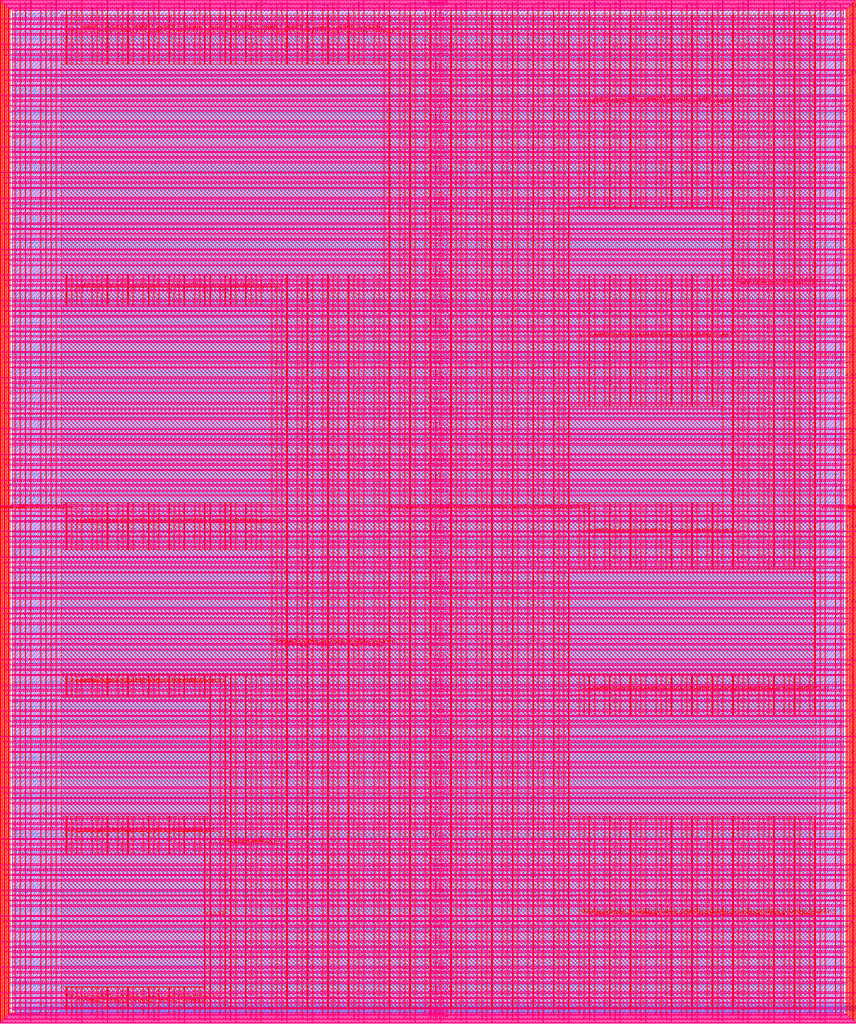
<source format=lef>
VERSION 5.7 ;
  NOWIREEXTENSIONATPIN ON ;
  DIVIDERCHAR "/" ;
  BUSBITCHARS "[]" ;
MACRO user_project_wrapper
  CLASS BLOCK ;
  FOREIGN user_project_wrapper ;
  ORIGIN 0.000 0.000 ;
  SIZE 2920.000 BY 3520.000 ;
  PIN analog_io[0]
    DIRECTION INOUT ;
    USE SIGNAL ;
    PORT
      LAYER met3 ;
        RECT 2917.600 1426.380 2924.800 1427.580 ;
    END
  END analog_io[0]
  PIN analog_io[10]
    DIRECTION INOUT ;
    USE SIGNAL ;
    PORT
      LAYER met2 ;
        RECT 2230.490 3517.600 2231.050 3524.800 ;
    END
  END analog_io[10]
  PIN analog_io[11]
    DIRECTION INOUT ;
    USE SIGNAL ;
    PORT
      LAYER met2 ;
        RECT 1905.730 3517.600 1906.290 3524.800 ;
    END
  END analog_io[11]
  PIN analog_io[12]
    DIRECTION INOUT ;
    USE SIGNAL ;
    PORT
      LAYER met2 ;
        RECT 1581.430 3517.600 1581.990 3524.800 ;
    END
  END analog_io[12]
  PIN analog_io[13]
    DIRECTION INOUT ;
    USE SIGNAL ;
    PORT
      LAYER met2 ;
        RECT 1257.130 3517.600 1257.690 3524.800 ;
    END
  END analog_io[13]
  PIN analog_io[14]
    DIRECTION INOUT ;
    USE SIGNAL ;
    PORT
      LAYER met2 ;
        RECT 932.370 3517.600 932.930 3524.800 ;
    END
  END analog_io[14]
  PIN analog_io[15]
    DIRECTION INOUT ;
    USE SIGNAL ;
    PORT
      LAYER met2 ;
        RECT 608.070 3517.600 608.630 3524.800 ;
    END
  END analog_io[15]
  PIN analog_io[16]
    DIRECTION INOUT ;
    USE SIGNAL ;
    PORT
      LAYER met2 ;
        RECT 283.770 3517.600 284.330 3524.800 ;
    END
  END analog_io[16]
  PIN analog_io[17]
    DIRECTION INOUT ;
    USE SIGNAL ;
    PORT
      LAYER met3 ;
        RECT -4.800 3486.100 2.400 3487.300 ;
    END
  END analog_io[17]
  PIN analog_io[18]
    DIRECTION INOUT ;
    USE SIGNAL ;
    PORT
      LAYER met3 ;
        RECT -4.800 3224.980 2.400 3226.180 ;
    END
  END analog_io[18]
  PIN analog_io[19]
    DIRECTION INOUT ;
    USE SIGNAL ;
    PORT
      LAYER met3 ;
        RECT -4.800 2964.540 2.400 2965.740 ;
    END
  END analog_io[19]
  PIN analog_io[1]
    DIRECTION INOUT ;
    USE SIGNAL ;
    PORT
      LAYER met3 ;
        RECT 2917.600 1692.260 2924.800 1693.460 ;
    END
  END analog_io[1]
  PIN analog_io[20]
    DIRECTION INOUT ;
    USE SIGNAL ;
    PORT
      LAYER met3 ;
        RECT -4.800 2703.420 2.400 2704.620 ;
    END
  END analog_io[20]
  PIN analog_io[21]
    DIRECTION INOUT ;
    USE SIGNAL ;
    PORT
      LAYER met3 ;
        RECT -4.800 2442.980 2.400 2444.180 ;
    END
  END analog_io[21]
  PIN analog_io[22]
    DIRECTION INOUT ;
    USE SIGNAL ;
    PORT
      LAYER met3 ;
        RECT -4.800 2182.540 2.400 2183.740 ;
    END
  END analog_io[22]
  PIN analog_io[23]
    DIRECTION INOUT ;
    USE SIGNAL ;
    PORT
      LAYER met3 ;
        RECT -4.800 1921.420 2.400 1922.620 ;
    END
  END analog_io[23]
  PIN analog_io[24]
    DIRECTION INOUT ;
    USE SIGNAL ;
    PORT
      LAYER met3 ;
        RECT -4.800 1660.980 2.400 1662.180 ;
    END
  END analog_io[24]
  PIN analog_io[25]
    DIRECTION INOUT ;
    USE SIGNAL ;
    PORT
      LAYER met3 ;
        RECT -4.800 1399.860 2.400 1401.060 ;
    END
  END analog_io[25]
  PIN analog_io[26]
    DIRECTION INOUT ;
    USE SIGNAL ;
    PORT
      LAYER met3 ;
        RECT -4.800 1139.420 2.400 1140.620 ;
    END
  END analog_io[26]
  PIN analog_io[27]
    DIRECTION INOUT ;
    USE SIGNAL ;
    PORT
      LAYER met3 ;
        RECT -4.800 878.980 2.400 880.180 ;
    END
  END analog_io[27]
  PIN analog_io[28]
    DIRECTION INOUT ;
    USE SIGNAL ;
    PORT
      LAYER met3 ;
        RECT -4.800 617.860 2.400 619.060 ;
    END
  END analog_io[28]
  PIN analog_io[2]
    DIRECTION INOUT ;
    USE SIGNAL ;
    PORT
      LAYER met3 ;
        RECT 2917.600 1958.140 2924.800 1959.340 ;
    END
  END analog_io[2]
  PIN analog_io[3]
    DIRECTION INOUT ;
    USE SIGNAL ;
    PORT
      LAYER met3 ;
        RECT 2917.600 2223.340 2924.800 2224.540 ;
    END
  END analog_io[3]
  PIN analog_io[4]
    DIRECTION INOUT ;
    USE SIGNAL ;
    PORT
      LAYER met3 ;
        RECT 2917.600 2489.220 2924.800 2490.420 ;
    END
  END analog_io[4]
  PIN analog_io[5]
    DIRECTION INOUT ;
    USE SIGNAL ;
    PORT
      LAYER met3 ;
        RECT 2917.600 2755.100 2924.800 2756.300 ;
    END
  END analog_io[5]
  PIN analog_io[6]
    DIRECTION INOUT ;
    USE SIGNAL ;
    PORT
      LAYER met3 ;
        RECT 2917.600 3020.300 2924.800 3021.500 ;
    END
  END analog_io[6]
  PIN analog_io[7]
    DIRECTION INOUT ;
    USE SIGNAL ;
    PORT
      LAYER met3 ;
        RECT 2917.600 3286.180 2924.800 3287.380 ;
    END
  END analog_io[7]
  PIN analog_io[8]
    DIRECTION INOUT ;
    USE SIGNAL ;
    PORT
      LAYER met2 ;
        RECT 2879.090 3517.600 2879.650 3524.800 ;
    END
  END analog_io[8]
  PIN analog_io[9]
    DIRECTION INOUT ;
    USE SIGNAL ;
    PORT
      LAYER met2 ;
        RECT 2554.790 3517.600 2555.350 3524.800 ;
    END
  END analog_io[9]
  PIN io_in[0]
    DIRECTION INPUT ;
    USE SIGNAL ;
    PORT
      LAYER met3 ;
        RECT 2917.600 32.380 2924.800 33.580 ;
    END
  END io_in[0]
  PIN io_in[10]
    DIRECTION INPUT ;
    USE SIGNAL ;
    PORT
      LAYER met3 ;
        RECT 2917.600 2289.980 2924.800 2291.180 ;
    END
  END io_in[10]
  PIN io_in[11]
    DIRECTION INPUT ;
    USE SIGNAL ;
    PORT
      LAYER met3 ;
        RECT 2917.600 2555.860 2924.800 2557.060 ;
    END
  END io_in[11]
  PIN io_in[12]
    DIRECTION INPUT ;
    USE SIGNAL ;
    PORT
      LAYER met3 ;
        RECT 2917.600 2821.060 2924.800 2822.260 ;
    END
  END io_in[12]
  PIN io_in[13]
    DIRECTION INPUT ;
    USE SIGNAL ;
    PORT
      LAYER met3 ;
        RECT 2917.600 3086.940 2924.800 3088.140 ;
    END
  END io_in[13]
  PIN io_in[14]
    DIRECTION INPUT ;
    USE SIGNAL ;
    PORT
      LAYER met3 ;
        RECT 2917.600 3352.820 2924.800 3354.020 ;
    END
  END io_in[14]
  PIN io_in[15]
    DIRECTION INPUT ;
    USE SIGNAL ;
    PORT
      LAYER met2 ;
        RECT 2798.130 3517.600 2798.690 3524.800 ;
    END
  END io_in[15]
  PIN io_in[16]
    DIRECTION INPUT ;
    USE SIGNAL ;
    PORT
      LAYER met2 ;
        RECT 2473.830 3517.600 2474.390 3524.800 ;
    END
  END io_in[16]
  PIN io_in[17]
    DIRECTION INPUT ;
    USE SIGNAL ;
    PORT
      LAYER met2 ;
        RECT 2149.070 3517.600 2149.630 3524.800 ;
    END
  END io_in[17]
  PIN io_in[18]
    DIRECTION INPUT ;
    USE SIGNAL ;
    PORT
      LAYER met2 ;
        RECT 1824.770 3517.600 1825.330 3524.800 ;
    END
  END io_in[18]
  PIN io_in[19]
    DIRECTION INPUT ;
    USE SIGNAL ;
    PORT
      LAYER met2 ;
        RECT 1500.470 3517.600 1501.030 3524.800 ;
    END
  END io_in[19]
  PIN io_in[1]
    DIRECTION INPUT ;
    USE SIGNAL ;
    PORT
      LAYER met3 ;
        RECT 2917.600 230.940 2924.800 232.140 ;
    END
  END io_in[1]
  PIN io_in[20]
    DIRECTION INPUT ;
    USE SIGNAL ;
    PORT
      LAYER met2 ;
        RECT 1175.710 3517.600 1176.270 3524.800 ;
    END
  END io_in[20]
  PIN io_in[21]
    DIRECTION INPUT ;
    USE SIGNAL ;
    PORT
      LAYER met2 ;
        RECT 851.410 3517.600 851.970 3524.800 ;
    END
  END io_in[21]
  PIN io_in[22]
    DIRECTION INPUT ;
    USE SIGNAL ;
    PORT
      LAYER met2 ;
        RECT 527.110 3517.600 527.670 3524.800 ;
    END
  END io_in[22]
  PIN io_in[23]
    DIRECTION INPUT ;
    USE SIGNAL ;
    PORT
      LAYER met2 ;
        RECT 202.350 3517.600 202.910 3524.800 ;
    END
  END io_in[23]
  PIN io_in[24]
    DIRECTION INPUT ;
    USE SIGNAL ;
    PORT
      LAYER met3 ;
        RECT -4.800 3420.820 2.400 3422.020 ;
    END
  END io_in[24]
  PIN io_in[25]
    DIRECTION INPUT ;
    USE SIGNAL ;
    PORT
      LAYER met3 ;
        RECT -4.800 3159.700 2.400 3160.900 ;
    END
  END io_in[25]
  PIN io_in[26]
    DIRECTION INPUT ;
    USE SIGNAL ;
    PORT
      LAYER met3 ;
        RECT -4.800 2899.260 2.400 2900.460 ;
    END
  END io_in[26]
  PIN io_in[27]
    DIRECTION INPUT ;
    USE SIGNAL ;
    PORT
      LAYER met3 ;
        RECT -4.800 2638.820 2.400 2640.020 ;
    END
  END io_in[27]
  PIN io_in[28]
    DIRECTION INPUT ;
    USE SIGNAL ;
    PORT
      LAYER met3 ;
        RECT -4.800 2377.700 2.400 2378.900 ;
    END
  END io_in[28]
  PIN io_in[29]
    DIRECTION INPUT ;
    USE SIGNAL ;
    PORT
      LAYER met3 ;
        RECT -4.800 2117.260 2.400 2118.460 ;
    END
  END io_in[29]
  PIN io_in[2]
    DIRECTION INPUT ;
    USE SIGNAL ;
    PORT
      LAYER met3 ;
        RECT 2917.600 430.180 2924.800 431.380 ;
    END
  END io_in[2]
  PIN io_in[30]
    DIRECTION INPUT ;
    USE SIGNAL ;
    PORT
      LAYER met3 ;
        RECT -4.800 1856.140 2.400 1857.340 ;
    END
  END io_in[30]
  PIN io_in[31]
    DIRECTION INPUT ;
    USE SIGNAL ;
    PORT
      LAYER met3 ;
        RECT -4.800 1595.700 2.400 1596.900 ;
    END
  END io_in[31]
  PIN io_in[32]
    DIRECTION INPUT ;
    USE SIGNAL ;
    PORT
      LAYER met3 ;
        RECT -4.800 1335.260 2.400 1336.460 ;
    END
  END io_in[32]
  PIN io_in[33]
    DIRECTION INPUT ;
    USE SIGNAL ;
    PORT
      LAYER met3 ;
        RECT -4.800 1074.140 2.400 1075.340 ;
    END
  END io_in[33]
  PIN io_in[34]
    DIRECTION INPUT ;
    USE SIGNAL ;
    PORT
      LAYER met3 ;
        RECT -4.800 813.700 2.400 814.900 ;
    END
  END io_in[34]
  PIN io_in[35]
    DIRECTION INPUT ;
    USE SIGNAL ;
    PORT
      LAYER met3 ;
        RECT -4.800 552.580 2.400 553.780 ;
    END
  END io_in[35]
  PIN io_in[36]
    DIRECTION INPUT ;
    USE SIGNAL ;
    PORT
      LAYER met3 ;
        RECT -4.800 357.420 2.400 358.620 ;
    END
  END io_in[36]
  PIN io_in[37]
    DIRECTION INPUT ;
    USE SIGNAL ;
    PORT
      LAYER met3 ;
        RECT -4.800 161.580 2.400 162.780 ;
    END
  END io_in[37]
  PIN io_in[3]
    DIRECTION INPUT ;
    USE SIGNAL ;
    PORT
      LAYER met3 ;
        RECT 2917.600 629.420 2924.800 630.620 ;
    END
  END io_in[3]
  PIN io_in[4]
    DIRECTION INPUT ;
    USE SIGNAL ;
    PORT
      LAYER met3 ;
        RECT 2917.600 828.660 2924.800 829.860 ;
    END
  END io_in[4]
  PIN io_in[5]
    DIRECTION INPUT ;
    USE SIGNAL ;
    PORT
      LAYER met3 ;
        RECT 2917.600 1027.900 2924.800 1029.100 ;
    END
  END io_in[5]
  PIN io_in[6]
    DIRECTION INPUT ;
    USE SIGNAL ;
    PORT
      LAYER met3 ;
        RECT 2917.600 1227.140 2924.800 1228.340 ;
    END
  END io_in[6]
  PIN io_in[7]
    DIRECTION INPUT ;
    USE SIGNAL ;
    PORT
      LAYER met3 ;
        RECT 2917.600 1493.020 2924.800 1494.220 ;
    END
  END io_in[7]
  PIN io_in[8]
    DIRECTION INPUT ;
    USE SIGNAL ;
    PORT
      LAYER met3 ;
        RECT 2917.600 1758.900 2924.800 1760.100 ;
    END
  END io_in[8]
  PIN io_in[9]
    DIRECTION INPUT ;
    USE SIGNAL ;
    PORT
      LAYER met3 ;
        RECT 2917.600 2024.100 2924.800 2025.300 ;
    END
  END io_in[9]
  PIN io_oeb[0]
    DIRECTION OUTPUT TRISTATE ;
    USE SIGNAL ;
    PORT
      LAYER met3 ;
        RECT 2917.600 164.980 2924.800 166.180 ;
    END
  END io_oeb[0]
  PIN io_oeb[10]
    DIRECTION OUTPUT TRISTATE ;
    USE SIGNAL ;
    PORT
      LAYER met3 ;
        RECT 2917.600 2422.580 2924.800 2423.780 ;
    END
  END io_oeb[10]
  PIN io_oeb[11]
    DIRECTION OUTPUT TRISTATE ;
    USE SIGNAL ;
    PORT
      LAYER met3 ;
        RECT 2917.600 2688.460 2924.800 2689.660 ;
    END
  END io_oeb[11]
  PIN io_oeb[12]
    DIRECTION OUTPUT TRISTATE ;
    USE SIGNAL ;
    PORT
      LAYER met3 ;
        RECT 2917.600 2954.340 2924.800 2955.540 ;
    END
  END io_oeb[12]
  PIN io_oeb[13]
    DIRECTION OUTPUT TRISTATE ;
    USE SIGNAL ;
    PORT
      LAYER met3 ;
        RECT 2917.600 3219.540 2924.800 3220.740 ;
    END
  END io_oeb[13]
  PIN io_oeb[14]
    DIRECTION OUTPUT TRISTATE ;
    USE SIGNAL ;
    PORT
      LAYER met3 ;
        RECT 2917.600 3485.420 2924.800 3486.620 ;
    END
  END io_oeb[14]
  PIN io_oeb[15]
    DIRECTION OUTPUT TRISTATE ;
    USE SIGNAL ;
    PORT
      LAYER met2 ;
        RECT 2635.750 3517.600 2636.310 3524.800 ;
    END
  END io_oeb[15]
  PIN io_oeb[16]
    DIRECTION OUTPUT TRISTATE ;
    USE SIGNAL ;
    PORT
      LAYER met2 ;
        RECT 2311.450 3517.600 2312.010 3524.800 ;
    END
  END io_oeb[16]
  PIN io_oeb[17]
    DIRECTION OUTPUT TRISTATE ;
    USE SIGNAL ;
    PORT
      LAYER met2 ;
        RECT 1987.150 3517.600 1987.710 3524.800 ;
    END
  END io_oeb[17]
  PIN io_oeb[18]
    DIRECTION OUTPUT TRISTATE ;
    USE SIGNAL ;
    PORT
      LAYER met2 ;
        RECT 1662.390 3517.600 1662.950 3524.800 ;
    END
  END io_oeb[18]
  PIN io_oeb[19]
    DIRECTION OUTPUT TRISTATE ;
    USE SIGNAL ;
    PORT
      LAYER met2 ;
        RECT 1338.090 3517.600 1338.650 3524.800 ;
    END
  END io_oeb[19]
  PIN io_oeb[1]
    DIRECTION OUTPUT TRISTATE ;
    USE SIGNAL ;
    PORT
      LAYER met3 ;
        RECT 2917.600 364.220 2924.800 365.420 ;
    END
  END io_oeb[1]
  PIN io_oeb[20]
    DIRECTION OUTPUT TRISTATE ;
    USE SIGNAL ;
    PORT
      LAYER met2 ;
        RECT 1013.790 3517.600 1014.350 3524.800 ;
    END
  END io_oeb[20]
  PIN io_oeb[21]
    DIRECTION OUTPUT TRISTATE ;
    USE SIGNAL ;
    PORT
      LAYER met2 ;
        RECT 689.030 3517.600 689.590 3524.800 ;
    END
  END io_oeb[21]
  PIN io_oeb[22]
    DIRECTION OUTPUT TRISTATE ;
    USE SIGNAL ;
    PORT
      LAYER met2 ;
        RECT 364.730 3517.600 365.290 3524.800 ;
    END
  END io_oeb[22]
  PIN io_oeb[23]
    DIRECTION OUTPUT TRISTATE ;
    USE SIGNAL ;
    PORT
      LAYER met2 ;
        RECT 40.430 3517.600 40.990 3524.800 ;
    END
  END io_oeb[23]
  PIN io_oeb[24]
    DIRECTION OUTPUT TRISTATE ;
    USE SIGNAL ;
    PORT
      LAYER met3 ;
        RECT -4.800 3290.260 2.400 3291.460 ;
    END
  END io_oeb[24]
  PIN io_oeb[25]
    DIRECTION OUTPUT TRISTATE ;
    USE SIGNAL ;
    PORT
      LAYER met3 ;
        RECT -4.800 3029.820 2.400 3031.020 ;
    END
  END io_oeb[25]
  PIN io_oeb[26]
    DIRECTION OUTPUT TRISTATE ;
    USE SIGNAL ;
    PORT
      LAYER met3 ;
        RECT -4.800 2768.700 2.400 2769.900 ;
    END
  END io_oeb[26]
  PIN io_oeb[27]
    DIRECTION OUTPUT TRISTATE ;
    USE SIGNAL ;
    PORT
      LAYER met3 ;
        RECT -4.800 2508.260 2.400 2509.460 ;
    END
  END io_oeb[27]
  PIN io_oeb[28]
    DIRECTION OUTPUT TRISTATE ;
    USE SIGNAL ;
    PORT
      LAYER met3 ;
        RECT -4.800 2247.140 2.400 2248.340 ;
    END
  END io_oeb[28]
  PIN io_oeb[29]
    DIRECTION OUTPUT TRISTATE ;
    USE SIGNAL ;
    PORT
      LAYER met3 ;
        RECT -4.800 1986.700 2.400 1987.900 ;
    END
  END io_oeb[29]
  PIN io_oeb[2]
    DIRECTION OUTPUT TRISTATE ;
    USE SIGNAL ;
    PORT
      LAYER met3 ;
        RECT 2917.600 563.460 2924.800 564.660 ;
    END
  END io_oeb[2]
  PIN io_oeb[30]
    DIRECTION OUTPUT TRISTATE ;
    USE SIGNAL ;
    PORT
      LAYER met3 ;
        RECT -4.800 1726.260 2.400 1727.460 ;
    END
  END io_oeb[30]
  PIN io_oeb[31]
    DIRECTION OUTPUT TRISTATE ;
    USE SIGNAL ;
    PORT
      LAYER met3 ;
        RECT -4.800 1465.140 2.400 1466.340 ;
    END
  END io_oeb[31]
  PIN io_oeb[32]
    DIRECTION OUTPUT TRISTATE ;
    USE SIGNAL ;
    PORT
      LAYER met3 ;
        RECT -4.800 1204.700 2.400 1205.900 ;
    END
  END io_oeb[32]
  PIN io_oeb[33]
    DIRECTION OUTPUT TRISTATE ;
    USE SIGNAL ;
    PORT
      LAYER met3 ;
        RECT -4.800 943.580 2.400 944.780 ;
    END
  END io_oeb[33]
  PIN io_oeb[34]
    DIRECTION OUTPUT TRISTATE ;
    USE SIGNAL ;
    PORT
      LAYER met3 ;
        RECT -4.800 683.140 2.400 684.340 ;
    END
  END io_oeb[34]
  PIN io_oeb[35]
    DIRECTION OUTPUT TRISTATE ;
    USE SIGNAL ;
    PORT
      LAYER met3 ;
        RECT -4.800 422.700 2.400 423.900 ;
    END
  END io_oeb[35]
  PIN io_oeb[36]
    DIRECTION OUTPUT TRISTATE ;
    USE SIGNAL ;
    PORT
      LAYER met3 ;
        RECT -4.800 226.860 2.400 228.060 ;
    END
  END io_oeb[36]
  PIN io_oeb[37]
    DIRECTION OUTPUT TRISTATE ;
    USE SIGNAL ;
    PORT
      LAYER met3 ;
        RECT -4.800 31.700 2.400 32.900 ;
    END
  END io_oeb[37]
  PIN io_oeb[3]
    DIRECTION OUTPUT TRISTATE ;
    USE SIGNAL ;
    PORT
      LAYER met3 ;
        RECT 2917.600 762.700 2924.800 763.900 ;
    END
  END io_oeb[3]
  PIN io_oeb[4]
    DIRECTION OUTPUT TRISTATE ;
    USE SIGNAL ;
    PORT
      LAYER met3 ;
        RECT 2917.600 961.940 2924.800 963.140 ;
    END
  END io_oeb[4]
  PIN io_oeb[5]
    DIRECTION OUTPUT TRISTATE ;
    USE SIGNAL ;
    PORT
      LAYER met3 ;
        RECT 2917.600 1161.180 2924.800 1162.380 ;
    END
  END io_oeb[5]
  PIN io_oeb[6]
    DIRECTION OUTPUT TRISTATE ;
    USE SIGNAL ;
    PORT
      LAYER met3 ;
        RECT 2917.600 1360.420 2924.800 1361.620 ;
    END
  END io_oeb[6]
  PIN io_oeb[7]
    DIRECTION OUTPUT TRISTATE ;
    USE SIGNAL ;
    PORT
      LAYER met3 ;
        RECT 2917.600 1625.620 2924.800 1626.820 ;
    END
  END io_oeb[7]
  PIN io_oeb[8]
    DIRECTION OUTPUT TRISTATE ;
    USE SIGNAL ;
    PORT
      LAYER met3 ;
        RECT 2917.600 1891.500 2924.800 1892.700 ;
    END
  END io_oeb[8]
  PIN io_oeb[9]
    DIRECTION OUTPUT TRISTATE ;
    USE SIGNAL ;
    PORT
      LAYER met3 ;
        RECT 2917.600 2157.380 2924.800 2158.580 ;
    END
  END io_oeb[9]
  PIN io_out[0]
    DIRECTION OUTPUT TRISTATE ;
    USE SIGNAL ;
    PORT
      LAYER met3 ;
        RECT 2917.600 98.340 2924.800 99.540 ;
    END
  END io_out[0]
  PIN io_out[10]
    DIRECTION OUTPUT TRISTATE ;
    USE SIGNAL ;
    PORT
      LAYER met3 ;
        RECT 2917.600 2356.620 2924.800 2357.820 ;
    END
  END io_out[10]
  PIN io_out[11]
    DIRECTION OUTPUT TRISTATE ;
    USE SIGNAL ;
    PORT
      LAYER met3 ;
        RECT 2917.600 2621.820 2924.800 2623.020 ;
    END
  END io_out[11]
  PIN io_out[12]
    DIRECTION OUTPUT TRISTATE ;
    USE SIGNAL ;
    PORT
      LAYER met3 ;
        RECT 2917.600 2887.700 2924.800 2888.900 ;
    END
  END io_out[12]
  PIN io_out[13]
    DIRECTION OUTPUT TRISTATE ;
    USE SIGNAL ;
    PORT
      LAYER met3 ;
        RECT 2917.600 3153.580 2924.800 3154.780 ;
    END
  END io_out[13]
  PIN io_out[14]
    DIRECTION OUTPUT TRISTATE ;
    USE SIGNAL ;
    PORT
      LAYER met3 ;
        RECT 2917.600 3418.780 2924.800 3419.980 ;
    END
  END io_out[14]
  PIN io_out[15]
    DIRECTION OUTPUT TRISTATE ;
    USE SIGNAL ;
    PORT
      LAYER met2 ;
        RECT 2717.170 3517.600 2717.730 3524.800 ;
    END
  END io_out[15]
  PIN io_out[16]
    DIRECTION OUTPUT TRISTATE ;
    USE SIGNAL ;
    PORT
      LAYER met2 ;
        RECT 2392.410 3517.600 2392.970 3524.800 ;
    END
  END io_out[16]
  PIN io_out[17]
    DIRECTION OUTPUT TRISTATE ;
    USE SIGNAL ;
    PORT
      LAYER met2 ;
        RECT 2068.110 3517.600 2068.670 3524.800 ;
    END
  END io_out[17]
  PIN io_out[18]
    DIRECTION OUTPUT TRISTATE ;
    USE SIGNAL ;
    PORT
      LAYER met2 ;
        RECT 1743.810 3517.600 1744.370 3524.800 ;
    END
  END io_out[18]
  PIN io_out[19]
    DIRECTION OUTPUT TRISTATE ;
    USE SIGNAL ;
    PORT
      LAYER met2 ;
        RECT 1419.050 3517.600 1419.610 3524.800 ;
    END
  END io_out[19]
  PIN io_out[1]
    DIRECTION OUTPUT TRISTATE ;
    USE SIGNAL ;
    PORT
      LAYER met3 ;
        RECT 2917.600 297.580 2924.800 298.780 ;
    END
  END io_out[1]
  PIN io_out[20]
    DIRECTION OUTPUT TRISTATE ;
    USE SIGNAL ;
    PORT
      LAYER met2 ;
        RECT 1094.750 3517.600 1095.310 3524.800 ;
    END
  END io_out[20]
  PIN io_out[21]
    DIRECTION OUTPUT TRISTATE ;
    USE SIGNAL ;
    PORT
      LAYER met2 ;
        RECT 770.450 3517.600 771.010 3524.800 ;
    END
  END io_out[21]
  PIN io_out[22]
    DIRECTION OUTPUT TRISTATE ;
    USE SIGNAL ;
    PORT
      LAYER met2 ;
        RECT 445.690 3517.600 446.250 3524.800 ;
    END
  END io_out[22]
  PIN io_out[23]
    DIRECTION OUTPUT TRISTATE ;
    USE SIGNAL ;
    PORT
      LAYER met2 ;
        RECT 121.390 3517.600 121.950 3524.800 ;
    END
  END io_out[23]
  PIN io_out[24]
    DIRECTION OUTPUT TRISTATE ;
    USE SIGNAL ;
    PORT
      LAYER met3 ;
        RECT -4.800 3355.540 2.400 3356.740 ;
    END
  END io_out[24]
  PIN io_out[25]
    DIRECTION OUTPUT TRISTATE ;
    USE SIGNAL ;
    PORT
      LAYER met3 ;
        RECT -4.800 3095.100 2.400 3096.300 ;
    END
  END io_out[25]
  PIN io_out[26]
    DIRECTION OUTPUT TRISTATE ;
    USE SIGNAL ;
    PORT
      LAYER met3 ;
        RECT -4.800 2833.980 2.400 2835.180 ;
    END
  END io_out[26]
  PIN io_out[27]
    DIRECTION OUTPUT TRISTATE ;
    USE SIGNAL ;
    PORT
      LAYER met3 ;
        RECT -4.800 2573.540 2.400 2574.740 ;
    END
  END io_out[27]
  PIN io_out[28]
    DIRECTION OUTPUT TRISTATE ;
    USE SIGNAL ;
    PORT
      LAYER met3 ;
        RECT -4.800 2312.420 2.400 2313.620 ;
    END
  END io_out[28]
  PIN io_out[29]
    DIRECTION OUTPUT TRISTATE ;
    USE SIGNAL ;
    PORT
      LAYER met3 ;
        RECT -4.800 2051.980 2.400 2053.180 ;
    END
  END io_out[29]
  PIN io_out[2]
    DIRECTION OUTPUT TRISTATE ;
    USE SIGNAL ;
    PORT
      LAYER met3 ;
        RECT 2917.600 496.820 2924.800 498.020 ;
    END
  END io_out[2]
  PIN io_out[30]
    DIRECTION OUTPUT TRISTATE ;
    USE SIGNAL ;
    PORT
      LAYER met3 ;
        RECT -4.800 1791.540 2.400 1792.740 ;
    END
  END io_out[30]
  PIN io_out[31]
    DIRECTION OUTPUT TRISTATE ;
    USE SIGNAL ;
    PORT
      LAYER met3 ;
        RECT -4.800 1530.420 2.400 1531.620 ;
    END
  END io_out[31]
  PIN io_out[32]
    DIRECTION OUTPUT TRISTATE ;
    USE SIGNAL ;
    PORT
      LAYER met3 ;
        RECT -4.800 1269.980 2.400 1271.180 ;
    END
  END io_out[32]
  PIN io_out[33]
    DIRECTION OUTPUT TRISTATE ;
    USE SIGNAL ;
    PORT
      LAYER met3 ;
        RECT -4.800 1008.860 2.400 1010.060 ;
    END
  END io_out[33]
  PIN io_out[34]
    DIRECTION OUTPUT TRISTATE ;
    USE SIGNAL ;
    PORT
      LAYER met3 ;
        RECT -4.800 748.420 2.400 749.620 ;
    END
  END io_out[34]
  PIN io_out[35]
    DIRECTION OUTPUT TRISTATE ;
    USE SIGNAL ;
    PORT
      LAYER met3 ;
        RECT -4.800 487.300 2.400 488.500 ;
    END
  END io_out[35]
  PIN io_out[36]
    DIRECTION OUTPUT TRISTATE ;
    USE SIGNAL ;
    PORT
      LAYER met3 ;
        RECT -4.800 292.140 2.400 293.340 ;
    END
  END io_out[36]
  PIN io_out[37]
    DIRECTION OUTPUT TRISTATE ;
    USE SIGNAL ;
    PORT
      LAYER met3 ;
        RECT -4.800 96.300 2.400 97.500 ;
    END
  END io_out[37]
  PIN io_out[3]
    DIRECTION OUTPUT TRISTATE ;
    USE SIGNAL ;
    PORT
      LAYER met3 ;
        RECT 2917.600 696.060 2924.800 697.260 ;
    END
  END io_out[3]
  PIN io_out[4]
    DIRECTION OUTPUT TRISTATE ;
    USE SIGNAL ;
    PORT
      LAYER met3 ;
        RECT 2917.600 895.300 2924.800 896.500 ;
    END
  END io_out[4]
  PIN io_out[5]
    DIRECTION OUTPUT TRISTATE ;
    USE SIGNAL ;
    PORT
      LAYER met3 ;
        RECT 2917.600 1094.540 2924.800 1095.740 ;
    END
  END io_out[5]
  PIN io_out[6]
    DIRECTION OUTPUT TRISTATE ;
    USE SIGNAL ;
    PORT
      LAYER met3 ;
        RECT 2917.600 1293.780 2924.800 1294.980 ;
    END
  END io_out[6]
  PIN io_out[7]
    DIRECTION OUTPUT TRISTATE ;
    USE SIGNAL ;
    PORT
      LAYER met3 ;
        RECT 2917.600 1559.660 2924.800 1560.860 ;
    END
  END io_out[7]
  PIN io_out[8]
    DIRECTION OUTPUT TRISTATE ;
    USE SIGNAL ;
    PORT
      LAYER met3 ;
        RECT 2917.600 1824.860 2924.800 1826.060 ;
    END
  END io_out[8]
  PIN io_out[9]
    DIRECTION OUTPUT TRISTATE ;
    USE SIGNAL ;
    PORT
      LAYER met3 ;
        RECT 2917.600 2090.740 2924.800 2091.940 ;
    END
  END io_out[9]
  PIN la_data_in[0]
    DIRECTION INPUT ;
    USE SIGNAL ;
    PORT
      LAYER met2 ;
        RECT 629.230 -4.800 629.790 2.400 ;
    END
  END la_data_in[0]
  PIN la_data_in[100]
    DIRECTION INPUT ;
    USE SIGNAL ;
    PORT
      LAYER met2 ;
        RECT 2402.530 -4.800 2403.090 2.400 ;
    END
  END la_data_in[100]
  PIN la_data_in[101]
    DIRECTION INPUT ;
    USE SIGNAL ;
    PORT
      LAYER met2 ;
        RECT 2420.010 -4.800 2420.570 2.400 ;
    END
  END la_data_in[101]
  PIN la_data_in[102]
    DIRECTION INPUT ;
    USE SIGNAL ;
    PORT
      LAYER met2 ;
        RECT 2437.950 -4.800 2438.510 2.400 ;
    END
  END la_data_in[102]
  PIN la_data_in[103]
    DIRECTION INPUT ;
    USE SIGNAL ;
    PORT
      LAYER met2 ;
        RECT 2455.430 -4.800 2455.990 2.400 ;
    END
  END la_data_in[103]
  PIN la_data_in[104]
    DIRECTION INPUT ;
    USE SIGNAL ;
    PORT
      LAYER met2 ;
        RECT 2473.370 -4.800 2473.930 2.400 ;
    END
  END la_data_in[104]
  PIN la_data_in[105]
    DIRECTION INPUT ;
    USE SIGNAL ;
    PORT
      LAYER met2 ;
        RECT 2490.850 -4.800 2491.410 2.400 ;
    END
  END la_data_in[105]
  PIN la_data_in[106]
    DIRECTION INPUT ;
    USE SIGNAL ;
    PORT
      LAYER met2 ;
        RECT 2508.790 -4.800 2509.350 2.400 ;
    END
  END la_data_in[106]
  PIN la_data_in[107]
    DIRECTION INPUT ;
    USE SIGNAL ;
    PORT
      LAYER met2 ;
        RECT 2526.730 -4.800 2527.290 2.400 ;
    END
  END la_data_in[107]
  PIN la_data_in[108]
    DIRECTION INPUT ;
    USE SIGNAL ;
    PORT
      LAYER met2 ;
        RECT 2544.210 -4.800 2544.770 2.400 ;
    END
  END la_data_in[108]
  PIN la_data_in[109]
    DIRECTION INPUT ;
    USE SIGNAL ;
    PORT
      LAYER met2 ;
        RECT 2562.150 -4.800 2562.710 2.400 ;
    END
  END la_data_in[109]
  PIN la_data_in[10]
    DIRECTION INPUT ;
    USE SIGNAL ;
    PORT
      LAYER met2 ;
        RECT 806.330 -4.800 806.890 2.400 ;
    END
  END la_data_in[10]
  PIN la_data_in[110]
    DIRECTION INPUT ;
    USE SIGNAL ;
    PORT
      LAYER met2 ;
        RECT 2579.630 -4.800 2580.190 2.400 ;
    END
  END la_data_in[110]
  PIN la_data_in[111]
    DIRECTION INPUT ;
    USE SIGNAL ;
    PORT
      LAYER met2 ;
        RECT 2597.570 -4.800 2598.130 2.400 ;
    END
  END la_data_in[111]
  PIN la_data_in[112]
    DIRECTION INPUT ;
    USE SIGNAL ;
    PORT
      LAYER met2 ;
        RECT 2615.050 -4.800 2615.610 2.400 ;
    END
  END la_data_in[112]
  PIN la_data_in[113]
    DIRECTION INPUT ;
    USE SIGNAL ;
    PORT
      LAYER met2 ;
        RECT 2632.990 -4.800 2633.550 2.400 ;
    END
  END la_data_in[113]
  PIN la_data_in[114]
    DIRECTION INPUT ;
    USE SIGNAL ;
    PORT
      LAYER met2 ;
        RECT 2650.470 -4.800 2651.030 2.400 ;
    END
  END la_data_in[114]
  PIN la_data_in[115]
    DIRECTION INPUT ;
    USE SIGNAL ;
    PORT
      LAYER met2 ;
        RECT 2668.410 -4.800 2668.970 2.400 ;
    END
  END la_data_in[115]
  PIN la_data_in[116]
    DIRECTION INPUT ;
    USE SIGNAL ;
    PORT
      LAYER met2 ;
        RECT 2685.890 -4.800 2686.450 2.400 ;
    END
  END la_data_in[116]
  PIN la_data_in[117]
    DIRECTION INPUT ;
    USE SIGNAL ;
    PORT
      LAYER met2 ;
        RECT 2703.830 -4.800 2704.390 2.400 ;
    END
  END la_data_in[117]
  PIN la_data_in[118]
    DIRECTION INPUT ;
    USE SIGNAL ;
    PORT
      LAYER met2 ;
        RECT 2721.770 -4.800 2722.330 2.400 ;
    END
  END la_data_in[118]
  PIN la_data_in[119]
    DIRECTION INPUT ;
    USE SIGNAL ;
    PORT
      LAYER met2 ;
        RECT 2739.250 -4.800 2739.810 2.400 ;
    END
  END la_data_in[119]
  PIN la_data_in[11]
    DIRECTION INPUT ;
    USE SIGNAL ;
    PORT
      LAYER met2 ;
        RECT 824.270 -4.800 824.830 2.400 ;
    END
  END la_data_in[11]
  PIN la_data_in[120]
    DIRECTION INPUT ;
    USE SIGNAL ;
    PORT
      LAYER met2 ;
        RECT 2757.190 -4.800 2757.750 2.400 ;
    END
  END la_data_in[120]
  PIN la_data_in[121]
    DIRECTION INPUT ;
    USE SIGNAL ;
    PORT
      LAYER met2 ;
        RECT 2774.670 -4.800 2775.230 2.400 ;
    END
  END la_data_in[121]
  PIN la_data_in[122]
    DIRECTION INPUT ;
    USE SIGNAL ;
    PORT
      LAYER met2 ;
        RECT 2792.610 -4.800 2793.170 2.400 ;
    END
  END la_data_in[122]
  PIN la_data_in[123]
    DIRECTION INPUT ;
    USE SIGNAL ;
    PORT
      LAYER met2 ;
        RECT 2810.090 -4.800 2810.650 2.400 ;
    END
  END la_data_in[123]
  PIN la_data_in[124]
    DIRECTION INPUT ;
    USE SIGNAL ;
    PORT
      LAYER met2 ;
        RECT 2828.030 -4.800 2828.590 2.400 ;
    END
  END la_data_in[124]
  PIN la_data_in[125]
    DIRECTION INPUT ;
    USE SIGNAL ;
    PORT
      LAYER met2 ;
        RECT 2845.510 -4.800 2846.070 2.400 ;
    END
  END la_data_in[125]
  PIN la_data_in[126]
    DIRECTION INPUT ;
    USE SIGNAL ;
    PORT
      LAYER met2 ;
        RECT 2863.450 -4.800 2864.010 2.400 ;
    END
  END la_data_in[126]
  PIN la_data_in[127]
    DIRECTION INPUT ;
    USE SIGNAL ;
    PORT
      LAYER met2 ;
        RECT 2881.390 -4.800 2881.950 2.400 ;
    END
  END la_data_in[127]
  PIN la_data_in[12]
    DIRECTION INPUT ;
    USE SIGNAL ;
    PORT
      LAYER met2 ;
        RECT 841.750 -4.800 842.310 2.400 ;
    END
  END la_data_in[12]
  PIN la_data_in[13]
    DIRECTION INPUT ;
    USE SIGNAL ;
    PORT
      LAYER met2 ;
        RECT 859.690 -4.800 860.250 2.400 ;
    END
  END la_data_in[13]
  PIN la_data_in[14]
    DIRECTION INPUT ;
    USE SIGNAL ;
    PORT
      LAYER met2 ;
        RECT 877.170 -4.800 877.730 2.400 ;
    END
  END la_data_in[14]
  PIN la_data_in[15]
    DIRECTION INPUT ;
    USE SIGNAL ;
    PORT
      LAYER met2 ;
        RECT 895.110 -4.800 895.670 2.400 ;
    END
  END la_data_in[15]
  PIN la_data_in[16]
    DIRECTION INPUT ;
    USE SIGNAL ;
    PORT
      LAYER met2 ;
        RECT 912.590 -4.800 913.150 2.400 ;
    END
  END la_data_in[16]
  PIN la_data_in[17]
    DIRECTION INPUT ;
    USE SIGNAL ;
    PORT
      LAYER met2 ;
        RECT 930.530 -4.800 931.090 2.400 ;
    END
  END la_data_in[17]
  PIN la_data_in[18]
    DIRECTION INPUT ;
    USE SIGNAL ;
    PORT
      LAYER met2 ;
        RECT 948.470 -4.800 949.030 2.400 ;
    END
  END la_data_in[18]
  PIN la_data_in[19]
    DIRECTION INPUT ;
    USE SIGNAL ;
    PORT
      LAYER met2 ;
        RECT 965.950 -4.800 966.510 2.400 ;
    END
  END la_data_in[19]
  PIN la_data_in[1]
    DIRECTION INPUT ;
    USE SIGNAL ;
    PORT
      LAYER met2 ;
        RECT 646.710 -4.800 647.270 2.400 ;
    END
  END la_data_in[1]
  PIN la_data_in[20]
    DIRECTION INPUT ;
    USE SIGNAL ;
    PORT
      LAYER met2 ;
        RECT 983.890 -4.800 984.450 2.400 ;
    END
  END la_data_in[20]
  PIN la_data_in[21]
    DIRECTION INPUT ;
    USE SIGNAL ;
    PORT
      LAYER met2 ;
        RECT 1001.370 -4.800 1001.930 2.400 ;
    END
  END la_data_in[21]
  PIN la_data_in[22]
    DIRECTION INPUT ;
    USE SIGNAL ;
    PORT
      LAYER met2 ;
        RECT 1019.310 -4.800 1019.870 2.400 ;
    END
  END la_data_in[22]
  PIN la_data_in[23]
    DIRECTION INPUT ;
    USE SIGNAL ;
    PORT
      LAYER met2 ;
        RECT 1036.790 -4.800 1037.350 2.400 ;
    END
  END la_data_in[23]
  PIN la_data_in[24]
    DIRECTION INPUT ;
    USE SIGNAL ;
    PORT
      LAYER met2 ;
        RECT 1054.730 -4.800 1055.290 2.400 ;
    END
  END la_data_in[24]
  PIN la_data_in[25]
    DIRECTION INPUT ;
    USE SIGNAL ;
    PORT
      LAYER met2 ;
        RECT 1072.210 -4.800 1072.770 2.400 ;
    END
  END la_data_in[25]
  PIN la_data_in[26]
    DIRECTION INPUT ;
    USE SIGNAL ;
    PORT
      LAYER met2 ;
        RECT 1090.150 -4.800 1090.710 2.400 ;
    END
  END la_data_in[26]
  PIN la_data_in[27]
    DIRECTION INPUT ;
    USE SIGNAL ;
    PORT
      LAYER met2 ;
        RECT 1107.630 -4.800 1108.190 2.400 ;
    END
  END la_data_in[27]
  PIN la_data_in[28]
    DIRECTION INPUT ;
    USE SIGNAL ;
    PORT
      LAYER met2 ;
        RECT 1125.570 -4.800 1126.130 2.400 ;
    END
  END la_data_in[28]
  PIN la_data_in[29]
    DIRECTION INPUT ;
    USE SIGNAL ;
    PORT
      LAYER met2 ;
        RECT 1143.510 -4.800 1144.070 2.400 ;
    END
  END la_data_in[29]
  PIN la_data_in[2]
    DIRECTION INPUT ;
    USE SIGNAL ;
    PORT
      LAYER met2 ;
        RECT 664.650 -4.800 665.210 2.400 ;
    END
  END la_data_in[2]
  PIN la_data_in[30]
    DIRECTION INPUT ;
    USE SIGNAL ;
    PORT
      LAYER met2 ;
        RECT 1160.990 -4.800 1161.550 2.400 ;
    END
  END la_data_in[30]
  PIN la_data_in[31]
    DIRECTION INPUT ;
    USE SIGNAL ;
    PORT
      LAYER met2 ;
        RECT 1178.930 -4.800 1179.490 2.400 ;
    END
  END la_data_in[31]
  PIN la_data_in[32]
    DIRECTION INPUT ;
    USE SIGNAL ;
    PORT
      LAYER met2 ;
        RECT 1196.410 -4.800 1196.970 2.400 ;
    END
  END la_data_in[32]
  PIN la_data_in[33]
    DIRECTION INPUT ;
    USE SIGNAL ;
    PORT
      LAYER met2 ;
        RECT 1214.350 -4.800 1214.910 2.400 ;
    END
  END la_data_in[33]
  PIN la_data_in[34]
    DIRECTION INPUT ;
    USE SIGNAL ;
    PORT
      LAYER met2 ;
        RECT 1231.830 -4.800 1232.390 2.400 ;
    END
  END la_data_in[34]
  PIN la_data_in[35]
    DIRECTION INPUT ;
    USE SIGNAL ;
    PORT
      LAYER met2 ;
        RECT 1249.770 -4.800 1250.330 2.400 ;
    END
  END la_data_in[35]
  PIN la_data_in[36]
    DIRECTION INPUT ;
    USE SIGNAL ;
    PORT
      LAYER met2 ;
        RECT 1267.250 -4.800 1267.810 2.400 ;
    END
  END la_data_in[36]
  PIN la_data_in[37]
    DIRECTION INPUT ;
    USE SIGNAL ;
    PORT
      LAYER met2 ;
        RECT 1285.190 -4.800 1285.750 2.400 ;
    END
  END la_data_in[37]
  PIN la_data_in[38]
    DIRECTION INPUT ;
    USE SIGNAL ;
    PORT
      LAYER met2 ;
        RECT 1303.130 -4.800 1303.690 2.400 ;
    END
  END la_data_in[38]
  PIN la_data_in[39]
    DIRECTION INPUT ;
    USE SIGNAL ;
    PORT
      LAYER met2 ;
        RECT 1320.610 -4.800 1321.170 2.400 ;
    END
  END la_data_in[39]
  PIN la_data_in[3]
    DIRECTION INPUT ;
    USE SIGNAL ;
    PORT
      LAYER met2 ;
        RECT 682.130 -4.800 682.690 2.400 ;
    END
  END la_data_in[3]
  PIN la_data_in[40]
    DIRECTION INPUT ;
    USE SIGNAL ;
    PORT
      LAYER met2 ;
        RECT 1338.550 -4.800 1339.110 2.400 ;
    END
  END la_data_in[40]
  PIN la_data_in[41]
    DIRECTION INPUT ;
    USE SIGNAL ;
    PORT
      LAYER met2 ;
        RECT 1356.030 -4.800 1356.590 2.400 ;
    END
  END la_data_in[41]
  PIN la_data_in[42]
    DIRECTION INPUT ;
    USE SIGNAL ;
    PORT
      LAYER met2 ;
        RECT 1373.970 -4.800 1374.530 2.400 ;
    END
  END la_data_in[42]
  PIN la_data_in[43]
    DIRECTION INPUT ;
    USE SIGNAL ;
    PORT
      LAYER met2 ;
        RECT 1391.450 -4.800 1392.010 2.400 ;
    END
  END la_data_in[43]
  PIN la_data_in[44]
    DIRECTION INPUT ;
    USE SIGNAL ;
    PORT
      LAYER met2 ;
        RECT 1409.390 -4.800 1409.950 2.400 ;
    END
  END la_data_in[44]
  PIN la_data_in[45]
    DIRECTION INPUT ;
    USE SIGNAL ;
    PORT
      LAYER met2 ;
        RECT 1426.870 -4.800 1427.430 2.400 ;
    END
  END la_data_in[45]
  PIN la_data_in[46]
    DIRECTION INPUT ;
    USE SIGNAL ;
    PORT
      LAYER met2 ;
        RECT 1444.810 -4.800 1445.370 2.400 ;
    END
  END la_data_in[46]
  PIN la_data_in[47]
    DIRECTION INPUT ;
    USE SIGNAL ;
    PORT
      LAYER met2 ;
        RECT 1462.750 -4.800 1463.310 2.400 ;
    END
  END la_data_in[47]
  PIN la_data_in[48]
    DIRECTION INPUT ;
    USE SIGNAL ;
    PORT
      LAYER met2 ;
        RECT 1480.230 -4.800 1480.790 2.400 ;
    END
  END la_data_in[48]
  PIN la_data_in[49]
    DIRECTION INPUT ;
    USE SIGNAL ;
    PORT
      LAYER met2 ;
        RECT 1498.170 -4.800 1498.730 2.400 ;
    END
  END la_data_in[49]
  PIN la_data_in[4]
    DIRECTION INPUT ;
    USE SIGNAL ;
    PORT
      LAYER met2 ;
        RECT 700.070 -4.800 700.630 2.400 ;
    END
  END la_data_in[4]
  PIN la_data_in[50]
    DIRECTION INPUT ;
    USE SIGNAL ;
    PORT
      LAYER met2 ;
        RECT 1515.650 -4.800 1516.210 2.400 ;
    END
  END la_data_in[50]
  PIN la_data_in[51]
    DIRECTION INPUT ;
    USE SIGNAL ;
    PORT
      LAYER met2 ;
        RECT 1533.590 -4.800 1534.150 2.400 ;
    END
  END la_data_in[51]
  PIN la_data_in[52]
    DIRECTION INPUT ;
    USE SIGNAL ;
    PORT
      LAYER met2 ;
        RECT 1551.070 -4.800 1551.630 2.400 ;
    END
  END la_data_in[52]
  PIN la_data_in[53]
    DIRECTION INPUT ;
    USE SIGNAL ;
    PORT
      LAYER met2 ;
        RECT 1569.010 -4.800 1569.570 2.400 ;
    END
  END la_data_in[53]
  PIN la_data_in[54]
    DIRECTION INPUT ;
    USE SIGNAL ;
    PORT
      LAYER met2 ;
        RECT 1586.490 -4.800 1587.050 2.400 ;
    END
  END la_data_in[54]
  PIN la_data_in[55]
    DIRECTION INPUT ;
    USE SIGNAL ;
    PORT
      LAYER met2 ;
        RECT 1604.430 -4.800 1604.990 2.400 ;
    END
  END la_data_in[55]
  PIN la_data_in[56]
    DIRECTION INPUT ;
    USE SIGNAL ;
    PORT
      LAYER met2 ;
        RECT 1621.910 -4.800 1622.470 2.400 ;
    END
  END la_data_in[56]
  PIN la_data_in[57]
    DIRECTION INPUT ;
    USE SIGNAL ;
    PORT
      LAYER met2 ;
        RECT 1639.850 -4.800 1640.410 2.400 ;
    END
  END la_data_in[57]
  PIN la_data_in[58]
    DIRECTION INPUT ;
    USE SIGNAL ;
    PORT
      LAYER met2 ;
        RECT 1657.790 -4.800 1658.350 2.400 ;
    END
  END la_data_in[58]
  PIN la_data_in[59]
    DIRECTION INPUT ;
    USE SIGNAL ;
    PORT
      LAYER met2 ;
        RECT 1675.270 -4.800 1675.830 2.400 ;
    END
  END la_data_in[59]
  PIN la_data_in[5]
    DIRECTION INPUT ;
    USE SIGNAL ;
    PORT
      LAYER met2 ;
        RECT 717.550 -4.800 718.110 2.400 ;
    END
  END la_data_in[5]
  PIN la_data_in[60]
    DIRECTION INPUT ;
    USE SIGNAL ;
    PORT
      LAYER met2 ;
        RECT 1693.210 -4.800 1693.770 2.400 ;
    END
  END la_data_in[60]
  PIN la_data_in[61]
    DIRECTION INPUT ;
    USE SIGNAL ;
    PORT
      LAYER met2 ;
        RECT 1710.690 -4.800 1711.250 2.400 ;
    END
  END la_data_in[61]
  PIN la_data_in[62]
    DIRECTION INPUT ;
    USE SIGNAL ;
    PORT
      LAYER met2 ;
        RECT 1728.630 -4.800 1729.190 2.400 ;
    END
  END la_data_in[62]
  PIN la_data_in[63]
    DIRECTION INPUT ;
    USE SIGNAL ;
    PORT
      LAYER met2 ;
        RECT 1746.110 -4.800 1746.670 2.400 ;
    END
  END la_data_in[63]
  PIN la_data_in[64]
    DIRECTION INPUT ;
    USE SIGNAL ;
    PORT
      LAYER met2 ;
        RECT 1764.050 -4.800 1764.610 2.400 ;
    END
  END la_data_in[64]
  PIN la_data_in[65]
    DIRECTION INPUT ;
    USE SIGNAL ;
    PORT
      LAYER met2 ;
        RECT 1781.530 -4.800 1782.090 2.400 ;
    END
  END la_data_in[65]
  PIN la_data_in[66]
    DIRECTION INPUT ;
    USE SIGNAL ;
    PORT
      LAYER met2 ;
        RECT 1799.470 -4.800 1800.030 2.400 ;
    END
  END la_data_in[66]
  PIN la_data_in[67]
    DIRECTION INPUT ;
    USE SIGNAL ;
    PORT
      LAYER met2 ;
        RECT 1817.410 -4.800 1817.970 2.400 ;
    END
  END la_data_in[67]
  PIN la_data_in[68]
    DIRECTION INPUT ;
    USE SIGNAL ;
    PORT
      LAYER met2 ;
        RECT 1834.890 -4.800 1835.450 2.400 ;
    END
  END la_data_in[68]
  PIN la_data_in[69]
    DIRECTION INPUT ;
    USE SIGNAL ;
    PORT
      LAYER met2 ;
        RECT 1852.830 -4.800 1853.390 2.400 ;
    END
  END la_data_in[69]
  PIN la_data_in[6]
    DIRECTION INPUT ;
    USE SIGNAL ;
    PORT
      LAYER met2 ;
        RECT 735.490 -4.800 736.050 2.400 ;
    END
  END la_data_in[6]
  PIN la_data_in[70]
    DIRECTION INPUT ;
    USE SIGNAL ;
    PORT
      LAYER met2 ;
        RECT 1870.310 -4.800 1870.870 2.400 ;
    END
  END la_data_in[70]
  PIN la_data_in[71]
    DIRECTION INPUT ;
    USE SIGNAL ;
    PORT
      LAYER met2 ;
        RECT 1888.250 -4.800 1888.810 2.400 ;
    END
  END la_data_in[71]
  PIN la_data_in[72]
    DIRECTION INPUT ;
    USE SIGNAL ;
    PORT
      LAYER met2 ;
        RECT 1905.730 -4.800 1906.290 2.400 ;
    END
  END la_data_in[72]
  PIN la_data_in[73]
    DIRECTION INPUT ;
    USE SIGNAL ;
    PORT
      LAYER met2 ;
        RECT 1923.670 -4.800 1924.230 2.400 ;
    END
  END la_data_in[73]
  PIN la_data_in[74]
    DIRECTION INPUT ;
    USE SIGNAL ;
    PORT
      LAYER met2 ;
        RECT 1941.150 -4.800 1941.710 2.400 ;
    END
  END la_data_in[74]
  PIN la_data_in[75]
    DIRECTION INPUT ;
    USE SIGNAL ;
    PORT
      LAYER met2 ;
        RECT 1959.090 -4.800 1959.650 2.400 ;
    END
  END la_data_in[75]
  PIN la_data_in[76]
    DIRECTION INPUT ;
    USE SIGNAL ;
    PORT
      LAYER met2 ;
        RECT 1976.570 -4.800 1977.130 2.400 ;
    END
  END la_data_in[76]
  PIN la_data_in[77]
    DIRECTION INPUT ;
    USE SIGNAL ;
    PORT
      LAYER met2 ;
        RECT 1994.510 -4.800 1995.070 2.400 ;
    END
  END la_data_in[77]
  PIN la_data_in[78]
    DIRECTION INPUT ;
    USE SIGNAL ;
    PORT
      LAYER met2 ;
        RECT 2012.450 -4.800 2013.010 2.400 ;
    END
  END la_data_in[78]
  PIN la_data_in[79]
    DIRECTION INPUT ;
    USE SIGNAL ;
    PORT
      LAYER met2 ;
        RECT 2029.930 -4.800 2030.490 2.400 ;
    END
  END la_data_in[79]
  PIN la_data_in[7]
    DIRECTION INPUT ;
    USE SIGNAL ;
    PORT
      LAYER met2 ;
        RECT 752.970 -4.800 753.530 2.400 ;
    END
  END la_data_in[7]
  PIN la_data_in[80]
    DIRECTION INPUT ;
    USE SIGNAL ;
    PORT
      LAYER met2 ;
        RECT 2047.870 -4.800 2048.430 2.400 ;
    END
  END la_data_in[80]
  PIN la_data_in[81]
    DIRECTION INPUT ;
    USE SIGNAL ;
    PORT
      LAYER met2 ;
        RECT 2065.350 -4.800 2065.910 2.400 ;
    END
  END la_data_in[81]
  PIN la_data_in[82]
    DIRECTION INPUT ;
    USE SIGNAL ;
    PORT
      LAYER met2 ;
        RECT 2083.290 -4.800 2083.850 2.400 ;
    END
  END la_data_in[82]
  PIN la_data_in[83]
    DIRECTION INPUT ;
    USE SIGNAL ;
    PORT
      LAYER met2 ;
        RECT 2100.770 -4.800 2101.330 2.400 ;
    END
  END la_data_in[83]
  PIN la_data_in[84]
    DIRECTION INPUT ;
    USE SIGNAL ;
    PORT
      LAYER met2 ;
        RECT 2118.710 -4.800 2119.270 2.400 ;
    END
  END la_data_in[84]
  PIN la_data_in[85]
    DIRECTION INPUT ;
    USE SIGNAL ;
    PORT
      LAYER met2 ;
        RECT 2136.190 -4.800 2136.750 2.400 ;
    END
  END la_data_in[85]
  PIN la_data_in[86]
    DIRECTION INPUT ;
    USE SIGNAL ;
    PORT
      LAYER met2 ;
        RECT 2154.130 -4.800 2154.690 2.400 ;
    END
  END la_data_in[86]
  PIN la_data_in[87]
    DIRECTION INPUT ;
    USE SIGNAL ;
    PORT
      LAYER met2 ;
        RECT 2172.070 -4.800 2172.630 2.400 ;
    END
  END la_data_in[87]
  PIN la_data_in[88]
    DIRECTION INPUT ;
    USE SIGNAL ;
    PORT
      LAYER met2 ;
        RECT 2189.550 -4.800 2190.110 2.400 ;
    END
  END la_data_in[88]
  PIN la_data_in[89]
    DIRECTION INPUT ;
    USE SIGNAL ;
    PORT
      LAYER met2 ;
        RECT 2207.490 -4.800 2208.050 2.400 ;
    END
  END la_data_in[89]
  PIN la_data_in[8]
    DIRECTION INPUT ;
    USE SIGNAL ;
    PORT
      LAYER met2 ;
        RECT 770.910 -4.800 771.470 2.400 ;
    END
  END la_data_in[8]
  PIN la_data_in[90]
    DIRECTION INPUT ;
    USE SIGNAL ;
    PORT
      LAYER met2 ;
        RECT 2224.970 -4.800 2225.530 2.400 ;
    END
  END la_data_in[90]
  PIN la_data_in[91]
    DIRECTION INPUT ;
    USE SIGNAL ;
    PORT
      LAYER met2 ;
        RECT 2242.910 -4.800 2243.470 2.400 ;
    END
  END la_data_in[91]
  PIN la_data_in[92]
    DIRECTION INPUT ;
    USE SIGNAL ;
    PORT
      LAYER met2 ;
        RECT 2260.390 -4.800 2260.950 2.400 ;
    END
  END la_data_in[92]
  PIN la_data_in[93]
    DIRECTION INPUT ;
    USE SIGNAL ;
    PORT
      LAYER met2 ;
        RECT 2278.330 -4.800 2278.890 2.400 ;
    END
  END la_data_in[93]
  PIN la_data_in[94]
    DIRECTION INPUT ;
    USE SIGNAL ;
    PORT
      LAYER met2 ;
        RECT 2295.810 -4.800 2296.370 2.400 ;
    END
  END la_data_in[94]
  PIN la_data_in[95]
    DIRECTION INPUT ;
    USE SIGNAL ;
    PORT
      LAYER met2 ;
        RECT 2313.750 -4.800 2314.310 2.400 ;
    END
  END la_data_in[95]
  PIN la_data_in[96]
    DIRECTION INPUT ;
    USE SIGNAL ;
    PORT
      LAYER met2 ;
        RECT 2331.230 -4.800 2331.790 2.400 ;
    END
  END la_data_in[96]
  PIN la_data_in[97]
    DIRECTION INPUT ;
    USE SIGNAL ;
    PORT
      LAYER met2 ;
        RECT 2349.170 -4.800 2349.730 2.400 ;
    END
  END la_data_in[97]
  PIN la_data_in[98]
    DIRECTION INPUT ;
    USE SIGNAL ;
    PORT
      LAYER met2 ;
        RECT 2367.110 -4.800 2367.670 2.400 ;
    END
  END la_data_in[98]
  PIN la_data_in[99]
    DIRECTION INPUT ;
    USE SIGNAL ;
    PORT
      LAYER met2 ;
        RECT 2384.590 -4.800 2385.150 2.400 ;
    END
  END la_data_in[99]
  PIN la_data_in[9]
    DIRECTION INPUT ;
    USE SIGNAL ;
    PORT
      LAYER met2 ;
        RECT 788.850 -4.800 789.410 2.400 ;
    END
  END la_data_in[9]
  PIN la_data_out[0]
    DIRECTION OUTPUT TRISTATE ;
    USE SIGNAL ;
    PORT
      LAYER met2 ;
        RECT 634.750 -4.800 635.310 2.400 ;
    END
  END la_data_out[0]
  PIN la_data_out[100]
    DIRECTION OUTPUT TRISTATE ;
    USE SIGNAL ;
    PORT
      LAYER met2 ;
        RECT 2408.510 -4.800 2409.070 2.400 ;
    END
  END la_data_out[100]
  PIN la_data_out[101]
    DIRECTION OUTPUT TRISTATE ;
    USE SIGNAL ;
    PORT
      LAYER met2 ;
        RECT 2425.990 -4.800 2426.550 2.400 ;
    END
  END la_data_out[101]
  PIN la_data_out[102]
    DIRECTION OUTPUT TRISTATE ;
    USE SIGNAL ;
    PORT
      LAYER met2 ;
        RECT 2443.930 -4.800 2444.490 2.400 ;
    END
  END la_data_out[102]
  PIN la_data_out[103]
    DIRECTION OUTPUT TRISTATE ;
    USE SIGNAL ;
    PORT
      LAYER met2 ;
        RECT 2461.410 -4.800 2461.970 2.400 ;
    END
  END la_data_out[103]
  PIN la_data_out[104]
    DIRECTION OUTPUT TRISTATE ;
    USE SIGNAL ;
    PORT
      LAYER met2 ;
        RECT 2479.350 -4.800 2479.910 2.400 ;
    END
  END la_data_out[104]
  PIN la_data_out[105]
    DIRECTION OUTPUT TRISTATE ;
    USE SIGNAL ;
    PORT
      LAYER met2 ;
        RECT 2496.830 -4.800 2497.390 2.400 ;
    END
  END la_data_out[105]
  PIN la_data_out[106]
    DIRECTION OUTPUT TRISTATE ;
    USE SIGNAL ;
    PORT
      LAYER met2 ;
        RECT 2514.770 -4.800 2515.330 2.400 ;
    END
  END la_data_out[106]
  PIN la_data_out[107]
    DIRECTION OUTPUT TRISTATE ;
    USE SIGNAL ;
    PORT
      LAYER met2 ;
        RECT 2532.250 -4.800 2532.810 2.400 ;
    END
  END la_data_out[107]
  PIN la_data_out[108]
    DIRECTION OUTPUT TRISTATE ;
    USE SIGNAL ;
    PORT
      LAYER met2 ;
        RECT 2550.190 -4.800 2550.750 2.400 ;
    END
  END la_data_out[108]
  PIN la_data_out[109]
    DIRECTION OUTPUT TRISTATE ;
    USE SIGNAL ;
    PORT
      LAYER met2 ;
        RECT 2567.670 -4.800 2568.230 2.400 ;
    END
  END la_data_out[109]
  PIN la_data_out[10]
    DIRECTION OUTPUT TRISTATE ;
    USE SIGNAL ;
    PORT
      LAYER met2 ;
        RECT 812.310 -4.800 812.870 2.400 ;
    END
  END la_data_out[10]
  PIN la_data_out[110]
    DIRECTION OUTPUT TRISTATE ;
    USE SIGNAL ;
    PORT
      LAYER met2 ;
        RECT 2585.610 -4.800 2586.170 2.400 ;
    END
  END la_data_out[110]
  PIN la_data_out[111]
    DIRECTION OUTPUT TRISTATE ;
    USE SIGNAL ;
    PORT
      LAYER met2 ;
        RECT 2603.550 -4.800 2604.110 2.400 ;
    END
  END la_data_out[111]
  PIN la_data_out[112]
    DIRECTION OUTPUT TRISTATE ;
    USE SIGNAL ;
    PORT
      LAYER met2 ;
        RECT 2621.030 -4.800 2621.590 2.400 ;
    END
  END la_data_out[112]
  PIN la_data_out[113]
    DIRECTION OUTPUT TRISTATE ;
    USE SIGNAL ;
    PORT
      LAYER met2 ;
        RECT 2638.970 -4.800 2639.530 2.400 ;
    END
  END la_data_out[113]
  PIN la_data_out[114]
    DIRECTION OUTPUT TRISTATE ;
    USE SIGNAL ;
    PORT
      LAYER met2 ;
        RECT 2656.450 -4.800 2657.010 2.400 ;
    END
  END la_data_out[114]
  PIN la_data_out[115]
    DIRECTION OUTPUT TRISTATE ;
    USE SIGNAL ;
    PORT
      LAYER met2 ;
        RECT 2674.390 -4.800 2674.950 2.400 ;
    END
  END la_data_out[115]
  PIN la_data_out[116]
    DIRECTION OUTPUT TRISTATE ;
    USE SIGNAL ;
    PORT
      LAYER met2 ;
        RECT 2691.870 -4.800 2692.430 2.400 ;
    END
  END la_data_out[116]
  PIN la_data_out[117]
    DIRECTION OUTPUT TRISTATE ;
    USE SIGNAL ;
    PORT
      LAYER met2 ;
        RECT 2709.810 -4.800 2710.370 2.400 ;
    END
  END la_data_out[117]
  PIN la_data_out[118]
    DIRECTION OUTPUT TRISTATE ;
    USE SIGNAL ;
    PORT
      LAYER met2 ;
        RECT 2727.290 -4.800 2727.850 2.400 ;
    END
  END la_data_out[118]
  PIN la_data_out[119]
    DIRECTION OUTPUT TRISTATE ;
    USE SIGNAL ;
    PORT
      LAYER met2 ;
        RECT 2745.230 -4.800 2745.790 2.400 ;
    END
  END la_data_out[119]
  PIN la_data_out[11]
    DIRECTION OUTPUT TRISTATE ;
    USE SIGNAL ;
    PORT
      LAYER met2 ;
        RECT 830.250 -4.800 830.810 2.400 ;
    END
  END la_data_out[11]
  PIN la_data_out[120]
    DIRECTION OUTPUT TRISTATE ;
    USE SIGNAL ;
    PORT
      LAYER met2 ;
        RECT 2763.170 -4.800 2763.730 2.400 ;
    END
  END la_data_out[120]
  PIN la_data_out[121]
    DIRECTION OUTPUT TRISTATE ;
    USE SIGNAL ;
    PORT
      LAYER met2 ;
        RECT 2780.650 -4.800 2781.210 2.400 ;
    END
  END la_data_out[121]
  PIN la_data_out[122]
    DIRECTION OUTPUT TRISTATE ;
    USE SIGNAL ;
    PORT
      LAYER met2 ;
        RECT 2798.590 -4.800 2799.150 2.400 ;
    END
  END la_data_out[122]
  PIN la_data_out[123]
    DIRECTION OUTPUT TRISTATE ;
    USE SIGNAL ;
    PORT
      LAYER met2 ;
        RECT 2816.070 -4.800 2816.630 2.400 ;
    END
  END la_data_out[123]
  PIN la_data_out[124]
    DIRECTION OUTPUT TRISTATE ;
    USE SIGNAL ;
    PORT
      LAYER met2 ;
        RECT 2834.010 -4.800 2834.570 2.400 ;
    END
  END la_data_out[124]
  PIN la_data_out[125]
    DIRECTION OUTPUT TRISTATE ;
    USE SIGNAL ;
    PORT
      LAYER met2 ;
        RECT 2851.490 -4.800 2852.050 2.400 ;
    END
  END la_data_out[125]
  PIN la_data_out[126]
    DIRECTION OUTPUT TRISTATE ;
    USE SIGNAL ;
    PORT
      LAYER met2 ;
        RECT 2869.430 -4.800 2869.990 2.400 ;
    END
  END la_data_out[126]
  PIN la_data_out[127]
    DIRECTION OUTPUT TRISTATE ;
    USE SIGNAL ;
    PORT
      LAYER met2 ;
        RECT 2886.910 -4.800 2887.470 2.400 ;
    END
  END la_data_out[127]
  PIN la_data_out[12]
    DIRECTION OUTPUT TRISTATE ;
    USE SIGNAL ;
    PORT
      LAYER met2 ;
        RECT 847.730 -4.800 848.290 2.400 ;
    END
  END la_data_out[12]
  PIN la_data_out[13]
    DIRECTION OUTPUT TRISTATE ;
    USE SIGNAL ;
    PORT
      LAYER met2 ;
        RECT 865.670 -4.800 866.230 2.400 ;
    END
  END la_data_out[13]
  PIN la_data_out[14]
    DIRECTION OUTPUT TRISTATE ;
    USE SIGNAL ;
    PORT
      LAYER met2 ;
        RECT 883.150 -4.800 883.710 2.400 ;
    END
  END la_data_out[14]
  PIN la_data_out[15]
    DIRECTION OUTPUT TRISTATE ;
    USE SIGNAL ;
    PORT
      LAYER met2 ;
        RECT 901.090 -4.800 901.650 2.400 ;
    END
  END la_data_out[15]
  PIN la_data_out[16]
    DIRECTION OUTPUT TRISTATE ;
    USE SIGNAL ;
    PORT
      LAYER met2 ;
        RECT 918.570 -4.800 919.130 2.400 ;
    END
  END la_data_out[16]
  PIN la_data_out[17]
    DIRECTION OUTPUT TRISTATE ;
    USE SIGNAL ;
    PORT
      LAYER met2 ;
        RECT 936.510 -4.800 937.070 2.400 ;
    END
  END la_data_out[17]
  PIN la_data_out[18]
    DIRECTION OUTPUT TRISTATE ;
    USE SIGNAL ;
    PORT
      LAYER met2 ;
        RECT 953.990 -4.800 954.550 2.400 ;
    END
  END la_data_out[18]
  PIN la_data_out[19]
    DIRECTION OUTPUT TRISTATE ;
    USE SIGNAL ;
    PORT
      LAYER met2 ;
        RECT 971.930 -4.800 972.490 2.400 ;
    END
  END la_data_out[19]
  PIN la_data_out[1]
    DIRECTION OUTPUT TRISTATE ;
    USE SIGNAL ;
    PORT
      LAYER met2 ;
        RECT 652.690 -4.800 653.250 2.400 ;
    END
  END la_data_out[1]
  PIN la_data_out[20]
    DIRECTION OUTPUT TRISTATE ;
    USE SIGNAL ;
    PORT
      LAYER met2 ;
        RECT 989.410 -4.800 989.970 2.400 ;
    END
  END la_data_out[20]
  PIN la_data_out[21]
    DIRECTION OUTPUT TRISTATE ;
    USE SIGNAL ;
    PORT
      LAYER met2 ;
        RECT 1007.350 -4.800 1007.910 2.400 ;
    END
  END la_data_out[21]
  PIN la_data_out[22]
    DIRECTION OUTPUT TRISTATE ;
    USE SIGNAL ;
    PORT
      LAYER met2 ;
        RECT 1025.290 -4.800 1025.850 2.400 ;
    END
  END la_data_out[22]
  PIN la_data_out[23]
    DIRECTION OUTPUT TRISTATE ;
    USE SIGNAL ;
    PORT
      LAYER met2 ;
        RECT 1042.770 -4.800 1043.330 2.400 ;
    END
  END la_data_out[23]
  PIN la_data_out[24]
    DIRECTION OUTPUT TRISTATE ;
    USE SIGNAL ;
    PORT
      LAYER met2 ;
        RECT 1060.710 -4.800 1061.270 2.400 ;
    END
  END la_data_out[24]
  PIN la_data_out[25]
    DIRECTION OUTPUT TRISTATE ;
    USE SIGNAL ;
    PORT
      LAYER met2 ;
        RECT 1078.190 -4.800 1078.750 2.400 ;
    END
  END la_data_out[25]
  PIN la_data_out[26]
    DIRECTION OUTPUT TRISTATE ;
    USE SIGNAL ;
    PORT
      LAYER met2 ;
        RECT 1096.130 -4.800 1096.690 2.400 ;
    END
  END la_data_out[26]
  PIN la_data_out[27]
    DIRECTION OUTPUT TRISTATE ;
    USE SIGNAL ;
    PORT
      LAYER met2 ;
        RECT 1113.610 -4.800 1114.170 2.400 ;
    END
  END la_data_out[27]
  PIN la_data_out[28]
    DIRECTION OUTPUT TRISTATE ;
    USE SIGNAL ;
    PORT
      LAYER met2 ;
        RECT 1131.550 -4.800 1132.110 2.400 ;
    END
  END la_data_out[28]
  PIN la_data_out[29]
    DIRECTION OUTPUT TRISTATE ;
    USE SIGNAL ;
    PORT
      LAYER met2 ;
        RECT 1149.030 -4.800 1149.590 2.400 ;
    END
  END la_data_out[29]
  PIN la_data_out[2]
    DIRECTION OUTPUT TRISTATE ;
    USE SIGNAL ;
    PORT
      LAYER met2 ;
        RECT 670.630 -4.800 671.190 2.400 ;
    END
  END la_data_out[2]
  PIN la_data_out[30]
    DIRECTION OUTPUT TRISTATE ;
    USE SIGNAL ;
    PORT
      LAYER met2 ;
        RECT 1166.970 -4.800 1167.530 2.400 ;
    END
  END la_data_out[30]
  PIN la_data_out[31]
    DIRECTION OUTPUT TRISTATE ;
    USE SIGNAL ;
    PORT
      LAYER met2 ;
        RECT 1184.910 -4.800 1185.470 2.400 ;
    END
  END la_data_out[31]
  PIN la_data_out[32]
    DIRECTION OUTPUT TRISTATE ;
    USE SIGNAL ;
    PORT
      LAYER met2 ;
        RECT 1202.390 -4.800 1202.950 2.400 ;
    END
  END la_data_out[32]
  PIN la_data_out[33]
    DIRECTION OUTPUT TRISTATE ;
    USE SIGNAL ;
    PORT
      LAYER met2 ;
        RECT 1220.330 -4.800 1220.890 2.400 ;
    END
  END la_data_out[33]
  PIN la_data_out[34]
    DIRECTION OUTPUT TRISTATE ;
    USE SIGNAL ;
    PORT
      LAYER met2 ;
        RECT 1237.810 -4.800 1238.370 2.400 ;
    END
  END la_data_out[34]
  PIN la_data_out[35]
    DIRECTION OUTPUT TRISTATE ;
    USE SIGNAL ;
    PORT
      LAYER met2 ;
        RECT 1255.750 -4.800 1256.310 2.400 ;
    END
  END la_data_out[35]
  PIN la_data_out[36]
    DIRECTION OUTPUT TRISTATE ;
    USE SIGNAL ;
    PORT
      LAYER met2 ;
        RECT 1273.230 -4.800 1273.790 2.400 ;
    END
  END la_data_out[36]
  PIN la_data_out[37]
    DIRECTION OUTPUT TRISTATE ;
    USE SIGNAL ;
    PORT
      LAYER met2 ;
        RECT 1291.170 -4.800 1291.730 2.400 ;
    END
  END la_data_out[37]
  PIN la_data_out[38]
    DIRECTION OUTPUT TRISTATE ;
    USE SIGNAL ;
    PORT
      LAYER met2 ;
        RECT 1308.650 -4.800 1309.210 2.400 ;
    END
  END la_data_out[38]
  PIN la_data_out[39]
    DIRECTION OUTPUT TRISTATE ;
    USE SIGNAL ;
    PORT
      LAYER met2 ;
        RECT 1326.590 -4.800 1327.150 2.400 ;
    END
  END la_data_out[39]
  PIN la_data_out[3]
    DIRECTION OUTPUT TRISTATE ;
    USE SIGNAL ;
    PORT
      LAYER met2 ;
        RECT 688.110 -4.800 688.670 2.400 ;
    END
  END la_data_out[3]
  PIN la_data_out[40]
    DIRECTION OUTPUT TRISTATE ;
    USE SIGNAL ;
    PORT
      LAYER met2 ;
        RECT 1344.070 -4.800 1344.630 2.400 ;
    END
  END la_data_out[40]
  PIN la_data_out[41]
    DIRECTION OUTPUT TRISTATE ;
    USE SIGNAL ;
    PORT
      LAYER met2 ;
        RECT 1362.010 -4.800 1362.570 2.400 ;
    END
  END la_data_out[41]
  PIN la_data_out[42]
    DIRECTION OUTPUT TRISTATE ;
    USE SIGNAL ;
    PORT
      LAYER met2 ;
        RECT 1379.950 -4.800 1380.510 2.400 ;
    END
  END la_data_out[42]
  PIN la_data_out[43]
    DIRECTION OUTPUT TRISTATE ;
    USE SIGNAL ;
    PORT
      LAYER met2 ;
        RECT 1397.430 -4.800 1397.990 2.400 ;
    END
  END la_data_out[43]
  PIN la_data_out[44]
    DIRECTION OUTPUT TRISTATE ;
    USE SIGNAL ;
    PORT
      LAYER met2 ;
        RECT 1415.370 -4.800 1415.930 2.400 ;
    END
  END la_data_out[44]
  PIN la_data_out[45]
    DIRECTION OUTPUT TRISTATE ;
    USE SIGNAL ;
    PORT
      LAYER met2 ;
        RECT 1432.850 -4.800 1433.410 2.400 ;
    END
  END la_data_out[45]
  PIN la_data_out[46]
    DIRECTION OUTPUT TRISTATE ;
    USE SIGNAL ;
    PORT
      LAYER met2 ;
        RECT 1450.790 -4.800 1451.350 2.400 ;
    END
  END la_data_out[46]
  PIN la_data_out[47]
    DIRECTION OUTPUT TRISTATE ;
    USE SIGNAL ;
    PORT
      LAYER met2 ;
        RECT 1468.270 -4.800 1468.830 2.400 ;
    END
  END la_data_out[47]
  PIN la_data_out[48]
    DIRECTION OUTPUT TRISTATE ;
    USE SIGNAL ;
    PORT
      LAYER met2 ;
        RECT 1486.210 -4.800 1486.770 2.400 ;
    END
  END la_data_out[48]
  PIN la_data_out[49]
    DIRECTION OUTPUT TRISTATE ;
    USE SIGNAL ;
    PORT
      LAYER met2 ;
        RECT 1503.690 -4.800 1504.250 2.400 ;
    END
  END la_data_out[49]
  PIN la_data_out[4]
    DIRECTION OUTPUT TRISTATE ;
    USE SIGNAL ;
    PORT
      LAYER met2 ;
        RECT 706.050 -4.800 706.610 2.400 ;
    END
  END la_data_out[4]
  PIN la_data_out[50]
    DIRECTION OUTPUT TRISTATE ;
    USE SIGNAL ;
    PORT
      LAYER met2 ;
        RECT 1521.630 -4.800 1522.190 2.400 ;
    END
  END la_data_out[50]
  PIN la_data_out[51]
    DIRECTION OUTPUT TRISTATE ;
    USE SIGNAL ;
    PORT
      LAYER met2 ;
        RECT 1539.570 -4.800 1540.130 2.400 ;
    END
  END la_data_out[51]
  PIN la_data_out[52]
    DIRECTION OUTPUT TRISTATE ;
    USE SIGNAL ;
    PORT
      LAYER met2 ;
        RECT 1557.050 -4.800 1557.610 2.400 ;
    END
  END la_data_out[52]
  PIN la_data_out[53]
    DIRECTION OUTPUT TRISTATE ;
    USE SIGNAL ;
    PORT
      LAYER met2 ;
        RECT 1574.990 -4.800 1575.550 2.400 ;
    END
  END la_data_out[53]
  PIN la_data_out[54]
    DIRECTION OUTPUT TRISTATE ;
    USE SIGNAL ;
    PORT
      LAYER met2 ;
        RECT 1592.470 -4.800 1593.030 2.400 ;
    END
  END la_data_out[54]
  PIN la_data_out[55]
    DIRECTION OUTPUT TRISTATE ;
    USE SIGNAL ;
    PORT
      LAYER met2 ;
        RECT 1610.410 -4.800 1610.970 2.400 ;
    END
  END la_data_out[55]
  PIN la_data_out[56]
    DIRECTION OUTPUT TRISTATE ;
    USE SIGNAL ;
    PORT
      LAYER met2 ;
        RECT 1627.890 -4.800 1628.450 2.400 ;
    END
  END la_data_out[56]
  PIN la_data_out[57]
    DIRECTION OUTPUT TRISTATE ;
    USE SIGNAL ;
    PORT
      LAYER met2 ;
        RECT 1645.830 -4.800 1646.390 2.400 ;
    END
  END la_data_out[57]
  PIN la_data_out[58]
    DIRECTION OUTPUT TRISTATE ;
    USE SIGNAL ;
    PORT
      LAYER met2 ;
        RECT 1663.310 -4.800 1663.870 2.400 ;
    END
  END la_data_out[58]
  PIN la_data_out[59]
    DIRECTION OUTPUT TRISTATE ;
    USE SIGNAL ;
    PORT
      LAYER met2 ;
        RECT 1681.250 -4.800 1681.810 2.400 ;
    END
  END la_data_out[59]
  PIN la_data_out[5]
    DIRECTION OUTPUT TRISTATE ;
    USE SIGNAL ;
    PORT
      LAYER met2 ;
        RECT 723.530 -4.800 724.090 2.400 ;
    END
  END la_data_out[5]
  PIN la_data_out[60]
    DIRECTION OUTPUT TRISTATE ;
    USE SIGNAL ;
    PORT
      LAYER met2 ;
        RECT 1699.190 -4.800 1699.750 2.400 ;
    END
  END la_data_out[60]
  PIN la_data_out[61]
    DIRECTION OUTPUT TRISTATE ;
    USE SIGNAL ;
    PORT
      LAYER met2 ;
        RECT 1716.670 -4.800 1717.230 2.400 ;
    END
  END la_data_out[61]
  PIN la_data_out[62]
    DIRECTION OUTPUT TRISTATE ;
    USE SIGNAL ;
    PORT
      LAYER met2 ;
        RECT 1734.610 -4.800 1735.170 2.400 ;
    END
  END la_data_out[62]
  PIN la_data_out[63]
    DIRECTION OUTPUT TRISTATE ;
    USE SIGNAL ;
    PORT
      LAYER met2 ;
        RECT 1752.090 -4.800 1752.650 2.400 ;
    END
  END la_data_out[63]
  PIN la_data_out[64]
    DIRECTION OUTPUT TRISTATE ;
    USE SIGNAL ;
    PORT
      LAYER met2 ;
        RECT 1770.030 -4.800 1770.590 2.400 ;
    END
  END la_data_out[64]
  PIN la_data_out[65]
    DIRECTION OUTPUT TRISTATE ;
    USE SIGNAL ;
    PORT
      LAYER met2 ;
        RECT 1787.510 -4.800 1788.070 2.400 ;
    END
  END la_data_out[65]
  PIN la_data_out[66]
    DIRECTION OUTPUT TRISTATE ;
    USE SIGNAL ;
    PORT
      LAYER met2 ;
        RECT 1805.450 -4.800 1806.010 2.400 ;
    END
  END la_data_out[66]
  PIN la_data_out[67]
    DIRECTION OUTPUT TRISTATE ;
    USE SIGNAL ;
    PORT
      LAYER met2 ;
        RECT 1822.930 -4.800 1823.490 2.400 ;
    END
  END la_data_out[67]
  PIN la_data_out[68]
    DIRECTION OUTPUT TRISTATE ;
    USE SIGNAL ;
    PORT
      LAYER met2 ;
        RECT 1840.870 -4.800 1841.430 2.400 ;
    END
  END la_data_out[68]
  PIN la_data_out[69]
    DIRECTION OUTPUT TRISTATE ;
    USE SIGNAL ;
    PORT
      LAYER met2 ;
        RECT 1858.350 -4.800 1858.910 2.400 ;
    END
  END la_data_out[69]
  PIN la_data_out[6]
    DIRECTION OUTPUT TRISTATE ;
    USE SIGNAL ;
    PORT
      LAYER met2 ;
        RECT 741.470 -4.800 742.030 2.400 ;
    END
  END la_data_out[6]
  PIN la_data_out[70]
    DIRECTION OUTPUT TRISTATE ;
    USE SIGNAL ;
    PORT
      LAYER met2 ;
        RECT 1876.290 -4.800 1876.850 2.400 ;
    END
  END la_data_out[70]
  PIN la_data_out[71]
    DIRECTION OUTPUT TRISTATE ;
    USE SIGNAL ;
    PORT
      LAYER met2 ;
        RECT 1894.230 -4.800 1894.790 2.400 ;
    END
  END la_data_out[71]
  PIN la_data_out[72]
    DIRECTION OUTPUT TRISTATE ;
    USE SIGNAL ;
    PORT
      LAYER met2 ;
        RECT 1911.710 -4.800 1912.270 2.400 ;
    END
  END la_data_out[72]
  PIN la_data_out[73]
    DIRECTION OUTPUT TRISTATE ;
    USE SIGNAL ;
    PORT
      LAYER met2 ;
        RECT 1929.650 -4.800 1930.210 2.400 ;
    END
  END la_data_out[73]
  PIN la_data_out[74]
    DIRECTION OUTPUT TRISTATE ;
    USE SIGNAL ;
    PORT
      LAYER met2 ;
        RECT 1947.130 -4.800 1947.690 2.400 ;
    END
  END la_data_out[74]
  PIN la_data_out[75]
    DIRECTION OUTPUT TRISTATE ;
    USE SIGNAL ;
    PORT
      LAYER met2 ;
        RECT 1965.070 -4.800 1965.630 2.400 ;
    END
  END la_data_out[75]
  PIN la_data_out[76]
    DIRECTION OUTPUT TRISTATE ;
    USE SIGNAL ;
    PORT
      LAYER met2 ;
        RECT 1982.550 -4.800 1983.110 2.400 ;
    END
  END la_data_out[76]
  PIN la_data_out[77]
    DIRECTION OUTPUT TRISTATE ;
    USE SIGNAL ;
    PORT
      LAYER met2 ;
        RECT 2000.490 -4.800 2001.050 2.400 ;
    END
  END la_data_out[77]
  PIN la_data_out[78]
    DIRECTION OUTPUT TRISTATE ;
    USE SIGNAL ;
    PORT
      LAYER met2 ;
        RECT 2017.970 -4.800 2018.530 2.400 ;
    END
  END la_data_out[78]
  PIN la_data_out[79]
    DIRECTION OUTPUT TRISTATE ;
    USE SIGNAL ;
    PORT
      LAYER met2 ;
        RECT 2035.910 -4.800 2036.470 2.400 ;
    END
  END la_data_out[79]
  PIN la_data_out[7]
    DIRECTION OUTPUT TRISTATE ;
    USE SIGNAL ;
    PORT
      LAYER met2 ;
        RECT 758.950 -4.800 759.510 2.400 ;
    END
  END la_data_out[7]
  PIN la_data_out[80]
    DIRECTION OUTPUT TRISTATE ;
    USE SIGNAL ;
    PORT
      LAYER met2 ;
        RECT 2053.850 -4.800 2054.410 2.400 ;
    END
  END la_data_out[80]
  PIN la_data_out[81]
    DIRECTION OUTPUT TRISTATE ;
    USE SIGNAL ;
    PORT
      LAYER met2 ;
        RECT 2071.330 -4.800 2071.890 2.400 ;
    END
  END la_data_out[81]
  PIN la_data_out[82]
    DIRECTION OUTPUT TRISTATE ;
    USE SIGNAL ;
    PORT
      LAYER met2 ;
        RECT 2089.270 -4.800 2089.830 2.400 ;
    END
  END la_data_out[82]
  PIN la_data_out[83]
    DIRECTION OUTPUT TRISTATE ;
    USE SIGNAL ;
    PORT
      LAYER met2 ;
        RECT 2106.750 -4.800 2107.310 2.400 ;
    END
  END la_data_out[83]
  PIN la_data_out[84]
    DIRECTION OUTPUT TRISTATE ;
    USE SIGNAL ;
    PORT
      LAYER met2 ;
        RECT 2124.690 -4.800 2125.250 2.400 ;
    END
  END la_data_out[84]
  PIN la_data_out[85]
    DIRECTION OUTPUT TRISTATE ;
    USE SIGNAL ;
    PORT
      LAYER met2 ;
        RECT 2142.170 -4.800 2142.730 2.400 ;
    END
  END la_data_out[85]
  PIN la_data_out[86]
    DIRECTION OUTPUT TRISTATE ;
    USE SIGNAL ;
    PORT
      LAYER met2 ;
        RECT 2160.110 -4.800 2160.670 2.400 ;
    END
  END la_data_out[86]
  PIN la_data_out[87]
    DIRECTION OUTPUT TRISTATE ;
    USE SIGNAL ;
    PORT
      LAYER met2 ;
        RECT 2177.590 -4.800 2178.150 2.400 ;
    END
  END la_data_out[87]
  PIN la_data_out[88]
    DIRECTION OUTPUT TRISTATE ;
    USE SIGNAL ;
    PORT
      LAYER met2 ;
        RECT 2195.530 -4.800 2196.090 2.400 ;
    END
  END la_data_out[88]
  PIN la_data_out[89]
    DIRECTION OUTPUT TRISTATE ;
    USE SIGNAL ;
    PORT
      LAYER met2 ;
        RECT 2213.010 -4.800 2213.570 2.400 ;
    END
  END la_data_out[89]
  PIN la_data_out[8]
    DIRECTION OUTPUT TRISTATE ;
    USE SIGNAL ;
    PORT
      LAYER met2 ;
        RECT 776.890 -4.800 777.450 2.400 ;
    END
  END la_data_out[8]
  PIN la_data_out[90]
    DIRECTION OUTPUT TRISTATE ;
    USE SIGNAL ;
    PORT
      LAYER met2 ;
        RECT 2230.950 -4.800 2231.510 2.400 ;
    END
  END la_data_out[90]
  PIN la_data_out[91]
    DIRECTION OUTPUT TRISTATE ;
    USE SIGNAL ;
    PORT
      LAYER met2 ;
        RECT 2248.890 -4.800 2249.450 2.400 ;
    END
  END la_data_out[91]
  PIN la_data_out[92]
    DIRECTION OUTPUT TRISTATE ;
    USE SIGNAL ;
    PORT
      LAYER met2 ;
        RECT 2266.370 -4.800 2266.930 2.400 ;
    END
  END la_data_out[92]
  PIN la_data_out[93]
    DIRECTION OUTPUT TRISTATE ;
    USE SIGNAL ;
    PORT
      LAYER met2 ;
        RECT 2284.310 -4.800 2284.870 2.400 ;
    END
  END la_data_out[93]
  PIN la_data_out[94]
    DIRECTION OUTPUT TRISTATE ;
    USE SIGNAL ;
    PORT
      LAYER met2 ;
        RECT 2301.790 -4.800 2302.350 2.400 ;
    END
  END la_data_out[94]
  PIN la_data_out[95]
    DIRECTION OUTPUT TRISTATE ;
    USE SIGNAL ;
    PORT
      LAYER met2 ;
        RECT 2319.730 -4.800 2320.290 2.400 ;
    END
  END la_data_out[95]
  PIN la_data_out[96]
    DIRECTION OUTPUT TRISTATE ;
    USE SIGNAL ;
    PORT
      LAYER met2 ;
        RECT 2337.210 -4.800 2337.770 2.400 ;
    END
  END la_data_out[96]
  PIN la_data_out[97]
    DIRECTION OUTPUT TRISTATE ;
    USE SIGNAL ;
    PORT
      LAYER met2 ;
        RECT 2355.150 -4.800 2355.710 2.400 ;
    END
  END la_data_out[97]
  PIN la_data_out[98]
    DIRECTION OUTPUT TRISTATE ;
    USE SIGNAL ;
    PORT
      LAYER met2 ;
        RECT 2372.630 -4.800 2373.190 2.400 ;
    END
  END la_data_out[98]
  PIN la_data_out[99]
    DIRECTION OUTPUT TRISTATE ;
    USE SIGNAL ;
    PORT
      LAYER met2 ;
        RECT 2390.570 -4.800 2391.130 2.400 ;
    END
  END la_data_out[99]
  PIN la_data_out[9]
    DIRECTION OUTPUT TRISTATE ;
    USE SIGNAL ;
    PORT
      LAYER met2 ;
        RECT 794.370 -4.800 794.930 2.400 ;
    END
  END la_data_out[9]
  PIN la_oenb[0]
    DIRECTION INPUT ;
    USE SIGNAL ;
    PORT
      LAYER met2 ;
        RECT 640.730 -4.800 641.290 2.400 ;
    END
  END la_oenb[0]
  PIN la_oenb[100]
    DIRECTION INPUT ;
    USE SIGNAL ;
    PORT
      LAYER met2 ;
        RECT 2414.030 -4.800 2414.590 2.400 ;
    END
  END la_oenb[100]
  PIN la_oenb[101]
    DIRECTION INPUT ;
    USE SIGNAL ;
    PORT
      LAYER met2 ;
        RECT 2431.970 -4.800 2432.530 2.400 ;
    END
  END la_oenb[101]
  PIN la_oenb[102]
    DIRECTION INPUT ;
    USE SIGNAL ;
    PORT
      LAYER met2 ;
        RECT 2449.450 -4.800 2450.010 2.400 ;
    END
  END la_oenb[102]
  PIN la_oenb[103]
    DIRECTION INPUT ;
    USE SIGNAL ;
    PORT
      LAYER met2 ;
        RECT 2467.390 -4.800 2467.950 2.400 ;
    END
  END la_oenb[103]
  PIN la_oenb[104]
    DIRECTION INPUT ;
    USE SIGNAL ;
    PORT
      LAYER met2 ;
        RECT 2485.330 -4.800 2485.890 2.400 ;
    END
  END la_oenb[104]
  PIN la_oenb[105]
    DIRECTION INPUT ;
    USE SIGNAL ;
    PORT
      LAYER met2 ;
        RECT 2502.810 -4.800 2503.370 2.400 ;
    END
  END la_oenb[105]
  PIN la_oenb[106]
    DIRECTION INPUT ;
    USE SIGNAL ;
    PORT
      LAYER met2 ;
        RECT 2520.750 -4.800 2521.310 2.400 ;
    END
  END la_oenb[106]
  PIN la_oenb[107]
    DIRECTION INPUT ;
    USE SIGNAL ;
    PORT
      LAYER met2 ;
        RECT 2538.230 -4.800 2538.790 2.400 ;
    END
  END la_oenb[107]
  PIN la_oenb[108]
    DIRECTION INPUT ;
    USE SIGNAL ;
    PORT
      LAYER met2 ;
        RECT 2556.170 -4.800 2556.730 2.400 ;
    END
  END la_oenb[108]
  PIN la_oenb[109]
    DIRECTION INPUT ;
    USE SIGNAL ;
    PORT
      LAYER met2 ;
        RECT 2573.650 -4.800 2574.210 2.400 ;
    END
  END la_oenb[109]
  PIN la_oenb[10]
    DIRECTION INPUT ;
    USE SIGNAL ;
    PORT
      LAYER met2 ;
        RECT 818.290 -4.800 818.850 2.400 ;
    END
  END la_oenb[10]
  PIN la_oenb[110]
    DIRECTION INPUT ;
    USE SIGNAL ;
    PORT
      LAYER met2 ;
        RECT 2591.590 -4.800 2592.150 2.400 ;
    END
  END la_oenb[110]
  PIN la_oenb[111]
    DIRECTION INPUT ;
    USE SIGNAL ;
    PORT
      LAYER met2 ;
        RECT 2609.070 -4.800 2609.630 2.400 ;
    END
  END la_oenb[111]
  PIN la_oenb[112]
    DIRECTION INPUT ;
    USE SIGNAL ;
    PORT
      LAYER met2 ;
        RECT 2627.010 -4.800 2627.570 2.400 ;
    END
  END la_oenb[112]
  PIN la_oenb[113]
    DIRECTION INPUT ;
    USE SIGNAL ;
    PORT
      LAYER met2 ;
        RECT 2644.950 -4.800 2645.510 2.400 ;
    END
  END la_oenb[113]
  PIN la_oenb[114]
    DIRECTION INPUT ;
    USE SIGNAL ;
    PORT
      LAYER met2 ;
        RECT 2662.430 -4.800 2662.990 2.400 ;
    END
  END la_oenb[114]
  PIN la_oenb[115]
    DIRECTION INPUT ;
    USE SIGNAL ;
    PORT
      LAYER met2 ;
        RECT 2680.370 -4.800 2680.930 2.400 ;
    END
  END la_oenb[115]
  PIN la_oenb[116]
    DIRECTION INPUT ;
    USE SIGNAL ;
    PORT
      LAYER met2 ;
        RECT 2697.850 -4.800 2698.410 2.400 ;
    END
  END la_oenb[116]
  PIN la_oenb[117]
    DIRECTION INPUT ;
    USE SIGNAL ;
    PORT
      LAYER met2 ;
        RECT 2715.790 -4.800 2716.350 2.400 ;
    END
  END la_oenb[117]
  PIN la_oenb[118]
    DIRECTION INPUT ;
    USE SIGNAL ;
    PORT
      LAYER met2 ;
        RECT 2733.270 -4.800 2733.830 2.400 ;
    END
  END la_oenb[118]
  PIN la_oenb[119]
    DIRECTION INPUT ;
    USE SIGNAL ;
    PORT
      LAYER met2 ;
        RECT 2751.210 -4.800 2751.770 2.400 ;
    END
  END la_oenb[119]
  PIN la_oenb[11]
    DIRECTION INPUT ;
    USE SIGNAL ;
    PORT
      LAYER met2 ;
        RECT 835.770 -4.800 836.330 2.400 ;
    END
  END la_oenb[11]
  PIN la_oenb[120]
    DIRECTION INPUT ;
    USE SIGNAL ;
    PORT
      LAYER met2 ;
        RECT 2768.690 -4.800 2769.250 2.400 ;
    END
  END la_oenb[120]
  PIN la_oenb[121]
    DIRECTION INPUT ;
    USE SIGNAL ;
    PORT
      LAYER met2 ;
        RECT 2786.630 -4.800 2787.190 2.400 ;
    END
  END la_oenb[121]
  PIN la_oenb[122]
    DIRECTION INPUT ;
    USE SIGNAL ;
    PORT
      LAYER met2 ;
        RECT 2804.110 -4.800 2804.670 2.400 ;
    END
  END la_oenb[122]
  PIN la_oenb[123]
    DIRECTION INPUT ;
    USE SIGNAL ;
    PORT
      LAYER met2 ;
        RECT 2822.050 -4.800 2822.610 2.400 ;
    END
  END la_oenb[123]
  PIN la_oenb[124]
    DIRECTION INPUT ;
    USE SIGNAL ;
    PORT
      LAYER met2 ;
        RECT 2839.990 -4.800 2840.550 2.400 ;
    END
  END la_oenb[124]
  PIN la_oenb[125]
    DIRECTION INPUT ;
    USE SIGNAL ;
    PORT
      LAYER met2 ;
        RECT 2857.470 -4.800 2858.030 2.400 ;
    END
  END la_oenb[125]
  PIN la_oenb[126]
    DIRECTION INPUT ;
    USE SIGNAL ;
    PORT
      LAYER met2 ;
        RECT 2875.410 -4.800 2875.970 2.400 ;
    END
  END la_oenb[126]
  PIN la_oenb[127]
    DIRECTION INPUT ;
    USE SIGNAL ;
    PORT
      LAYER met2 ;
        RECT 2892.890 -4.800 2893.450 2.400 ;
    END
  END la_oenb[127]
  PIN la_oenb[12]
    DIRECTION INPUT ;
    USE SIGNAL ;
    PORT
      LAYER met2 ;
        RECT 853.710 -4.800 854.270 2.400 ;
    END
  END la_oenb[12]
  PIN la_oenb[13]
    DIRECTION INPUT ;
    USE SIGNAL ;
    PORT
      LAYER met2 ;
        RECT 871.190 -4.800 871.750 2.400 ;
    END
  END la_oenb[13]
  PIN la_oenb[14]
    DIRECTION INPUT ;
    USE SIGNAL ;
    PORT
      LAYER met2 ;
        RECT 889.130 -4.800 889.690 2.400 ;
    END
  END la_oenb[14]
  PIN la_oenb[15]
    DIRECTION INPUT ;
    USE SIGNAL ;
    PORT
      LAYER met2 ;
        RECT 907.070 -4.800 907.630 2.400 ;
    END
  END la_oenb[15]
  PIN la_oenb[16]
    DIRECTION INPUT ;
    USE SIGNAL ;
    PORT
      LAYER met2 ;
        RECT 924.550 -4.800 925.110 2.400 ;
    END
  END la_oenb[16]
  PIN la_oenb[17]
    DIRECTION INPUT ;
    USE SIGNAL ;
    PORT
      LAYER met2 ;
        RECT 942.490 -4.800 943.050 2.400 ;
    END
  END la_oenb[17]
  PIN la_oenb[18]
    DIRECTION INPUT ;
    USE SIGNAL ;
    PORT
      LAYER met2 ;
        RECT 959.970 -4.800 960.530 2.400 ;
    END
  END la_oenb[18]
  PIN la_oenb[19]
    DIRECTION INPUT ;
    USE SIGNAL ;
    PORT
      LAYER met2 ;
        RECT 977.910 -4.800 978.470 2.400 ;
    END
  END la_oenb[19]
  PIN la_oenb[1]
    DIRECTION INPUT ;
    USE SIGNAL ;
    PORT
      LAYER met2 ;
        RECT 658.670 -4.800 659.230 2.400 ;
    END
  END la_oenb[1]
  PIN la_oenb[20]
    DIRECTION INPUT ;
    USE SIGNAL ;
    PORT
      LAYER met2 ;
        RECT 995.390 -4.800 995.950 2.400 ;
    END
  END la_oenb[20]
  PIN la_oenb[21]
    DIRECTION INPUT ;
    USE SIGNAL ;
    PORT
      LAYER met2 ;
        RECT 1013.330 -4.800 1013.890 2.400 ;
    END
  END la_oenb[21]
  PIN la_oenb[22]
    DIRECTION INPUT ;
    USE SIGNAL ;
    PORT
      LAYER met2 ;
        RECT 1030.810 -4.800 1031.370 2.400 ;
    END
  END la_oenb[22]
  PIN la_oenb[23]
    DIRECTION INPUT ;
    USE SIGNAL ;
    PORT
      LAYER met2 ;
        RECT 1048.750 -4.800 1049.310 2.400 ;
    END
  END la_oenb[23]
  PIN la_oenb[24]
    DIRECTION INPUT ;
    USE SIGNAL ;
    PORT
      LAYER met2 ;
        RECT 1066.690 -4.800 1067.250 2.400 ;
    END
  END la_oenb[24]
  PIN la_oenb[25]
    DIRECTION INPUT ;
    USE SIGNAL ;
    PORT
      LAYER met2 ;
        RECT 1084.170 -4.800 1084.730 2.400 ;
    END
  END la_oenb[25]
  PIN la_oenb[26]
    DIRECTION INPUT ;
    USE SIGNAL ;
    PORT
      LAYER met2 ;
        RECT 1102.110 -4.800 1102.670 2.400 ;
    END
  END la_oenb[26]
  PIN la_oenb[27]
    DIRECTION INPUT ;
    USE SIGNAL ;
    PORT
      LAYER met2 ;
        RECT 1119.590 -4.800 1120.150 2.400 ;
    END
  END la_oenb[27]
  PIN la_oenb[28]
    DIRECTION INPUT ;
    USE SIGNAL ;
    PORT
      LAYER met2 ;
        RECT 1137.530 -4.800 1138.090 2.400 ;
    END
  END la_oenb[28]
  PIN la_oenb[29]
    DIRECTION INPUT ;
    USE SIGNAL ;
    PORT
      LAYER met2 ;
        RECT 1155.010 -4.800 1155.570 2.400 ;
    END
  END la_oenb[29]
  PIN la_oenb[2]
    DIRECTION INPUT ;
    USE SIGNAL ;
    PORT
      LAYER met2 ;
        RECT 676.150 -4.800 676.710 2.400 ;
    END
  END la_oenb[2]
  PIN la_oenb[30]
    DIRECTION INPUT ;
    USE SIGNAL ;
    PORT
      LAYER met2 ;
        RECT 1172.950 -4.800 1173.510 2.400 ;
    END
  END la_oenb[30]
  PIN la_oenb[31]
    DIRECTION INPUT ;
    USE SIGNAL ;
    PORT
      LAYER met2 ;
        RECT 1190.430 -4.800 1190.990 2.400 ;
    END
  END la_oenb[31]
  PIN la_oenb[32]
    DIRECTION INPUT ;
    USE SIGNAL ;
    PORT
      LAYER met2 ;
        RECT 1208.370 -4.800 1208.930 2.400 ;
    END
  END la_oenb[32]
  PIN la_oenb[33]
    DIRECTION INPUT ;
    USE SIGNAL ;
    PORT
      LAYER met2 ;
        RECT 1225.850 -4.800 1226.410 2.400 ;
    END
  END la_oenb[33]
  PIN la_oenb[34]
    DIRECTION INPUT ;
    USE SIGNAL ;
    PORT
      LAYER met2 ;
        RECT 1243.790 -4.800 1244.350 2.400 ;
    END
  END la_oenb[34]
  PIN la_oenb[35]
    DIRECTION INPUT ;
    USE SIGNAL ;
    PORT
      LAYER met2 ;
        RECT 1261.730 -4.800 1262.290 2.400 ;
    END
  END la_oenb[35]
  PIN la_oenb[36]
    DIRECTION INPUT ;
    USE SIGNAL ;
    PORT
      LAYER met2 ;
        RECT 1279.210 -4.800 1279.770 2.400 ;
    END
  END la_oenb[36]
  PIN la_oenb[37]
    DIRECTION INPUT ;
    USE SIGNAL ;
    PORT
      LAYER met2 ;
        RECT 1297.150 -4.800 1297.710 2.400 ;
    END
  END la_oenb[37]
  PIN la_oenb[38]
    DIRECTION INPUT ;
    USE SIGNAL ;
    PORT
      LAYER met2 ;
        RECT 1314.630 -4.800 1315.190 2.400 ;
    END
  END la_oenb[38]
  PIN la_oenb[39]
    DIRECTION INPUT ;
    USE SIGNAL ;
    PORT
      LAYER met2 ;
        RECT 1332.570 -4.800 1333.130 2.400 ;
    END
  END la_oenb[39]
  PIN la_oenb[3]
    DIRECTION INPUT ;
    USE SIGNAL ;
    PORT
      LAYER met2 ;
        RECT 694.090 -4.800 694.650 2.400 ;
    END
  END la_oenb[3]
  PIN la_oenb[40]
    DIRECTION INPUT ;
    USE SIGNAL ;
    PORT
      LAYER met2 ;
        RECT 1350.050 -4.800 1350.610 2.400 ;
    END
  END la_oenb[40]
  PIN la_oenb[41]
    DIRECTION INPUT ;
    USE SIGNAL ;
    PORT
      LAYER met2 ;
        RECT 1367.990 -4.800 1368.550 2.400 ;
    END
  END la_oenb[41]
  PIN la_oenb[42]
    DIRECTION INPUT ;
    USE SIGNAL ;
    PORT
      LAYER met2 ;
        RECT 1385.470 -4.800 1386.030 2.400 ;
    END
  END la_oenb[42]
  PIN la_oenb[43]
    DIRECTION INPUT ;
    USE SIGNAL ;
    PORT
      LAYER met2 ;
        RECT 1403.410 -4.800 1403.970 2.400 ;
    END
  END la_oenb[43]
  PIN la_oenb[44]
    DIRECTION INPUT ;
    USE SIGNAL ;
    PORT
      LAYER met2 ;
        RECT 1421.350 -4.800 1421.910 2.400 ;
    END
  END la_oenb[44]
  PIN la_oenb[45]
    DIRECTION INPUT ;
    USE SIGNAL ;
    PORT
      LAYER met2 ;
        RECT 1438.830 -4.800 1439.390 2.400 ;
    END
  END la_oenb[45]
  PIN la_oenb[46]
    DIRECTION INPUT ;
    USE SIGNAL ;
    PORT
      LAYER met2 ;
        RECT 1456.770 -4.800 1457.330 2.400 ;
    END
  END la_oenb[46]
  PIN la_oenb[47]
    DIRECTION INPUT ;
    USE SIGNAL ;
    PORT
      LAYER met2 ;
        RECT 1474.250 -4.800 1474.810 2.400 ;
    END
  END la_oenb[47]
  PIN la_oenb[48]
    DIRECTION INPUT ;
    USE SIGNAL ;
    PORT
      LAYER met2 ;
        RECT 1492.190 -4.800 1492.750 2.400 ;
    END
  END la_oenb[48]
  PIN la_oenb[49]
    DIRECTION INPUT ;
    USE SIGNAL ;
    PORT
      LAYER met2 ;
        RECT 1509.670 -4.800 1510.230 2.400 ;
    END
  END la_oenb[49]
  PIN la_oenb[4]
    DIRECTION INPUT ;
    USE SIGNAL ;
    PORT
      LAYER met2 ;
        RECT 712.030 -4.800 712.590 2.400 ;
    END
  END la_oenb[4]
  PIN la_oenb[50]
    DIRECTION INPUT ;
    USE SIGNAL ;
    PORT
      LAYER met2 ;
        RECT 1527.610 -4.800 1528.170 2.400 ;
    END
  END la_oenb[50]
  PIN la_oenb[51]
    DIRECTION INPUT ;
    USE SIGNAL ;
    PORT
      LAYER met2 ;
        RECT 1545.090 -4.800 1545.650 2.400 ;
    END
  END la_oenb[51]
  PIN la_oenb[52]
    DIRECTION INPUT ;
    USE SIGNAL ;
    PORT
      LAYER met2 ;
        RECT 1563.030 -4.800 1563.590 2.400 ;
    END
  END la_oenb[52]
  PIN la_oenb[53]
    DIRECTION INPUT ;
    USE SIGNAL ;
    PORT
      LAYER met2 ;
        RECT 1580.970 -4.800 1581.530 2.400 ;
    END
  END la_oenb[53]
  PIN la_oenb[54]
    DIRECTION INPUT ;
    USE SIGNAL ;
    PORT
      LAYER met2 ;
        RECT 1598.450 -4.800 1599.010 2.400 ;
    END
  END la_oenb[54]
  PIN la_oenb[55]
    DIRECTION INPUT ;
    USE SIGNAL ;
    PORT
      LAYER met2 ;
        RECT 1616.390 -4.800 1616.950 2.400 ;
    END
  END la_oenb[55]
  PIN la_oenb[56]
    DIRECTION INPUT ;
    USE SIGNAL ;
    PORT
      LAYER met2 ;
        RECT 1633.870 -4.800 1634.430 2.400 ;
    END
  END la_oenb[56]
  PIN la_oenb[57]
    DIRECTION INPUT ;
    USE SIGNAL ;
    PORT
      LAYER met2 ;
        RECT 1651.810 -4.800 1652.370 2.400 ;
    END
  END la_oenb[57]
  PIN la_oenb[58]
    DIRECTION INPUT ;
    USE SIGNAL ;
    PORT
      LAYER met2 ;
        RECT 1669.290 -4.800 1669.850 2.400 ;
    END
  END la_oenb[58]
  PIN la_oenb[59]
    DIRECTION INPUT ;
    USE SIGNAL ;
    PORT
      LAYER met2 ;
        RECT 1687.230 -4.800 1687.790 2.400 ;
    END
  END la_oenb[59]
  PIN la_oenb[5]
    DIRECTION INPUT ;
    USE SIGNAL ;
    PORT
      LAYER met2 ;
        RECT 729.510 -4.800 730.070 2.400 ;
    END
  END la_oenb[5]
  PIN la_oenb[60]
    DIRECTION INPUT ;
    USE SIGNAL ;
    PORT
      LAYER met2 ;
        RECT 1704.710 -4.800 1705.270 2.400 ;
    END
  END la_oenb[60]
  PIN la_oenb[61]
    DIRECTION INPUT ;
    USE SIGNAL ;
    PORT
      LAYER met2 ;
        RECT 1722.650 -4.800 1723.210 2.400 ;
    END
  END la_oenb[61]
  PIN la_oenb[62]
    DIRECTION INPUT ;
    USE SIGNAL ;
    PORT
      LAYER met2 ;
        RECT 1740.130 -4.800 1740.690 2.400 ;
    END
  END la_oenb[62]
  PIN la_oenb[63]
    DIRECTION INPUT ;
    USE SIGNAL ;
    PORT
      LAYER met2 ;
        RECT 1758.070 -4.800 1758.630 2.400 ;
    END
  END la_oenb[63]
  PIN la_oenb[64]
    DIRECTION INPUT ;
    USE SIGNAL ;
    PORT
      LAYER met2 ;
        RECT 1776.010 -4.800 1776.570 2.400 ;
    END
  END la_oenb[64]
  PIN la_oenb[65]
    DIRECTION INPUT ;
    USE SIGNAL ;
    PORT
      LAYER met2 ;
        RECT 1793.490 -4.800 1794.050 2.400 ;
    END
  END la_oenb[65]
  PIN la_oenb[66]
    DIRECTION INPUT ;
    USE SIGNAL ;
    PORT
      LAYER met2 ;
        RECT 1811.430 -4.800 1811.990 2.400 ;
    END
  END la_oenb[66]
  PIN la_oenb[67]
    DIRECTION INPUT ;
    USE SIGNAL ;
    PORT
      LAYER met2 ;
        RECT 1828.910 -4.800 1829.470 2.400 ;
    END
  END la_oenb[67]
  PIN la_oenb[68]
    DIRECTION INPUT ;
    USE SIGNAL ;
    PORT
      LAYER met2 ;
        RECT 1846.850 -4.800 1847.410 2.400 ;
    END
  END la_oenb[68]
  PIN la_oenb[69]
    DIRECTION INPUT ;
    USE SIGNAL ;
    PORT
      LAYER met2 ;
        RECT 1864.330 -4.800 1864.890 2.400 ;
    END
  END la_oenb[69]
  PIN la_oenb[6]
    DIRECTION INPUT ;
    USE SIGNAL ;
    PORT
      LAYER met2 ;
        RECT 747.450 -4.800 748.010 2.400 ;
    END
  END la_oenb[6]
  PIN la_oenb[70]
    DIRECTION INPUT ;
    USE SIGNAL ;
    PORT
      LAYER met2 ;
        RECT 1882.270 -4.800 1882.830 2.400 ;
    END
  END la_oenb[70]
  PIN la_oenb[71]
    DIRECTION INPUT ;
    USE SIGNAL ;
    PORT
      LAYER met2 ;
        RECT 1899.750 -4.800 1900.310 2.400 ;
    END
  END la_oenb[71]
  PIN la_oenb[72]
    DIRECTION INPUT ;
    USE SIGNAL ;
    PORT
      LAYER met2 ;
        RECT 1917.690 -4.800 1918.250 2.400 ;
    END
  END la_oenb[72]
  PIN la_oenb[73]
    DIRECTION INPUT ;
    USE SIGNAL ;
    PORT
      LAYER met2 ;
        RECT 1935.630 -4.800 1936.190 2.400 ;
    END
  END la_oenb[73]
  PIN la_oenb[74]
    DIRECTION INPUT ;
    USE SIGNAL ;
    PORT
      LAYER met2 ;
        RECT 1953.110 -4.800 1953.670 2.400 ;
    END
  END la_oenb[74]
  PIN la_oenb[75]
    DIRECTION INPUT ;
    USE SIGNAL ;
    PORT
      LAYER met2 ;
        RECT 1971.050 -4.800 1971.610 2.400 ;
    END
  END la_oenb[75]
  PIN la_oenb[76]
    DIRECTION INPUT ;
    USE SIGNAL ;
    PORT
      LAYER met2 ;
        RECT 1988.530 -4.800 1989.090 2.400 ;
    END
  END la_oenb[76]
  PIN la_oenb[77]
    DIRECTION INPUT ;
    USE SIGNAL ;
    PORT
      LAYER met2 ;
        RECT 2006.470 -4.800 2007.030 2.400 ;
    END
  END la_oenb[77]
  PIN la_oenb[78]
    DIRECTION INPUT ;
    USE SIGNAL ;
    PORT
      LAYER met2 ;
        RECT 2023.950 -4.800 2024.510 2.400 ;
    END
  END la_oenb[78]
  PIN la_oenb[79]
    DIRECTION INPUT ;
    USE SIGNAL ;
    PORT
      LAYER met2 ;
        RECT 2041.890 -4.800 2042.450 2.400 ;
    END
  END la_oenb[79]
  PIN la_oenb[7]
    DIRECTION INPUT ;
    USE SIGNAL ;
    PORT
      LAYER met2 ;
        RECT 764.930 -4.800 765.490 2.400 ;
    END
  END la_oenb[7]
  PIN la_oenb[80]
    DIRECTION INPUT ;
    USE SIGNAL ;
    PORT
      LAYER met2 ;
        RECT 2059.370 -4.800 2059.930 2.400 ;
    END
  END la_oenb[80]
  PIN la_oenb[81]
    DIRECTION INPUT ;
    USE SIGNAL ;
    PORT
      LAYER met2 ;
        RECT 2077.310 -4.800 2077.870 2.400 ;
    END
  END la_oenb[81]
  PIN la_oenb[82]
    DIRECTION INPUT ;
    USE SIGNAL ;
    PORT
      LAYER met2 ;
        RECT 2094.790 -4.800 2095.350 2.400 ;
    END
  END la_oenb[82]
  PIN la_oenb[83]
    DIRECTION INPUT ;
    USE SIGNAL ;
    PORT
      LAYER met2 ;
        RECT 2112.730 -4.800 2113.290 2.400 ;
    END
  END la_oenb[83]
  PIN la_oenb[84]
    DIRECTION INPUT ;
    USE SIGNAL ;
    PORT
      LAYER met2 ;
        RECT 2130.670 -4.800 2131.230 2.400 ;
    END
  END la_oenb[84]
  PIN la_oenb[85]
    DIRECTION INPUT ;
    USE SIGNAL ;
    PORT
      LAYER met2 ;
        RECT 2148.150 -4.800 2148.710 2.400 ;
    END
  END la_oenb[85]
  PIN la_oenb[86]
    DIRECTION INPUT ;
    USE SIGNAL ;
    PORT
      LAYER met2 ;
        RECT 2166.090 -4.800 2166.650 2.400 ;
    END
  END la_oenb[86]
  PIN la_oenb[87]
    DIRECTION INPUT ;
    USE SIGNAL ;
    PORT
      LAYER met2 ;
        RECT 2183.570 -4.800 2184.130 2.400 ;
    END
  END la_oenb[87]
  PIN la_oenb[88]
    DIRECTION INPUT ;
    USE SIGNAL ;
    PORT
      LAYER met2 ;
        RECT 2201.510 -4.800 2202.070 2.400 ;
    END
  END la_oenb[88]
  PIN la_oenb[89]
    DIRECTION INPUT ;
    USE SIGNAL ;
    PORT
      LAYER met2 ;
        RECT 2218.990 -4.800 2219.550 2.400 ;
    END
  END la_oenb[89]
  PIN la_oenb[8]
    DIRECTION INPUT ;
    USE SIGNAL ;
    PORT
      LAYER met2 ;
        RECT 782.870 -4.800 783.430 2.400 ;
    END
  END la_oenb[8]
  PIN la_oenb[90]
    DIRECTION INPUT ;
    USE SIGNAL ;
    PORT
      LAYER met2 ;
        RECT 2236.930 -4.800 2237.490 2.400 ;
    END
  END la_oenb[90]
  PIN la_oenb[91]
    DIRECTION INPUT ;
    USE SIGNAL ;
    PORT
      LAYER met2 ;
        RECT 2254.410 -4.800 2254.970 2.400 ;
    END
  END la_oenb[91]
  PIN la_oenb[92]
    DIRECTION INPUT ;
    USE SIGNAL ;
    PORT
      LAYER met2 ;
        RECT 2272.350 -4.800 2272.910 2.400 ;
    END
  END la_oenb[92]
  PIN la_oenb[93]
    DIRECTION INPUT ;
    USE SIGNAL ;
    PORT
      LAYER met2 ;
        RECT 2290.290 -4.800 2290.850 2.400 ;
    END
  END la_oenb[93]
  PIN la_oenb[94]
    DIRECTION INPUT ;
    USE SIGNAL ;
    PORT
      LAYER met2 ;
        RECT 2307.770 -4.800 2308.330 2.400 ;
    END
  END la_oenb[94]
  PIN la_oenb[95]
    DIRECTION INPUT ;
    USE SIGNAL ;
    PORT
      LAYER met2 ;
        RECT 2325.710 -4.800 2326.270 2.400 ;
    END
  END la_oenb[95]
  PIN la_oenb[96]
    DIRECTION INPUT ;
    USE SIGNAL ;
    PORT
      LAYER met2 ;
        RECT 2343.190 -4.800 2343.750 2.400 ;
    END
  END la_oenb[96]
  PIN la_oenb[97]
    DIRECTION INPUT ;
    USE SIGNAL ;
    PORT
      LAYER met2 ;
        RECT 2361.130 -4.800 2361.690 2.400 ;
    END
  END la_oenb[97]
  PIN la_oenb[98]
    DIRECTION INPUT ;
    USE SIGNAL ;
    PORT
      LAYER met2 ;
        RECT 2378.610 -4.800 2379.170 2.400 ;
    END
  END la_oenb[98]
  PIN la_oenb[99]
    DIRECTION INPUT ;
    USE SIGNAL ;
    PORT
      LAYER met2 ;
        RECT 2396.550 -4.800 2397.110 2.400 ;
    END
  END la_oenb[99]
  PIN la_oenb[9]
    DIRECTION INPUT ;
    USE SIGNAL ;
    PORT
      LAYER met2 ;
        RECT 800.350 -4.800 800.910 2.400 ;
    END
  END la_oenb[9]
  PIN user_clock2
    DIRECTION INPUT ;
    USE SIGNAL ;
    PORT
      LAYER met2 ;
        RECT 2898.870 -4.800 2899.430 2.400 ;
    END
  END user_clock2
  PIN user_irq[0]
    DIRECTION OUTPUT TRISTATE ;
    USE SIGNAL ;
    PORT
      LAYER met2 ;
        RECT 2904.850 -4.800 2905.410 2.400 ;
    END
  END user_irq[0]
  PIN user_irq[1]
    DIRECTION OUTPUT TRISTATE ;
    USE SIGNAL ;
    PORT
      LAYER met2 ;
        RECT 2910.830 -4.800 2911.390 2.400 ;
    END
  END user_irq[1]
  PIN user_irq[2]
    DIRECTION OUTPUT TRISTATE ;
    USE SIGNAL ;
    PORT
      LAYER met2 ;
        RECT 2916.810 -4.800 2917.370 2.400 ;
    END
  END user_irq[2]
  PIN wb_clk_i
    DIRECTION INPUT ;
    USE SIGNAL ;
    PORT
      LAYER met2 ;
        RECT 2.710 -4.800 3.270 2.400 ;
    END
  END wb_clk_i
  PIN wb_rst_i
    DIRECTION INPUT ;
    USE SIGNAL ;
    PORT
      LAYER met2 ;
        RECT 8.230 -4.800 8.790 2.400 ;
    END
  END wb_rst_i
  PIN wbs_ack_o
    DIRECTION OUTPUT TRISTATE ;
    USE SIGNAL ;
    PORT
      LAYER met2 ;
        RECT 14.210 -4.800 14.770 2.400 ;
    END
  END wbs_ack_o
  PIN wbs_adr_i[0]
    DIRECTION INPUT ;
    USE SIGNAL ;
    PORT
      LAYER met2 ;
        RECT 38.130 -4.800 38.690 2.400 ;
    END
  END wbs_adr_i[0]
  PIN wbs_adr_i[10]
    DIRECTION INPUT ;
    USE SIGNAL ;
    PORT
      LAYER met2 ;
        RECT 239.150 -4.800 239.710 2.400 ;
    END
  END wbs_adr_i[10]
  PIN wbs_adr_i[11]
    DIRECTION INPUT ;
    USE SIGNAL ;
    PORT
      LAYER met2 ;
        RECT 256.630 -4.800 257.190 2.400 ;
    END
  END wbs_adr_i[11]
  PIN wbs_adr_i[12]
    DIRECTION INPUT ;
    USE SIGNAL ;
    PORT
      LAYER met2 ;
        RECT 274.570 -4.800 275.130 2.400 ;
    END
  END wbs_adr_i[12]
  PIN wbs_adr_i[13]
    DIRECTION INPUT ;
    USE SIGNAL ;
    PORT
      LAYER met2 ;
        RECT 292.050 -4.800 292.610 2.400 ;
    END
  END wbs_adr_i[13]
  PIN wbs_adr_i[14]
    DIRECTION INPUT ;
    USE SIGNAL ;
    PORT
      LAYER met2 ;
        RECT 309.990 -4.800 310.550 2.400 ;
    END
  END wbs_adr_i[14]
  PIN wbs_adr_i[15]
    DIRECTION INPUT ;
    USE SIGNAL ;
    PORT
      LAYER met2 ;
        RECT 327.470 -4.800 328.030 2.400 ;
    END
  END wbs_adr_i[15]
  PIN wbs_adr_i[16]
    DIRECTION INPUT ;
    USE SIGNAL ;
    PORT
      LAYER met2 ;
        RECT 345.410 -4.800 345.970 2.400 ;
    END
  END wbs_adr_i[16]
  PIN wbs_adr_i[17]
    DIRECTION INPUT ;
    USE SIGNAL ;
    PORT
      LAYER met2 ;
        RECT 362.890 -4.800 363.450 2.400 ;
    END
  END wbs_adr_i[17]
  PIN wbs_adr_i[18]
    DIRECTION INPUT ;
    USE SIGNAL ;
    PORT
      LAYER met2 ;
        RECT 380.830 -4.800 381.390 2.400 ;
    END
  END wbs_adr_i[18]
  PIN wbs_adr_i[19]
    DIRECTION INPUT ;
    USE SIGNAL ;
    PORT
      LAYER met2 ;
        RECT 398.310 -4.800 398.870 2.400 ;
    END
  END wbs_adr_i[19]
  PIN wbs_adr_i[1]
    DIRECTION INPUT ;
    USE SIGNAL ;
    PORT
      LAYER met2 ;
        RECT 61.590 -4.800 62.150 2.400 ;
    END
  END wbs_adr_i[1]
  PIN wbs_adr_i[20]
    DIRECTION INPUT ;
    USE SIGNAL ;
    PORT
      LAYER met2 ;
        RECT 416.250 -4.800 416.810 2.400 ;
    END
  END wbs_adr_i[20]
  PIN wbs_adr_i[21]
    DIRECTION INPUT ;
    USE SIGNAL ;
    PORT
      LAYER met2 ;
        RECT 434.190 -4.800 434.750 2.400 ;
    END
  END wbs_adr_i[21]
  PIN wbs_adr_i[22]
    DIRECTION INPUT ;
    USE SIGNAL ;
    PORT
      LAYER met2 ;
        RECT 451.670 -4.800 452.230 2.400 ;
    END
  END wbs_adr_i[22]
  PIN wbs_adr_i[23]
    DIRECTION INPUT ;
    USE SIGNAL ;
    PORT
      LAYER met2 ;
        RECT 469.610 -4.800 470.170 2.400 ;
    END
  END wbs_adr_i[23]
  PIN wbs_adr_i[24]
    DIRECTION INPUT ;
    USE SIGNAL ;
    PORT
      LAYER met2 ;
        RECT 487.090 -4.800 487.650 2.400 ;
    END
  END wbs_adr_i[24]
  PIN wbs_adr_i[25]
    DIRECTION INPUT ;
    USE SIGNAL ;
    PORT
      LAYER met2 ;
        RECT 505.030 -4.800 505.590 2.400 ;
    END
  END wbs_adr_i[25]
  PIN wbs_adr_i[26]
    DIRECTION INPUT ;
    USE SIGNAL ;
    PORT
      LAYER met2 ;
        RECT 522.510 -4.800 523.070 2.400 ;
    END
  END wbs_adr_i[26]
  PIN wbs_adr_i[27]
    DIRECTION INPUT ;
    USE SIGNAL ;
    PORT
      LAYER met2 ;
        RECT 540.450 -4.800 541.010 2.400 ;
    END
  END wbs_adr_i[27]
  PIN wbs_adr_i[28]
    DIRECTION INPUT ;
    USE SIGNAL ;
    PORT
      LAYER met2 ;
        RECT 557.930 -4.800 558.490 2.400 ;
    END
  END wbs_adr_i[28]
  PIN wbs_adr_i[29]
    DIRECTION INPUT ;
    USE SIGNAL ;
    PORT
      LAYER met2 ;
        RECT 575.870 -4.800 576.430 2.400 ;
    END
  END wbs_adr_i[29]
  PIN wbs_adr_i[2]
    DIRECTION INPUT ;
    USE SIGNAL ;
    PORT
      LAYER met2 ;
        RECT 85.050 -4.800 85.610 2.400 ;
    END
  END wbs_adr_i[2]
  PIN wbs_adr_i[30]
    DIRECTION INPUT ;
    USE SIGNAL ;
    PORT
      LAYER met2 ;
        RECT 593.810 -4.800 594.370 2.400 ;
    END
  END wbs_adr_i[30]
  PIN wbs_adr_i[31]
    DIRECTION INPUT ;
    USE SIGNAL ;
    PORT
      LAYER met2 ;
        RECT 611.290 -4.800 611.850 2.400 ;
    END
  END wbs_adr_i[31]
  PIN wbs_adr_i[3]
    DIRECTION INPUT ;
    USE SIGNAL ;
    PORT
      LAYER met2 ;
        RECT 108.970 -4.800 109.530 2.400 ;
    END
  END wbs_adr_i[3]
  PIN wbs_adr_i[4]
    DIRECTION INPUT ;
    USE SIGNAL ;
    PORT
      LAYER met2 ;
        RECT 132.430 -4.800 132.990 2.400 ;
    END
  END wbs_adr_i[4]
  PIN wbs_adr_i[5]
    DIRECTION INPUT ;
    USE SIGNAL ;
    PORT
      LAYER met2 ;
        RECT 150.370 -4.800 150.930 2.400 ;
    END
  END wbs_adr_i[5]
  PIN wbs_adr_i[6]
    DIRECTION INPUT ;
    USE SIGNAL ;
    PORT
      LAYER met2 ;
        RECT 167.850 -4.800 168.410 2.400 ;
    END
  END wbs_adr_i[6]
  PIN wbs_adr_i[7]
    DIRECTION INPUT ;
    USE SIGNAL ;
    PORT
      LAYER met2 ;
        RECT 185.790 -4.800 186.350 2.400 ;
    END
  END wbs_adr_i[7]
  PIN wbs_adr_i[8]
    DIRECTION INPUT ;
    USE SIGNAL ;
    PORT
      LAYER met2 ;
        RECT 203.270 -4.800 203.830 2.400 ;
    END
  END wbs_adr_i[8]
  PIN wbs_adr_i[9]
    DIRECTION INPUT ;
    USE SIGNAL ;
    PORT
      LAYER met2 ;
        RECT 221.210 -4.800 221.770 2.400 ;
    END
  END wbs_adr_i[9]
  PIN wbs_cyc_i
    DIRECTION INPUT ;
    USE SIGNAL ;
    PORT
      LAYER met2 ;
        RECT 20.190 -4.800 20.750 2.400 ;
    END
  END wbs_cyc_i
  PIN wbs_dat_i[0]
    DIRECTION INPUT ;
    USE SIGNAL ;
    PORT
      LAYER met2 ;
        RECT 43.650 -4.800 44.210 2.400 ;
    END
  END wbs_dat_i[0]
  PIN wbs_dat_i[10]
    DIRECTION INPUT ;
    USE SIGNAL ;
    PORT
      LAYER met2 ;
        RECT 244.670 -4.800 245.230 2.400 ;
    END
  END wbs_dat_i[10]
  PIN wbs_dat_i[11]
    DIRECTION INPUT ;
    USE SIGNAL ;
    PORT
      LAYER met2 ;
        RECT 262.610 -4.800 263.170 2.400 ;
    END
  END wbs_dat_i[11]
  PIN wbs_dat_i[12]
    DIRECTION INPUT ;
    USE SIGNAL ;
    PORT
      LAYER met2 ;
        RECT 280.090 -4.800 280.650 2.400 ;
    END
  END wbs_dat_i[12]
  PIN wbs_dat_i[13]
    DIRECTION INPUT ;
    USE SIGNAL ;
    PORT
      LAYER met2 ;
        RECT 298.030 -4.800 298.590 2.400 ;
    END
  END wbs_dat_i[13]
  PIN wbs_dat_i[14]
    DIRECTION INPUT ;
    USE SIGNAL ;
    PORT
      LAYER met2 ;
        RECT 315.970 -4.800 316.530 2.400 ;
    END
  END wbs_dat_i[14]
  PIN wbs_dat_i[15]
    DIRECTION INPUT ;
    USE SIGNAL ;
    PORT
      LAYER met2 ;
        RECT 333.450 -4.800 334.010 2.400 ;
    END
  END wbs_dat_i[15]
  PIN wbs_dat_i[16]
    DIRECTION INPUT ;
    USE SIGNAL ;
    PORT
      LAYER met2 ;
        RECT 351.390 -4.800 351.950 2.400 ;
    END
  END wbs_dat_i[16]
  PIN wbs_dat_i[17]
    DIRECTION INPUT ;
    USE SIGNAL ;
    PORT
      LAYER met2 ;
        RECT 368.870 -4.800 369.430 2.400 ;
    END
  END wbs_dat_i[17]
  PIN wbs_dat_i[18]
    DIRECTION INPUT ;
    USE SIGNAL ;
    PORT
      LAYER met2 ;
        RECT 386.810 -4.800 387.370 2.400 ;
    END
  END wbs_dat_i[18]
  PIN wbs_dat_i[19]
    DIRECTION INPUT ;
    USE SIGNAL ;
    PORT
      LAYER met2 ;
        RECT 404.290 -4.800 404.850 2.400 ;
    END
  END wbs_dat_i[19]
  PIN wbs_dat_i[1]
    DIRECTION INPUT ;
    USE SIGNAL ;
    PORT
      LAYER met2 ;
        RECT 67.570 -4.800 68.130 2.400 ;
    END
  END wbs_dat_i[1]
  PIN wbs_dat_i[20]
    DIRECTION INPUT ;
    USE SIGNAL ;
    PORT
      LAYER met2 ;
        RECT 422.230 -4.800 422.790 2.400 ;
    END
  END wbs_dat_i[20]
  PIN wbs_dat_i[21]
    DIRECTION INPUT ;
    USE SIGNAL ;
    PORT
      LAYER met2 ;
        RECT 439.710 -4.800 440.270 2.400 ;
    END
  END wbs_dat_i[21]
  PIN wbs_dat_i[22]
    DIRECTION INPUT ;
    USE SIGNAL ;
    PORT
      LAYER met2 ;
        RECT 457.650 -4.800 458.210 2.400 ;
    END
  END wbs_dat_i[22]
  PIN wbs_dat_i[23]
    DIRECTION INPUT ;
    USE SIGNAL ;
    PORT
      LAYER met2 ;
        RECT 475.590 -4.800 476.150 2.400 ;
    END
  END wbs_dat_i[23]
  PIN wbs_dat_i[24]
    DIRECTION INPUT ;
    USE SIGNAL ;
    PORT
      LAYER met2 ;
        RECT 493.070 -4.800 493.630 2.400 ;
    END
  END wbs_dat_i[24]
  PIN wbs_dat_i[25]
    DIRECTION INPUT ;
    USE SIGNAL ;
    PORT
      LAYER met2 ;
        RECT 511.010 -4.800 511.570 2.400 ;
    END
  END wbs_dat_i[25]
  PIN wbs_dat_i[26]
    DIRECTION INPUT ;
    USE SIGNAL ;
    PORT
      LAYER met2 ;
        RECT 528.490 -4.800 529.050 2.400 ;
    END
  END wbs_dat_i[26]
  PIN wbs_dat_i[27]
    DIRECTION INPUT ;
    USE SIGNAL ;
    PORT
      LAYER met2 ;
        RECT 546.430 -4.800 546.990 2.400 ;
    END
  END wbs_dat_i[27]
  PIN wbs_dat_i[28]
    DIRECTION INPUT ;
    USE SIGNAL ;
    PORT
      LAYER met2 ;
        RECT 563.910 -4.800 564.470 2.400 ;
    END
  END wbs_dat_i[28]
  PIN wbs_dat_i[29]
    DIRECTION INPUT ;
    USE SIGNAL ;
    PORT
      LAYER met2 ;
        RECT 581.850 -4.800 582.410 2.400 ;
    END
  END wbs_dat_i[29]
  PIN wbs_dat_i[2]
    DIRECTION INPUT ;
    USE SIGNAL ;
    PORT
      LAYER met2 ;
        RECT 91.030 -4.800 91.590 2.400 ;
    END
  END wbs_dat_i[2]
  PIN wbs_dat_i[30]
    DIRECTION INPUT ;
    USE SIGNAL ;
    PORT
      LAYER met2 ;
        RECT 599.330 -4.800 599.890 2.400 ;
    END
  END wbs_dat_i[30]
  PIN wbs_dat_i[31]
    DIRECTION INPUT ;
    USE SIGNAL ;
    PORT
      LAYER met2 ;
        RECT 617.270 -4.800 617.830 2.400 ;
    END
  END wbs_dat_i[31]
  PIN wbs_dat_i[3]
    DIRECTION INPUT ;
    USE SIGNAL ;
    PORT
      LAYER met2 ;
        RECT 114.950 -4.800 115.510 2.400 ;
    END
  END wbs_dat_i[3]
  PIN wbs_dat_i[4]
    DIRECTION INPUT ;
    USE SIGNAL ;
    PORT
      LAYER met2 ;
        RECT 138.410 -4.800 138.970 2.400 ;
    END
  END wbs_dat_i[4]
  PIN wbs_dat_i[5]
    DIRECTION INPUT ;
    USE SIGNAL ;
    PORT
      LAYER met2 ;
        RECT 156.350 -4.800 156.910 2.400 ;
    END
  END wbs_dat_i[5]
  PIN wbs_dat_i[6]
    DIRECTION INPUT ;
    USE SIGNAL ;
    PORT
      LAYER met2 ;
        RECT 173.830 -4.800 174.390 2.400 ;
    END
  END wbs_dat_i[6]
  PIN wbs_dat_i[7]
    DIRECTION INPUT ;
    USE SIGNAL ;
    PORT
      LAYER met2 ;
        RECT 191.770 -4.800 192.330 2.400 ;
    END
  END wbs_dat_i[7]
  PIN wbs_dat_i[8]
    DIRECTION INPUT ;
    USE SIGNAL ;
    PORT
      LAYER met2 ;
        RECT 209.250 -4.800 209.810 2.400 ;
    END
  END wbs_dat_i[8]
  PIN wbs_dat_i[9]
    DIRECTION INPUT ;
    USE SIGNAL ;
    PORT
      LAYER met2 ;
        RECT 227.190 -4.800 227.750 2.400 ;
    END
  END wbs_dat_i[9]
  PIN wbs_dat_o[0]
    DIRECTION OUTPUT TRISTATE ;
    USE SIGNAL ;
    PORT
      LAYER met2 ;
        RECT 49.630 -4.800 50.190 2.400 ;
    END
  END wbs_dat_o[0]
  PIN wbs_dat_o[10]
    DIRECTION OUTPUT TRISTATE ;
    USE SIGNAL ;
    PORT
      LAYER met2 ;
        RECT 250.650 -4.800 251.210 2.400 ;
    END
  END wbs_dat_o[10]
  PIN wbs_dat_o[11]
    DIRECTION OUTPUT TRISTATE ;
    USE SIGNAL ;
    PORT
      LAYER met2 ;
        RECT 268.590 -4.800 269.150 2.400 ;
    END
  END wbs_dat_o[11]
  PIN wbs_dat_o[12]
    DIRECTION OUTPUT TRISTATE ;
    USE SIGNAL ;
    PORT
      LAYER met2 ;
        RECT 286.070 -4.800 286.630 2.400 ;
    END
  END wbs_dat_o[12]
  PIN wbs_dat_o[13]
    DIRECTION OUTPUT TRISTATE ;
    USE SIGNAL ;
    PORT
      LAYER met2 ;
        RECT 304.010 -4.800 304.570 2.400 ;
    END
  END wbs_dat_o[13]
  PIN wbs_dat_o[14]
    DIRECTION OUTPUT TRISTATE ;
    USE SIGNAL ;
    PORT
      LAYER met2 ;
        RECT 321.490 -4.800 322.050 2.400 ;
    END
  END wbs_dat_o[14]
  PIN wbs_dat_o[15]
    DIRECTION OUTPUT TRISTATE ;
    USE SIGNAL ;
    PORT
      LAYER met2 ;
        RECT 339.430 -4.800 339.990 2.400 ;
    END
  END wbs_dat_o[15]
  PIN wbs_dat_o[16]
    DIRECTION OUTPUT TRISTATE ;
    USE SIGNAL ;
    PORT
      LAYER met2 ;
        RECT 357.370 -4.800 357.930 2.400 ;
    END
  END wbs_dat_o[16]
  PIN wbs_dat_o[17]
    DIRECTION OUTPUT TRISTATE ;
    USE SIGNAL ;
    PORT
      LAYER met2 ;
        RECT 374.850 -4.800 375.410 2.400 ;
    END
  END wbs_dat_o[17]
  PIN wbs_dat_o[18]
    DIRECTION OUTPUT TRISTATE ;
    USE SIGNAL ;
    PORT
      LAYER met2 ;
        RECT 392.790 -4.800 393.350 2.400 ;
    END
  END wbs_dat_o[18]
  PIN wbs_dat_o[19]
    DIRECTION OUTPUT TRISTATE ;
    USE SIGNAL ;
    PORT
      LAYER met2 ;
        RECT 410.270 -4.800 410.830 2.400 ;
    END
  END wbs_dat_o[19]
  PIN wbs_dat_o[1]
    DIRECTION OUTPUT TRISTATE ;
    USE SIGNAL ;
    PORT
      LAYER met2 ;
        RECT 73.550 -4.800 74.110 2.400 ;
    END
  END wbs_dat_o[1]
  PIN wbs_dat_o[20]
    DIRECTION OUTPUT TRISTATE ;
    USE SIGNAL ;
    PORT
      LAYER met2 ;
        RECT 428.210 -4.800 428.770 2.400 ;
    END
  END wbs_dat_o[20]
  PIN wbs_dat_o[21]
    DIRECTION OUTPUT TRISTATE ;
    USE SIGNAL ;
    PORT
      LAYER met2 ;
        RECT 445.690 -4.800 446.250 2.400 ;
    END
  END wbs_dat_o[21]
  PIN wbs_dat_o[22]
    DIRECTION OUTPUT TRISTATE ;
    USE SIGNAL ;
    PORT
      LAYER met2 ;
        RECT 463.630 -4.800 464.190 2.400 ;
    END
  END wbs_dat_o[22]
  PIN wbs_dat_o[23]
    DIRECTION OUTPUT TRISTATE ;
    USE SIGNAL ;
    PORT
      LAYER met2 ;
        RECT 481.110 -4.800 481.670 2.400 ;
    END
  END wbs_dat_o[23]
  PIN wbs_dat_o[24]
    DIRECTION OUTPUT TRISTATE ;
    USE SIGNAL ;
    PORT
      LAYER met2 ;
        RECT 499.050 -4.800 499.610 2.400 ;
    END
  END wbs_dat_o[24]
  PIN wbs_dat_o[25]
    DIRECTION OUTPUT TRISTATE ;
    USE SIGNAL ;
    PORT
      LAYER met2 ;
        RECT 516.530 -4.800 517.090 2.400 ;
    END
  END wbs_dat_o[25]
  PIN wbs_dat_o[26]
    DIRECTION OUTPUT TRISTATE ;
    USE SIGNAL ;
    PORT
      LAYER met2 ;
        RECT 534.470 -4.800 535.030 2.400 ;
    END
  END wbs_dat_o[26]
  PIN wbs_dat_o[27]
    DIRECTION OUTPUT TRISTATE ;
    USE SIGNAL ;
    PORT
      LAYER met2 ;
        RECT 552.410 -4.800 552.970 2.400 ;
    END
  END wbs_dat_o[27]
  PIN wbs_dat_o[28]
    DIRECTION OUTPUT TRISTATE ;
    USE SIGNAL ;
    PORT
      LAYER met2 ;
        RECT 569.890 -4.800 570.450 2.400 ;
    END
  END wbs_dat_o[28]
  PIN wbs_dat_o[29]
    DIRECTION OUTPUT TRISTATE ;
    USE SIGNAL ;
    PORT
      LAYER met2 ;
        RECT 587.830 -4.800 588.390 2.400 ;
    END
  END wbs_dat_o[29]
  PIN wbs_dat_o[2]
    DIRECTION OUTPUT TRISTATE ;
    USE SIGNAL ;
    PORT
      LAYER met2 ;
        RECT 97.010 -4.800 97.570 2.400 ;
    END
  END wbs_dat_o[2]
  PIN wbs_dat_o[30]
    DIRECTION OUTPUT TRISTATE ;
    USE SIGNAL ;
    PORT
      LAYER met2 ;
        RECT 605.310 -4.800 605.870 2.400 ;
    END
  END wbs_dat_o[30]
  PIN wbs_dat_o[31]
    DIRECTION OUTPUT TRISTATE ;
    USE SIGNAL ;
    PORT
      LAYER met2 ;
        RECT 623.250 -4.800 623.810 2.400 ;
    END
  END wbs_dat_o[31]
  PIN wbs_dat_o[3]
    DIRECTION OUTPUT TRISTATE ;
    USE SIGNAL ;
    PORT
      LAYER met2 ;
        RECT 120.930 -4.800 121.490 2.400 ;
    END
  END wbs_dat_o[3]
  PIN wbs_dat_o[4]
    DIRECTION OUTPUT TRISTATE ;
    USE SIGNAL ;
    PORT
      LAYER met2 ;
        RECT 144.390 -4.800 144.950 2.400 ;
    END
  END wbs_dat_o[4]
  PIN wbs_dat_o[5]
    DIRECTION OUTPUT TRISTATE ;
    USE SIGNAL ;
    PORT
      LAYER met2 ;
        RECT 161.870 -4.800 162.430 2.400 ;
    END
  END wbs_dat_o[5]
  PIN wbs_dat_o[6]
    DIRECTION OUTPUT TRISTATE ;
    USE SIGNAL ;
    PORT
      LAYER met2 ;
        RECT 179.810 -4.800 180.370 2.400 ;
    END
  END wbs_dat_o[6]
  PIN wbs_dat_o[7]
    DIRECTION OUTPUT TRISTATE ;
    USE SIGNAL ;
    PORT
      LAYER met2 ;
        RECT 197.750 -4.800 198.310 2.400 ;
    END
  END wbs_dat_o[7]
  PIN wbs_dat_o[8]
    DIRECTION OUTPUT TRISTATE ;
    USE SIGNAL ;
    PORT
      LAYER met2 ;
        RECT 215.230 -4.800 215.790 2.400 ;
    END
  END wbs_dat_o[8]
  PIN wbs_dat_o[9]
    DIRECTION OUTPUT TRISTATE ;
    USE SIGNAL ;
    PORT
      LAYER met2 ;
        RECT 233.170 -4.800 233.730 2.400 ;
    END
  END wbs_dat_o[9]
  PIN wbs_sel_i[0]
    DIRECTION INPUT ;
    USE SIGNAL ;
    PORT
      LAYER met2 ;
        RECT 55.610 -4.800 56.170 2.400 ;
    END
  END wbs_sel_i[0]
  PIN wbs_sel_i[1]
    DIRECTION INPUT ;
    USE SIGNAL ;
    PORT
      LAYER met2 ;
        RECT 79.530 -4.800 80.090 2.400 ;
    END
  END wbs_sel_i[1]
  PIN wbs_sel_i[2]
    DIRECTION INPUT ;
    USE SIGNAL ;
    PORT
      LAYER met2 ;
        RECT 102.990 -4.800 103.550 2.400 ;
    END
  END wbs_sel_i[2]
  PIN wbs_sel_i[3]
    DIRECTION INPUT ;
    USE SIGNAL ;
    PORT
      LAYER met2 ;
        RECT 126.450 -4.800 127.010 2.400 ;
    END
  END wbs_sel_i[3]
  PIN wbs_stb_i
    DIRECTION INPUT ;
    USE SIGNAL ;
    PORT
      LAYER met2 ;
        RECT 26.170 -4.800 26.730 2.400 ;
    END
  END wbs_stb_i
  PIN wbs_we_i
    DIRECTION INPUT ;
    USE SIGNAL ;
    PORT
      LAYER met2 ;
        RECT 32.150 -4.800 32.710 2.400 ;
    END
  END wbs_we_i
  PIN vccd1
    DIRECTION INOUT ;
    USE POWER ;
    PORT
      LAYER met4 ;
        RECT 2889.020 -9.320 2892.020 3529.000 ;
    END
  END vccd1
  PIN vccd1
    DIRECTION INOUT ;
    USE POWER ;
    PORT
      LAYER met4 ;
        RECT 2709.020 1556.940 2712.020 3529.000 ;
    END
  END vccd1
  PIN vccd1
    DIRECTION INOUT ;
    USE POWER ;
    PORT
      LAYER met4 ;
        RECT 2529.020 1556.940 2532.020 3529.000 ;
    END
  END vccd1
  PIN vccd1
    DIRECTION INOUT ;
    USE POWER ;
    PORT
      LAYER met4 ;
        RECT 2349.020 2829.100 2352.020 3529.000 ;
    END
  END vccd1
  PIN vccd1
    DIRECTION INOUT ;
    USE POWER ;
    PORT
      LAYER met4 ;
        RECT 2169.020 2829.100 2172.020 3529.000 ;
    END
  END vccd1
  PIN vccd1
    DIRECTION INOUT ;
    USE POWER ;
    PORT
      LAYER met4 ;
        RECT 1989.020 2829.100 1992.020 3529.000 ;
    END
  END vccd1
  PIN vccd1
    DIRECTION INOUT ;
    USE POWER ;
    PORT
      LAYER met4 ;
        RECT 1809.020 -9.320 1812.020 3529.000 ;
    END
  END vccd1
  PIN vccd1
    DIRECTION INOUT ;
    USE POWER ;
    PORT
      LAYER met4 ;
        RECT 1629.020 -9.320 1632.020 3529.000 ;
    END
  END vccd1
  PIN vccd1
    DIRECTION INOUT ;
    USE POWER ;
    PORT
      LAYER met4 ;
        RECT 1449.020 -9.320 1452.020 3529.000 ;
    END
  END vccd1
  PIN vccd1
    DIRECTION INOUT ;
    USE POWER ;
    PORT
      LAYER met4 ;
        RECT 1269.020 3330.260 1272.020 3529.000 ;
    END
  END vccd1
  PIN vccd1
    DIRECTION INOUT ;
    USE POWER ;
    PORT
      LAYER met4 ;
        RECT 1089.020 3330.260 1092.020 3529.000 ;
    END
  END vccd1
  PIN vccd1
    DIRECTION INOUT ;
    USE POWER ;
    PORT
      LAYER met4 ;
        RECT 909.020 3330.260 912.020 3529.000 ;
    END
  END vccd1
  PIN vccd1
    DIRECTION INOUT ;
    USE POWER ;
    PORT
      LAYER met4 ;
        RECT 729.020 3330.260 732.020 3529.000 ;
    END
  END vccd1
  PIN vccd1
    DIRECTION INOUT ;
    USE POWER ;
    PORT
      LAYER met4 ;
        RECT 549.020 3330.260 552.020 3529.000 ;
    END
  END vccd1
  PIN vccd1
    DIRECTION INOUT ;
    USE POWER ;
    PORT
      LAYER met4 ;
        RECT 369.020 3330.260 372.020 3529.000 ;
    END
  END vccd1
  PIN vccd1
    DIRECTION INOUT ;
    USE POWER ;
    PORT
      LAYER met4 ;
        RECT 189.020 3330.260 192.020 3529.000 ;
    END
  END vccd1
  PIN vccd1
    DIRECTION INOUT ;
    USE POWER ;
    PORT
      LAYER met4 ;
        RECT 9.020 -9.320 12.020 3529.000 ;
    END
  END vccd1
  PIN vccd1
    DIRECTION INOUT ;
    USE POWER ;
    PORT
      LAYER met4 ;
        RECT 2926.600 -4.620 2929.600 3524.300 ;
    END
  END vccd1
  PIN vccd1
    DIRECTION INOUT ;
    USE POWER ;
    PORT
      LAYER met4 ;
        RECT -9.980 -4.620 -6.980 3524.300 ;
    END
  END vccd1
  PIN vccd1
    DIRECTION INOUT ;
    USE POWER ;
    PORT
      LAYER met4 ;
        RECT 2349.020 2129.060 2352.020 2590.240 ;
    END
  END vccd1
  PIN vccd1
    DIRECTION INOUT ;
    USE POWER ;
    PORT
      LAYER met4 ;
        RECT 2169.020 2129.060 2172.020 2590.240 ;
    END
  END vccd1
  PIN vccd1
    DIRECTION INOUT ;
    USE POWER ;
    PORT
      LAYER met4 ;
        RECT 1989.020 2129.060 1992.020 2590.240 ;
    END
  END vccd1
  PIN vccd1
    DIRECTION INOUT ;
    USE POWER ;
    PORT
      LAYER met4 ;
        RECT 1269.020 -9.320 1272.020 2590.240 ;
    END
  END vccd1
  PIN vccd1
    DIRECTION INOUT ;
    USE POWER ;
    PORT
      LAYER met4 ;
        RECT 1089.020 -9.320 1092.020 2590.240 ;
    END
  END vccd1
  PIN vccd1
    DIRECTION INOUT ;
    USE POWER ;
    PORT
      LAYER met4 ;
        RECT 909.020 -9.320 912.020 2590.240 ;
    END
  END vccd1
  PIN vccd1
    DIRECTION INOUT ;
    USE POWER ;
    PORT
      LAYER met4 ;
        RECT 729.020 2478.580 732.020 2590.240 ;
    END
  END vccd1
  PIN vccd1
    DIRECTION INOUT ;
    USE POWER ;
    PORT
      LAYER met4 ;
        RECT 549.020 2478.580 552.020 2590.240 ;
    END
  END vccd1
  PIN vccd1
    DIRECTION INOUT ;
    USE POWER ;
    PORT
      LAYER met4 ;
        RECT 369.020 2478.580 372.020 2590.240 ;
    END
  END vccd1
  PIN vccd1
    DIRECTION INOUT ;
    USE POWER ;
    PORT
      LAYER met4 ;
        RECT 189.020 2478.580 192.020 2590.240 ;
    END
  END vccd1
  PIN vccd1
    DIRECTION INOUT ;
    USE POWER ;
    PORT
      LAYER met4 ;
        RECT 2349.020 1556.940 2352.020 1790.240 ;
    END
  END vccd1
  PIN vccd1
    DIRECTION INOUT ;
    USE POWER ;
    PORT
      LAYER met4 ;
        RECT 2169.020 1556.940 2172.020 1790.240 ;
    END
  END vccd1
  PIN vccd1
    DIRECTION INOUT ;
    USE POWER ;
    PORT
      LAYER met4 ;
        RECT 1989.020 1556.940 1992.020 1790.240 ;
    END
  END vccd1
  PIN vccd1
    DIRECTION INOUT ;
    USE POWER ;
    PORT
      LAYER met4 ;
        RECT 729.020 1626.300 732.020 1790.240 ;
    END
  END vccd1
  PIN vccd1
    DIRECTION INOUT ;
    USE POWER ;
    PORT
      LAYER met4 ;
        RECT 549.020 1626.300 552.020 1790.240 ;
    END
  END vccd1
  PIN vccd1
    DIRECTION INOUT ;
    USE POWER ;
    PORT
      LAYER met4 ;
        RECT 369.020 1626.300 372.020 1790.240 ;
    END
  END vccd1
  PIN vccd1
    DIRECTION INOUT ;
    USE POWER ;
    PORT
      LAYER met4 ;
        RECT 189.020 1626.300 192.020 1790.240 ;
    END
  END vccd1
  PIN vccd1
    DIRECTION INOUT ;
    USE POWER ;
    PORT
      LAYER met4 ;
        RECT 2709.020 1044.700 2712.020 1190.240 ;
    END
  END vccd1
  PIN vccd1
    DIRECTION INOUT ;
    USE POWER ;
    PORT
      LAYER met4 ;
        RECT 2529.020 1044.700 2532.020 1190.240 ;
    END
  END vccd1
  PIN vccd1
    DIRECTION INOUT ;
    USE POWER ;
    PORT
      LAYER met4 ;
        RECT 2349.020 1044.700 2352.020 1190.240 ;
    END
  END vccd1
  PIN vccd1
    DIRECTION INOUT ;
    USE POWER ;
    PORT
      LAYER met4 ;
        RECT 2169.020 1044.700 2172.020 1190.240 ;
    END
  END vccd1
  PIN vccd1
    DIRECTION INOUT ;
    USE POWER ;
    PORT
      LAYER met4 ;
        RECT 1989.020 1044.700 1992.020 1190.240 ;
    END
  END vccd1
  PIN vccd1
    DIRECTION INOUT ;
    USE POWER ;
    PORT
      LAYER met4 ;
        RECT 729.020 -9.320 732.020 1190.240 ;
    END
  END vccd1
  PIN vccd1
    DIRECTION INOUT ;
    USE POWER ;
    PORT
      LAYER met4 ;
        RECT 549.020 1107.260 552.020 1190.240 ;
    END
  END vccd1
  PIN vccd1
    DIRECTION INOUT ;
    USE POWER ;
    PORT
      LAYER met4 ;
        RECT 369.020 1107.260 372.020 1190.240 ;
    END
  END vccd1
  PIN vccd1
    DIRECTION INOUT ;
    USE POWER ;
    PORT
      LAYER met4 ;
        RECT 189.020 1107.260 192.020 1190.240 ;
    END
  END vccd1
  PIN vccd1
    DIRECTION INOUT ;
    USE POWER ;
    PORT
      LAYER met4 ;
        RECT 2709.020 -9.320 2712.020 690.240 ;
    END
  END vccd1
  PIN vccd1
    DIRECTION INOUT ;
    USE POWER ;
    PORT
      LAYER met4 ;
        RECT 2529.020 -9.320 2532.020 690.240 ;
    END
  END vccd1
  PIN vccd1
    DIRECTION INOUT ;
    USE POWER ;
    PORT
      LAYER met4 ;
        RECT 2349.020 -9.320 2352.020 690.240 ;
    END
  END vccd1
  PIN vccd1
    DIRECTION INOUT ;
    USE POWER ;
    PORT
      LAYER met4 ;
        RECT 2169.020 -9.320 2172.020 690.240 ;
    END
  END vccd1
  PIN vccd1
    DIRECTION INOUT ;
    USE POWER ;
    PORT
      LAYER met4 ;
        RECT 1989.020 -9.320 1992.020 690.240 ;
    END
  END vccd1
  PIN vccd1
    DIRECTION INOUT ;
    USE POWER ;
    PORT
      LAYER met4 ;
        RECT 549.020 556.220 552.020 690.240 ;
    END
  END vccd1
  PIN vccd1
    DIRECTION INOUT ;
    USE POWER ;
    PORT
      LAYER met4 ;
        RECT 369.020 556.220 372.020 690.240 ;
    END
  END vccd1
  PIN vccd1
    DIRECTION INOUT ;
    USE POWER ;
    PORT
      LAYER met4 ;
        RECT 189.020 556.220 192.020 690.240 ;
    END
  END vccd1
  PIN vccd1
    DIRECTION INOUT ;
    USE POWER ;
    PORT
      LAYER met4 ;
        RECT 549.020 -9.320 552.020 90.240 ;
    END
  END vccd1
  PIN vccd1
    DIRECTION INOUT ;
    USE POWER ;
    PORT
      LAYER met4 ;
        RECT 369.020 -9.320 372.020 90.240 ;
    END
  END vccd1
  PIN vccd1
    DIRECTION INOUT ;
    USE POWER ;
    PORT
      LAYER met4 ;
        RECT 189.020 -9.320 192.020 90.240 ;
    END
  END vccd1
  PIN vccd1
    DIRECTION INOUT ;
    USE POWER ;
    PORT
      LAYER met5 ;
        RECT -9.980 3521.300 2929.600 3524.300 ;
    END
  END vccd1
  PIN vccd1
    DIRECTION INOUT ;
    USE POWER ;
    PORT
      LAYER met5 ;
        RECT -14.680 3434.140 2934.300 3437.140 ;
    END
  END vccd1
  PIN vccd1
    DIRECTION INOUT ;
    USE POWER ;
    PORT
      LAYER met5 ;
        RECT -14.680 3254.140 2934.300 3257.140 ;
    END
  END vccd1
  PIN vccd1
    DIRECTION INOUT ;
    USE POWER ;
    PORT
      LAYER met5 ;
        RECT -14.680 3074.140 2934.300 3077.140 ;
    END
  END vccd1
  PIN vccd1
    DIRECTION INOUT ;
    USE POWER ;
    PORT
      LAYER met5 ;
        RECT -14.680 2894.140 2934.300 2897.140 ;
    END
  END vccd1
  PIN vccd1
    DIRECTION INOUT ;
    USE POWER ;
    PORT
      LAYER met5 ;
        RECT -14.680 2714.140 2934.300 2717.140 ;
    END
  END vccd1
  PIN vccd1
    DIRECTION INOUT ;
    USE POWER ;
    PORT
      LAYER met5 ;
        RECT -14.680 2534.140 2934.300 2537.140 ;
    END
  END vccd1
  PIN vccd1
    DIRECTION INOUT ;
    USE POWER ;
    PORT
      LAYER met5 ;
        RECT -14.680 2354.140 2934.300 2357.140 ;
    END
  END vccd1
  PIN vccd1
    DIRECTION INOUT ;
    USE POWER ;
    PORT
      LAYER met5 ;
        RECT -14.680 2174.140 2934.300 2177.140 ;
    END
  END vccd1
  PIN vccd1
    DIRECTION INOUT ;
    USE POWER ;
    PORT
      LAYER met5 ;
        RECT -14.680 1994.140 2934.300 1997.140 ;
    END
  END vccd1
  PIN vccd1
    DIRECTION INOUT ;
    USE POWER ;
    PORT
      LAYER met5 ;
        RECT -14.680 1814.140 2934.300 1817.140 ;
    END
  END vccd1
  PIN vccd1
    DIRECTION INOUT ;
    USE POWER ;
    PORT
      LAYER met5 ;
        RECT -14.680 1634.140 2934.300 1637.140 ;
    END
  END vccd1
  PIN vccd1
    DIRECTION INOUT ;
    USE POWER ;
    PORT
      LAYER met5 ;
        RECT -14.680 1454.140 2934.300 1457.140 ;
    END
  END vccd1
  PIN vccd1
    DIRECTION INOUT ;
    USE POWER ;
    PORT
      LAYER met5 ;
        RECT -14.680 1274.140 2934.300 1277.140 ;
    END
  END vccd1
  PIN vccd1
    DIRECTION INOUT ;
    USE POWER ;
    PORT
      LAYER met5 ;
        RECT -14.680 1094.140 2934.300 1097.140 ;
    END
  END vccd1
  PIN vccd1
    DIRECTION INOUT ;
    USE POWER ;
    PORT
      LAYER met5 ;
        RECT -14.680 914.140 2934.300 917.140 ;
    END
  END vccd1
  PIN vccd1
    DIRECTION INOUT ;
    USE POWER ;
    PORT
      LAYER met5 ;
        RECT -14.680 734.140 2934.300 737.140 ;
    END
  END vccd1
  PIN vccd1
    DIRECTION INOUT ;
    USE POWER ;
    PORT
      LAYER met5 ;
        RECT -14.680 554.140 2934.300 557.140 ;
    END
  END vccd1
  PIN vccd1
    DIRECTION INOUT ;
    USE POWER ;
    PORT
      LAYER met5 ;
        RECT -14.680 374.140 2934.300 377.140 ;
    END
  END vccd1
  PIN vccd1
    DIRECTION INOUT ;
    USE POWER ;
    PORT
      LAYER met5 ;
        RECT -14.680 194.140 2934.300 197.140 ;
    END
  END vccd1
  PIN vccd1
    DIRECTION INOUT ;
    USE POWER ;
    PORT
      LAYER met5 ;
        RECT -14.680 14.140 2934.300 17.140 ;
    END
  END vccd1
  PIN vccd1
    DIRECTION INOUT ;
    USE POWER ;
    PORT
      LAYER met5 ;
        RECT -9.980 -4.620 2929.600 -1.620 ;
    END
  END vccd1
  PIN vssd1
    DIRECTION INOUT ;
    USE GROUND ;
    PORT
      LAYER met4 ;
        RECT 2931.300 -9.320 2934.300 3529.000 ;
    END
  END vssd1
  PIN vssd1
    DIRECTION INOUT ;
    USE GROUND ;
    PORT
      LAYER met4 ;
        RECT 2799.020 1556.940 2802.020 3529.000 ;
    END
  END vssd1
  PIN vssd1
    DIRECTION INOUT ;
    USE GROUND ;
    PORT
      LAYER met4 ;
        RECT 2619.020 1556.940 2622.020 3529.000 ;
    END
  END vssd1
  PIN vssd1
    DIRECTION INOUT ;
    USE GROUND ;
    PORT
      LAYER met4 ;
        RECT 2439.020 2829.100 2442.020 3529.000 ;
    END
  END vssd1
  PIN vssd1
    DIRECTION INOUT ;
    USE GROUND ;
    PORT
      LAYER met4 ;
        RECT 2259.020 2829.100 2262.020 3529.000 ;
    END
  END vssd1
  PIN vssd1
    DIRECTION INOUT ;
    USE GROUND ;
    PORT
      LAYER met4 ;
        RECT 2079.020 2829.100 2082.020 3529.000 ;
    END
  END vssd1
  PIN vssd1
    DIRECTION INOUT ;
    USE GROUND ;
    PORT
      LAYER met4 ;
        RECT 1899.020 -9.320 1902.020 3529.000 ;
    END
  END vssd1
  PIN vssd1
    DIRECTION INOUT ;
    USE GROUND ;
    PORT
      LAYER met4 ;
        RECT 1719.020 -9.320 1722.020 3529.000 ;
    END
  END vssd1
  PIN vssd1
    DIRECTION INOUT ;
    USE GROUND ;
    PORT
      LAYER met4 ;
        RECT 1539.020 -9.320 1542.020 3529.000 ;
    END
  END vssd1
  PIN vssd1
    DIRECTION INOUT ;
    USE GROUND ;
    PORT
      LAYER met4 ;
        RECT 1359.020 -9.320 1362.020 3529.000 ;
    END
  END vssd1
  PIN vssd1
    DIRECTION INOUT ;
    USE GROUND ;
    PORT
      LAYER met4 ;
        RECT 1179.020 3330.260 1182.020 3529.000 ;
    END
  END vssd1
  PIN vssd1
    DIRECTION INOUT ;
    USE GROUND ;
    PORT
      LAYER met4 ;
        RECT 999.020 3330.260 1002.020 3529.000 ;
    END
  END vssd1
  PIN vssd1
    DIRECTION INOUT ;
    USE GROUND ;
    PORT
      LAYER met4 ;
        RECT 819.020 3330.260 822.020 3529.000 ;
    END
  END vssd1
  PIN vssd1
    DIRECTION INOUT ;
    USE GROUND ;
    PORT
      LAYER met4 ;
        RECT 639.020 3330.260 642.020 3529.000 ;
    END
  END vssd1
  PIN vssd1
    DIRECTION INOUT ;
    USE GROUND ;
    PORT
      LAYER met4 ;
        RECT 459.020 3330.260 462.020 3529.000 ;
    END
  END vssd1
  PIN vssd1
    DIRECTION INOUT ;
    USE GROUND ;
    PORT
      LAYER met4 ;
        RECT 279.020 3330.260 282.020 3529.000 ;
    END
  END vssd1
  PIN vssd1
    DIRECTION INOUT ;
    USE GROUND ;
    PORT
      LAYER met4 ;
        RECT 99.020 -9.320 102.020 3529.000 ;
    END
  END vssd1
  PIN vssd1
    DIRECTION INOUT ;
    USE GROUND ;
    PORT
      LAYER met4 ;
        RECT -14.680 -9.320 -11.680 3529.000 ;
    END
  END vssd1
  PIN vssd1
    DIRECTION INOUT ;
    USE GROUND ;
    PORT
      LAYER met4 ;
        RECT 2439.020 2129.060 2442.020 2590.240 ;
    END
  END vssd1
  PIN vssd1
    DIRECTION INOUT ;
    USE GROUND ;
    PORT
      LAYER met4 ;
        RECT 2259.020 2129.060 2262.020 2590.240 ;
    END
  END vssd1
  PIN vssd1
    DIRECTION INOUT ;
    USE GROUND ;
    PORT
      LAYER met4 ;
        RECT 2079.020 2129.060 2082.020 2590.240 ;
    END
  END vssd1
  PIN vssd1
    DIRECTION INOUT ;
    USE GROUND ;
    PORT
      LAYER met4 ;
        RECT 1179.020 -9.320 1182.020 2590.240 ;
    END
  END vssd1
  PIN vssd1
    DIRECTION INOUT ;
    USE GROUND ;
    PORT
      LAYER met4 ;
        RECT 999.020 -9.320 1002.020 2590.240 ;
    END
  END vssd1
  PIN vssd1
    DIRECTION INOUT ;
    USE GROUND ;
    PORT
      LAYER met4 ;
        RECT 819.020 2478.580 822.020 2590.240 ;
    END
  END vssd1
  PIN vssd1
    DIRECTION INOUT ;
    USE GROUND ;
    PORT
      LAYER met4 ;
        RECT 639.020 2478.580 642.020 2590.240 ;
    END
  END vssd1
  PIN vssd1
    DIRECTION INOUT ;
    USE GROUND ;
    PORT
      LAYER met4 ;
        RECT 459.020 2478.580 462.020 2590.240 ;
    END
  END vssd1
  PIN vssd1
    DIRECTION INOUT ;
    USE GROUND ;
    PORT
      LAYER met4 ;
        RECT 279.020 2478.580 282.020 2590.240 ;
    END
  END vssd1
  PIN vssd1
    DIRECTION INOUT ;
    USE GROUND ;
    PORT
      LAYER met4 ;
        RECT 2439.020 1556.940 2442.020 1790.240 ;
    END
  END vssd1
  PIN vssd1
    DIRECTION INOUT ;
    USE GROUND ;
    PORT
      LAYER met4 ;
        RECT 2259.020 1556.940 2262.020 1790.240 ;
    END
  END vssd1
  PIN vssd1
    DIRECTION INOUT ;
    USE GROUND ;
    PORT
      LAYER met4 ;
        RECT 2079.020 1556.940 2082.020 1790.240 ;
    END
  END vssd1
  PIN vssd1
    DIRECTION INOUT ;
    USE GROUND ;
    PORT
      LAYER met4 ;
        RECT 819.020 1626.300 822.020 1790.240 ;
    END
  END vssd1
  PIN vssd1
    DIRECTION INOUT ;
    USE GROUND ;
    PORT
      LAYER met4 ;
        RECT 639.020 1626.300 642.020 1790.240 ;
    END
  END vssd1
  PIN vssd1
    DIRECTION INOUT ;
    USE GROUND ;
    PORT
      LAYER met4 ;
        RECT 459.020 1626.300 462.020 1790.240 ;
    END
  END vssd1
  PIN vssd1
    DIRECTION INOUT ;
    USE GROUND ;
    PORT
      LAYER met4 ;
        RECT 279.020 1626.300 282.020 1790.240 ;
    END
  END vssd1
  PIN vssd1
    DIRECTION INOUT ;
    USE GROUND ;
    PORT
      LAYER met4 ;
        RECT 2799.020 1044.700 2802.020 1190.240 ;
    END
  END vssd1
  PIN vssd1
    DIRECTION INOUT ;
    USE GROUND ;
    PORT
      LAYER met4 ;
        RECT 2619.020 1044.700 2622.020 1190.240 ;
    END
  END vssd1
  PIN vssd1
    DIRECTION INOUT ;
    USE GROUND ;
    PORT
      LAYER met4 ;
        RECT 2439.020 1044.700 2442.020 1190.240 ;
    END
  END vssd1
  PIN vssd1
    DIRECTION INOUT ;
    USE GROUND ;
    PORT
      LAYER met4 ;
        RECT 2259.020 1044.700 2262.020 1190.240 ;
    END
  END vssd1
  PIN vssd1
    DIRECTION INOUT ;
    USE GROUND ;
    PORT
      LAYER met4 ;
        RECT 2079.020 1044.700 2082.020 1190.240 ;
    END
  END vssd1
  PIN vssd1
    DIRECTION INOUT ;
    USE GROUND ;
    PORT
      LAYER met4 ;
        RECT 819.020 -9.320 822.020 1190.240 ;
    END
  END vssd1
  PIN vssd1
    DIRECTION INOUT ;
    USE GROUND ;
    PORT
      LAYER met4 ;
        RECT 639.020 1107.260 642.020 1190.240 ;
    END
  END vssd1
  PIN vssd1
    DIRECTION INOUT ;
    USE GROUND ;
    PORT
      LAYER met4 ;
        RECT 459.020 1107.260 462.020 1190.240 ;
    END
  END vssd1
  PIN vssd1
    DIRECTION INOUT ;
    USE GROUND ;
    PORT
      LAYER met4 ;
        RECT 279.020 1107.260 282.020 1190.240 ;
    END
  END vssd1
  PIN vssd1
    DIRECTION INOUT ;
    USE GROUND ;
    PORT
      LAYER met4 ;
        RECT 2799.020 -9.320 2802.020 690.240 ;
    END
  END vssd1
  PIN vssd1
    DIRECTION INOUT ;
    USE GROUND ;
    PORT
      LAYER met4 ;
        RECT 2619.020 -9.320 2622.020 690.240 ;
    END
  END vssd1
  PIN vssd1
    DIRECTION INOUT ;
    USE GROUND ;
    PORT
      LAYER met4 ;
        RECT 2439.020 -9.320 2442.020 690.240 ;
    END
  END vssd1
  PIN vssd1
    DIRECTION INOUT ;
    USE GROUND ;
    PORT
      LAYER met4 ;
        RECT 2259.020 -9.320 2262.020 690.240 ;
    END
  END vssd1
  PIN vssd1
    DIRECTION INOUT ;
    USE GROUND ;
    PORT
      LAYER met4 ;
        RECT 2079.020 -9.320 2082.020 690.240 ;
    END
  END vssd1
  PIN vssd1
    DIRECTION INOUT ;
    USE GROUND ;
    PORT
      LAYER met4 ;
        RECT 639.020 556.220 642.020 690.240 ;
    END
  END vssd1
  PIN vssd1
    DIRECTION INOUT ;
    USE GROUND ;
    PORT
      LAYER met4 ;
        RECT 459.020 556.220 462.020 690.240 ;
    END
  END vssd1
  PIN vssd1
    DIRECTION INOUT ;
    USE GROUND ;
    PORT
      LAYER met4 ;
        RECT 279.020 556.220 282.020 690.240 ;
    END
  END vssd1
  PIN vssd1
    DIRECTION INOUT ;
    USE GROUND ;
    PORT
      LAYER met4 ;
        RECT 639.020 -9.320 642.020 90.240 ;
    END
  END vssd1
  PIN vssd1
    DIRECTION INOUT ;
    USE GROUND ;
    PORT
      LAYER met4 ;
        RECT 459.020 -9.320 462.020 90.240 ;
    END
  END vssd1
  PIN vssd1
    DIRECTION INOUT ;
    USE GROUND ;
    PORT
      LAYER met4 ;
        RECT 279.020 -9.320 282.020 90.240 ;
    END
  END vssd1
  PIN vssd1
    DIRECTION INOUT ;
    USE GROUND ;
    PORT
      LAYER met5 ;
        RECT -14.680 3526.000 2934.300 3529.000 ;
    END
  END vssd1
  PIN vssd1
    DIRECTION INOUT ;
    USE GROUND ;
    PORT
      LAYER met5 ;
        RECT -14.680 3344.140 2934.300 3347.140 ;
    END
  END vssd1
  PIN vssd1
    DIRECTION INOUT ;
    USE GROUND ;
    PORT
      LAYER met5 ;
        RECT -14.680 3164.140 2934.300 3167.140 ;
    END
  END vssd1
  PIN vssd1
    DIRECTION INOUT ;
    USE GROUND ;
    PORT
      LAYER met5 ;
        RECT -14.680 2984.140 2934.300 2987.140 ;
    END
  END vssd1
  PIN vssd1
    DIRECTION INOUT ;
    USE GROUND ;
    PORT
      LAYER met5 ;
        RECT -14.680 2804.140 2934.300 2807.140 ;
    END
  END vssd1
  PIN vssd1
    DIRECTION INOUT ;
    USE GROUND ;
    PORT
      LAYER met5 ;
        RECT -14.680 2624.140 2934.300 2627.140 ;
    END
  END vssd1
  PIN vssd1
    DIRECTION INOUT ;
    USE GROUND ;
    PORT
      LAYER met5 ;
        RECT -14.680 2444.140 2934.300 2447.140 ;
    END
  END vssd1
  PIN vssd1
    DIRECTION INOUT ;
    USE GROUND ;
    PORT
      LAYER met5 ;
        RECT -14.680 2264.140 2934.300 2267.140 ;
    END
  END vssd1
  PIN vssd1
    DIRECTION INOUT ;
    USE GROUND ;
    PORT
      LAYER met5 ;
        RECT -14.680 2084.140 2934.300 2087.140 ;
    END
  END vssd1
  PIN vssd1
    DIRECTION INOUT ;
    USE GROUND ;
    PORT
      LAYER met5 ;
        RECT -14.680 1904.140 2934.300 1907.140 ;
    END
  END vssd1
  PIN vssd1
    DIRECTION INOUT ;
    USE GROUND ;
    PORT
      LAYER met5 ;
        RECT -14.680 1724.140 2934.300 1727.140 ;
    END
  END vssd1
  PIN vssd1
    DIRECTION INOUT ;
    USE GROUND ;
    PORT
      LAYER met5 ;
        RECT -14.680 1544.140 2934.300 1547.140 ;
    END
  END vssd1
  PIN vssd1
    DIRECTION INOUT ;
    USE GROUND ;
    PORT
      LAYER met5 ;
        RECT -14.680 1364.140 2934.300 1367.140 ;
    END
  END vssd1
  PIN vssd1
    DIRECTION INOUT ;
    USE GROUND ;
    PORT
      LAYER met5 ;
        RECT -14.680 1184.140 2934.300 1187.140 ;
    END
  END vssd1
  PIN vssd1
    DIRECTION INOUT ;
    USE GROUND ;
    PORT
      LAYER met5 ;
        RECT -14.680 1004.140 2934.300 1007.140 ;
    END
  END vssd1
  PIN vssd1
    DIRECTION INOUT ;
    USE GROUND ;
    PORT
      LAYER met5 ;
        RECT -14.680 824.140 2934.300 827.140 ;
    END
  END vssd1
  PIN vssd1
    DIRECTION INOUT ;
    USE GROUND ;
    PORT
      LAYER met5 ;
        RECT -14.680 644.140 2934.300 647.140 ;
    END
  END vssd1
  PIN vssd1
    DIRECTION INOUT ;
    USE GROUND ;
    PORT
      LAYER met5 ;
        RECT -14.680 464.140 2934.300 467.140 ;
    END
  END vssd1
  PIN vssd1
    DIRECTION INOUT ;
    USE GROUND ;
    PORT
      LAYER met5 ;
        RECT -14.680 284.140 2934.300 287.140 ;
    END
  END vssd1
  PIN vssd1
    DIRECTION INOUT ;
    USE GROUND ;
    PORT
      LAYER met5 ;
        RECT -14.680 104.140 2934.300 107.140 ;
    END
  END vssd1
  PIN vssd1
    DIRECTION INOUT ;
    USE GROUND ;
    PORT
      LAYER met5 ;
        RECT -14.680 -9.320 2934.300 -6.320 ;
    END
  END vssd1
  PIN vccd2
    DIRECTION INOUT ;
    USE POWER ;
    PORT
      LAYER met4 ;
        RECT 2907.020 -18.720 2910.020 3538.400 ;
    END
  END vccd2
  PIN vccd2
    DIRECTION INOUT ;
    USE POWER ;
    PORT
      LAYER met4 ;
        RECT 2727.020 1557.180 2730.020 3538.400 ;
    END
  END vccd2
  PIN vccd2
    DIRECTION INOUT ;
    USE POWER ;
    PORT
      LAYER met4 ;
        RECT 2547.020 1557.180 2550.020 3538.400 ;
    END
  END vccd2
  PIN vccd2
    DIRECTION INOUT ;
    USE POWER ;
    PORT
      LAYER met4 ;
        RECT 2367.020 2829.340 2370.020 3538.400 ;
    END
  END vccd2
  PIN vccd2
    DIRECTION INOUT ;
    USE POWER ;
    PORT
      LAYER met4 ;
        RECT 2187.020 2829.340 2190.020 3538.400 ;
    END
  END vccd2
  PIN vccd2
    DIRECTION INOUT ;
    USE POWER ;
    PORT
      LAYER met4 ;
        RECT 2007.020 2829.340 2010.020 3538.400 ;
    END
  END vccd2
  PIN vccd2
    DIRECTION INOUT ;
    USE POWER ;
    PORT
      LAYER met4 ;
        RECT 1827.020 -18.720 1830.020 3538.400 ;
    END
  END vccd2
  PIN vccd2
    DIRECTION INOUT ;
    USE POWER ;
    PORT
      LAYER met4 ;
        RECT 1647.020 -18.720 1650.020 3538.400 ;
    END
  END vccd2
  PIN vccd2
    DIRECTION INOUT ;
    USE POWER ;
    PORT
      LAYER met4 ;
        RECT 1467.020 -18.720 1470.020 3538.400 ;
    END
  END vccd2
  PIN vccd2
    DIRECTION INOUT ;
    USE POWER ;
    PORT
      LAYER met4 ;
        RECT 1287.020 3330.500 1290.020 3538.400 ;
    END
  END vccd2
  PIN vccd2
    DIRECTION INOUT ;
    USE POWER ;
    PORT
      LAYER met4 ;
        RECT 1107.020 3330.500 1110.020 3538.400 ;
    END
  END vccd2
  PIN vccd2
    DIRECTION INOUT ;
    USE POWER ;
    PORT
      LAYER met4 ;
        RECT 927.020 3330.500 930.020 3538.400 ;
    END
  END vccd2
  PIN vccd2
    DIRECTION INOUT ;
    USE POWER ;
    PORT
      LAYER met4 ;
        RECT 747.020 3330.500 750.020 3538.400 ;
    END
  END vccd2
  PIN vccd2
    DIRECTION INOUT ;
    USE POWER ;
    PORT
      LAYER met4 ;
        RECT 567.020 3330.500 570.020 3538.400 ;
    END
  END vccd2
  PIN vccd2
    DIRECTION INOUT ;
    USE POWER ;
    PORT
      LAYER met4 ;
        RECT 387.020 3330.500 390.020 3538.400 ;
    END
  END vccd2
  PIN vccd2
    DIRECTION INOUT ;
    USE POWER ;
    PORT
      LAYER met4 ;
        RECT 207.020 3330.500 210.020 3538.400 ;
    END
  END vccd2
  PIN vccd2
    DIRECTION INOUT ;
    USE POWER ;
    PORT
      LAYER met4 ;
        RECT 27.020 -18.720 30.020 3538.400 ;
    END
  END vccd2
  PIN vccd2
    DIRECTION INOUT ;
    USE POWER ;
    PORT
      LAYER met4 ;
        RECT 2936.000 -14.020 2939.000 3533.700 ;
    END
  END vccd2
  PIN vccd2
    DIRECTION INOUT ;
    USE POWER ;
    PORT
      LAYER met4 ;
        RECT -19.380 -14.020 -16.380 3533.700 ;
    END
  END vccd2
  PIN vccd2
    DIRECTION INOUT ;
    USE POWER ;
    PORT
      LAYER met4 ;
        RECT 2367.020 2129.300 2370.020 2590.000 ;
    END
  END vccd2
  PIN vccd2
    DIRECTION INOUT ;
    USE POWER ;
    PORT
      LAYER met4 ;
        RECT 2187.020 2129.300 2190.020 2590.000 ;
    END
  END vccd2
  PIN vccd2
    DIRECTION INOUT ;
    USE POWER ;
    PORT
      LAYER met4 ;
        RECT 2007.020 2129.300 2010.020 2590.000 ;
    END
  END vccd2
  PIN vccd2
    DIRECTION INOUT ;
    USE POWER ;
    PORT
      LAYER met4 ;
        RECT 1287.020 -18.720 1290.020 2590.000 ;
    END
  END vccd2
  PIN vccd2
    DIRECTION INOUT ;
    USE POWER ;
    PORT
      LAYER met4 ;
        RECT 1107.020 -18.720 1110.020 2590.000 ;
    END
  END vccd2
  PIN vccd2
    DIRECTION INOUT ;
    USE POWER ;
    PORT
      LAYER met4 ;
        RECT 927.020 -18.720 930.020 2590.000 ;
    END
  END vccd2
  PIN vccd2
    DIRECTION INOUT ;
    USE POWER ;
    PORT
      LAYER met4 ;
        RECT 747.020 2478.820 750.020 2590.000 ;
    END
  END vccd2
  PIN vccd2
    DIRECTION INOUT ;
    USE POWER ;
    PORT
      LAYER met4 ;
        RECT 567.020 2478.820 570.020 2590.000 ;
    END
  END vccd2
  PIN vccd2
    DIRECTION INOUT ;
    USE POWER ;
    PORT
      LAYER met4 ;
        RECT 387.020 2478.820 390.020 2590.000 ;
    END
  END vccd2
  PIN vccd2
    DIRECTION INOUT ;
    USE POWER ;
    PORT
      LAYER met4 ;
        RECT 207.020 2478.820 210.020 2590.000 ;
    END
  END vccd2
  PIN vccd2
    DIRECTION INOUT ;
    USE POWER ;
    PORT
      LAYER met4 ;
        RECT 2367.020 1557.180 2370.020 1790.000 ;
    END
  END vccd2
  PIN vccd2
    DIRECTION INOUT ;
    USE POWER ;
    PORT
      LAYER met4 ;
        RECT 2187.020 1557.180 2190.020 1790.000 ;
    END
  END vccd2
  PIN vccd2
    DIRECTION INOUT ;
    USE POWER ;
    PORT
      LAYER met4 ;
        RECT 2007.020 1557.180 2010.020 1790.000 ;
    END
  END vccd2
  PIN vccd2
    DIRECTION INOUT ;
    USE POWER ;
    PORT
      LAYER met4 ;
        RECT 747.020 1626.540 750.020 1790.000 ;
    END
  END vccd2
  PIN vccd2
    DIRECTION INOUT ;
    USE POWER ;
    PORT
      LAYER met4 ;
        RECT 567.020 1626.540 570.020 1790.000 ;
    END
  END vccd2
  PIN vccd2
    DIRECTION INOUT ;
    USE POWER ;
    PORT
      LAYER met4 ;
        RECT 387.020 1626.540 390.020 1790.000 ;
    END
  END vccd2
  PIN vccd2
    DIRECTION INOUT ;
    USE POWER ;
    PORT
      LAYER met4 ;
        RECT 207.020 1626.540 210.020 1790.000 ;
    END
  END vccd2
  PIN vccd2
    DIRECTION INOUT ;
    USE POWER ;
    PORT
      LAYER met4 ;
        RECT 2727.020 1044.940 2730.020 1190.000 ;
    END
  END vccd2
  PIN vccd2
    DIRECTION INOUT ;
    USE POWER ;
    PORT
      LAYER met4 ;
        RECT 2547.020 1044.940 2550.020 1190.000 ;
    END
  END vccd2
  PIN vccd2
    DIRECTION INOUT ;
    USE POWER ;
    PORT
      LAYER met4 ;
        RECT 2367.020 1044.940 2370.020 1190.000 ;
    END
  END vccd2
  PIN vccd2
    DIRECTION INOUT ;
    USE POWER ;
    PORT
      LAYER met4 ;
        RECT 2187.020 1044.940 2190.020 1190.000 ;
    END
  END vccd2
  PIN vccd2
    DIRECTION INOUT ;
    USE POWER ;
    PORT
      LAYER met4 ;
        RECT 2007.020 1044.940 2010.020 1190.000 ;
    END
  END vccd2
  PIN vccd2
    DIRECTION INOUT ;
    USE POWER ;
    PORT
      LAYER met4 ;
        RECT 747.020 -18.720 750.020 1190.000 ;
    END
  END vccd2
  PIN vccd2
    DIRECTION INOUT ;
    USE POWER ;
    PORT
      LAYER met4 ;
        RECT 567.020 1107.500 570.020 1190.000 ;
    END
  END vccd2
  PIN vccd2
    DIRECTION INOUT ;
    USE POWER ;
    PORT
      LAYER met4 ;
        RECT 387.020 1107.500 390.020 1190.000 ;
    END
  END vccd2
  PIN vccd2
    DIRECTION INOUT ;
    USE POWER ;
    PORT
      LAYER met4 ;
        RECT 207.020 1107.500 210.020 1190.000 ;
    END
  END vccd2
  PIN vccd2
    DIRECTION INOUT ;
    USE POWER ;
    PORT
      LAYER met4 ;
        RECT 2727.020 -18.720 2730.020 690.000 ;
    END
  END vccd2
  PIN vccd2
    DIRECTION INOUT ;
    USE POWER ;
    PORT
      LAYER met4 ;
        RECT 2547.020 -18.720 2550.020 690.000 ;
    END
  END vccd2
  PIN vccd2
    DIRECTION INOUT ;
    USE POWER ;
    PORT
      LAYER met4 ;
        RECT 2367.020 -18.720 2370.020 690.000 ;
    END
  END vccd2
  PIN vccd2
    DIRECTION INOUT ;
    USE POWER ;
    PORT
      LAYER met4 ;
        RECT 2187.020 -18.720 2190.020 690.000 ;
    END
  END vccd2
  PIN vccd2
    DIRECTION INOUT ;
    USE POWER ;
    PORT
      LAYER met4 ;
        RECT 2007.020 -18.720 2010.020 690.000 ;
    END
  END vccd2
  PIN vccd2
    DIRECTION INOUT ;
    USE POWER ;
    PORT
      LAYER met4 ;
        RECT 567.020 556.460 570.020 690.000 ;
    END
  END vccd2
  PIN vccd2
    DIRECTION INOUT ;
    USE POWER ;
    PORT
      LAYER met4 ;
        RECT 387.020 556.460 390.020 690.000 ;
    END
  END vccd2
  PIN vccd2
    DIRECTION INOUT ;
    USE POWER ;
    PORT
      LAYER met4 ;
        RECT 207.020 556.460 210.020 690.000 ;
    END
  END vccd2
  PIN vccd2
    DIRECTION INOUT ;
    USE POWER ;
    PORT
      LAYER met4 ;
        RECT 567.020 -18.720 570.020 90.000 ;
    END
  END vccd2
  PIN vccd2
    DIRECTION INOUT ;
    USE POWER ;
    PORT
      LAYER met4 ;
        RECT 387.020 -18.720 390.020 90.000 ;
    END
  END vccd2
  PIN vccd2
    DIRECTION INOUT ;
    USE POWER ;
    PORT
      LAYER met4 ;
        RECT 207.020 -18.720 210.020 90.000 ;
    END
  END vccd2
  PIN vccd2
    DIRECTION INOUT ;
    USE POWER ;
    PORT
      LAYER met5 ;
        RECT -19.380 3530.700 2939.000 3533.700 ;
    END
  END vccd2
  PIN vccd2
    DIRECTION INOUT ;
    USE POWER ;
    PORT
      LAYER met5 ;
        RECT -24.080 3452.380 2943.700 3455.380 ;
    END
  END vccd2
  PIN vccd2
    DIRECTION INOUT ;
    USE POWER ;
    PORT
      LAYER met5 ;
        RECT -24.080 3272.380 2943.700 3275.380 ;
    END
  END vccd2
  PIN vccd2
    DIRECTION INOUT ;
    USE POWER ;
    PORT
      LAYER met5 ;
        RECT -24.080 3092.380 2943.700 3095.380 ;
    END
  END vccd2
  PIN vccd2
    DIRECTION INOUT ;
    USE POWER ;
    PORT
      LAYER met5 ;
        RECT -24.080 2912.380 2943.700 2915.380 ;
    END
  END vccd2
  PIN vccd2
    DIRECTION INOUT ;
    USE POWER ;
    PORT
      LAYER met5 ;
        RECT -24.080 2732.380 2943.700 2735.380 ;
    END
  END vccd2
  PIN vccd2
    DIRECTION INOUT ;
    USE POWER ;
    PORT
      LAYER met5 ;
        RECT -24.080 2552.380 2943.700 2555.380 ;
    END
  END vccd2
  PIN vccd2
    DIRECTION INOUT ;
    USE POWER ;
    PORT
      LAYER met5 ;
        RECT -24.080 2372.380 2943.700 2375.380 ;
    END
  END vccd2
  PIN vccd2
    DIRECTION INOUT ;
    USE POWER ;
    PORT
      LAYER met5 ;
        RECT -24.080 2192.380 2943.700 2195.380 ;
    END
  END vccd2
  PIN vccd2
    DIRECTION INOUT ;
    USE POWER ;
    PORT
      LAYER met5 ;
        RECT -24.080 2012.380 2943.700 2015.380 ;
    END
  END vccd2
  PIN vccd2
    DIRECTION INOUT ;
    USE POWER ;
    PORT
      LAYER met5 ;
        RECT -24.080 1832.380 2943.700 1835.380 ;
    END
  END vccd2
  PIN vccd2
    DIRECTION INOUT ;
    USE POWER ;
    PORT
      LAYER met5 ;
        RECT -24.080 1652.380 2943.700 1655.380 ;
    END
  END vccd2
  PIN vccd2
    DIRECTION INOUT ;
    USE POWER ;
    PORT
      LAYER met5 ;
        RECT -24.080 1472.380 2943.700 1475.380 ;
    END
  END vccd2
  PIN vccd2
    DIRECTION INOUT ;
    USE POWER ;
    PORT
      LAYER met5 ;
        RECT -24.080 1292.380 2943.700 1295.380 ;
    END
  END vccd2
  PIN vccd2
    DIRECTION INOUT ;
    USE POWER ;
    PORT
      LAYER met5 ;
        RECT -24.080 1112.380 2943.700 1115.380 ;
    END
  END vccd2
  PIN vccd2
    DIRECTION INOUT ;
    USE POWER ;
    PORT
      LAYER met5 ;
        RECT -24.080 932.380 2943.700 935.380 ;
    END
  END vccd2
  PIN vccd2
    DIRECTION INOUT ;
    USE POWER ;
    PORT
      LAYER met5 ;
        RECT -24.080 752.380 2943.700 755.380 ;
    END
  END vccd2
  PIN vccd2
    DIRECTION INOUT ;
    USE POWER ;
    PORT
      LAYER met5 ;
        RECT -24.080 572.380 2943.700 575.380 ;
    END
  END vccd2
  PIN vccd2
    DIRECTION INOUT ;
    USE POWER ;
    PORT
      LAYER met5 ;
        RECT -24.080 392.380 2943.700 395.380 ;
    END
  END vccd2
  PIN vccd2
    DIRECTION INOUT ;
    USE POWER ;
    PORT
      LAYER met5 ;
        RECT -24.080 212.380 2943.700 215.380 ;
    END
  END vccd2
  PIN vccd2
    DIRECTION INOUT ;
    USE POWER ;
    PORT
      LAYER met5 ;
        RECT -24.080 32.380 2943.700 35.380 ;
    END
  END vccd2
  PIN vccd2
    DIRECTION INOUT ;
    USE POWER ;
    PORT
      LAYER met5 ;
        RECT -19.380 -14.020 2939.000 -11.020 ;
    END
  END vccd2
  PIN vssd2
    DIRECTION INOUT ;
    USE GROUND ;
    PORT
      LAYER met4 ;
        RECT 2940.700 -18.720 2943.700 3538.400 ;
    END
  END vssd2
  PIN vssd2
    DIRECTION INOUT ;
    USE GROUND ;
    PORT
      LAYER met4 ;
        RECT 2817.020 1044.940 2820.020 3538.400 ;
    END
  END vssd2
  PIN vssd2
    DIRECTION INOUT ;
    USE GROUND ;
    PORT
      LAYER met4 ;
        RECT 2637.020 1557.180 2640.020 3538.400 ;
    END
  END vssd2
  PIN vssd2
    DIRECTION INOUT ;
    USE GROUND ;
    PORT
      LAYER met4 ;
        RECT 2457.020 2829.340 2460.020 3538.400 ;
    END
  END vssd2
  PIN vssd2
    DIRECTION INOUT ;
    USE GROUND ;
    PORT
      LAYER met4 ;
        RECT 2277.020 2829.340 2280.020 3538.400 ;
    END
  END vssd2
  PIN vssd2
    DIRECTION INOUT ;
    USE GROUND ;
    PORT
      LAYER met4 ;
        RECT 2097.020 2829.340 2100.020 3538.400 ;
    END
  END vssd2
  PIN vssd2
    DIRECTION INOUT ;
    USE GROUND ;
    PORT
      LAYER met4 ;
        RECT 1917.020 -18.720 1920.020 3538.400 ;
    END
  END vssd2
  PIN vssd2
    DIRECTION INOUT ;
    USE GROUND ;
    PORT
      LAYER met4 ;
        RECT 1737.020 -18.720 1740.020 3538.400 ;
    END
  END vssd2
  PIN vssd2
    DIRECTION INOUT ;
    USE GROUND ;
    PORT
      LAYER met4 ;
        RECT 1557.020 -18.720 1560.020 3538.400 ;
    END
  END vssd2
  PIN vssd2
    DIRECTION INOUT ;
    USE GROUND ;
    PORT
      LAYER met4 ;
        RECT 1377.020 -18.720 1380.020 3538.400 ;
    END
  END vssd2
  PIN vssd2
    DIRECTION INOUT ;
    USE GROUND ;
    PORT
      LAYER met4 ;
        RECT 1197.020 3330.500 1200.020 3538.400 ;
    END
  END vssd2
  PIN vssd2
    DIRECTION INOUT ;
    USE GROUND ;
    PORT
      LAYER met4 ;
        RECT 1017.020 3330.500 1020.020 3538.400 ;
    END
  END vssd2
  PIN vssd2
    DIRECTION INOUT ;
    USE GROUND ;
    PORT
      LAYER met4 ;
        RECT 837.020 3330.500 840.020 3538.400 ;
    END
  END vssd2
  PIN vssd2
    DIRECTION INOUT ;
    USE GROUND ;
    PORT
      LAYER met4 ;
        RECT 657.020 3330.500 660.020 3538.400 ;
    END
  END vssd2
  PIN vssd2
    DIRECTION INOUT ;
    USE GROUND ;
    PORT
      LAYER met4 ;
        RECT 477.020 3330.500 480.020 3538.400 ;
    END
  END vssd2
  PIN vssd2
    DIRECTION INOUT ;
    USE GROUND ;
    PORT
      LAYER met4 ;
        RECT 297.020 3330.500 300.020 3538.400 ;
    END
  END vssd2
  PIN vssd2
    DIRECTION INOUT ;
    USE GROUND ;
    PORT
      LAYER met4 ;
        RECT 117.020 -18.720 120.020 3538.400 ;
    END
  END vssd2
  PIN vssd2
    DIRECTION INOUT ;
    USE GROUND ;
    PORT
      LAYER met4 ;
        RECT -24.080 -18.720 -21.080 3538.400 ;
    END
  END vssd2
  PIN vssd2
    DIRECTION INOUT ;
    USE GROUND ;
    PORT
      LAYER met4 ;
        RECT 2457.020 2129.300 2460.020 2590.000 ;
    END
  END vssd2
  PIN vssd2
    DIRECTION INOUT ;
    USE GROUND ;
    PORT
      LAYER met4 ;
        RECT 2277.020 2129.300 2280.020 2590.000 ;
    END
  END vssd2
  PIN vssd2
    DIRECTION INOUT ;
    USE GROUND ;
    PORT
      LAYER met4 ;
        RECT 2097.020 2129.300 2100.020 2590.000 ;
    END
  END vssd2
  PIN vssd2
    DIRECTION INOUT ;
    USE GROUND ;
    PORT
      LAYER met4 ;
        RECT 1197.020 -18.720 1200.020 2590.000 ;
    END
  END vssd2
  PIN vssd2
    DIRECTION INOUT ;
    USE GROUND ;
    PORT
      LAYER met4 ;
        RECT 1017.020 -18.720 1020.020 2590.000 ;
    END
  END vssd2
  PIN vssd2
    DIRECTION INOUT ;
    USE GROUND ;
    PORT
      LAYER met4 ;
        RECT 837.020 2478.820 840.020 2590.000 ;
    END
  END vssd2
  PIN vssd2
    DIRECTION INOUT ;
    USE GROUND ;
    PORT
      LAYER met4 ;
        RECT 657.020 2478.820 660.020 2590.000 ;
    END
  END vssd2
  PIN vssd2
    DIRECTION INOUT ;
    USE GROUND ;
    PORT
      LAYER met4 ;
        RECT 477.020 2478.820 480.020 2590.000 ;
    END
  END vssd2
  PIN vssd2
    DIRECTION INOUT ;
    USE GROUND ;
    PORT
      LAYER met4 ;
        RECT 297.020 2478.820 300.020 2590.000 ;
    END
  END vssd2
  PIN vssd2
    DIRECTION INOUT ;
    USE GROUND ;
    PORT
      LAYER met4 ;
        RECT 2457.020 1557.180 2460.020 1790.000 ;
    END
  END vssd2
  PIN vssd2
    DIRECTION INOUT ;
    USE GROUND ;
    PORT
      LAYER met4 ;
        RECT 2277.020 1557.180 2280.020 1790.000 ;
    END
  END vssd2
  PIN vssd2
    DIRECTION INOUT ;
    USE GROUND ;
    PORT
      LAYER met4 ;
        RECT 2097.020 1557.180 2100.020 1790.000 ;
    END
  END vssd2
  PIN vssd2
    DIRECTION INOUT ;
    USE GROUND ;
    PORT
      LAYER met4 ;
        RECT 837.020 1626.540 840.020 1790.000 ;
    END
  END vssd2
  PIN vssd2
    DIRECTION INOUT ;
    USE GROUND ;
    PORT
      LAYER met4 ;
        RECT 657.020 1626.540 660.020 1790.000 ;
    END
  END vssd2
  PIN vssd2
    DIRECTION INOUT ;
    USE GROUND ;
    PORT
      LAYER met4 ;
        RECT 477.020 1626.540 480.020 1790.000 ;
    END
  END vssd2
  PIN vssd2
    DIRECTION INOUT ;
    USE GROUND ;
    PORT
      LAYER met4 ;
        RECT 297.020 1626.540 300.020 1790.000 ;
    END
  END vssd2
  PIN vssd2
    DIRECTION INOUT ;
    USE GROUND ;
    PORT
      LAYER met4 ;
        RECT 2637.020 1044.940 2640.020 1190.000 ;
    END
  END vssd2
  PIN vssd2
    DIRECTION INOUT ;
    USE GROUND ;
    PORT
      LAYER met4 ;
        RECT 2457.020 1044.940 2460.020 1190.000 ;
    END
  END vssd2
  PIN vssd2
    DIRECTION INOUT ;
    USE GROUND ;
    PORT
      LAYER met4 ;
        RECT 2277.020 1044.940 2280.020 1190.000 ;
    END
  END vssd2
  PIN vssd2
    DIRECTION INOUT ;
    USE GROUND ;
    PORT
      LAYER met4 ;
        RECT 2097.020 1044.940 2100.020 1190.000 ;
    END
  END vssd2
  PIN vssd2
    DIRECTION INOUT ;
    USE GROUND ;
    PORT
      LAYER met4 ;
        RECT 837.020 -18.720 840.020 1190.000 ;
    END
  END vssd2
  PIN vssd2
    DIRECTION INOUT ;
    USE GROUND ;
    PORT
      LAYER met4 ;
        RECT 657.020 1107.500 660.020 1190.000 ;
    END
  END vssd2
  PIN vssd2
    DIRECTION INOUT ;
    USE GROUND ;
    PORT
      LAYER met4 ;
        RECT 477.020 1107.500 480.020 1190.000 ;
    END
  END vssd2
  PIN vssd2
    DIRECTION INOUT ;
    USE GROUND ;
    PORT
      LAYER met4 ;
        RECT 297.020 1107.500 300.020 1190.000 ;
    END
  END vssd2
  PIN vssd2
    DIRECTION INOUT ;
    USE GROUND ;
    PORT
      LAYER met4 ;
        RECT 2817.020 -18.720 2820.020 690.000 ;
    END
  END vssd2
  PIN vssd2
    DIRECTION INOUT ;
    USE GROUND ;
    PORT
      LAYER met4 ;
        RECT 2637.020 -18.720 2640.020 690.000 ;
    END
  END vssd2
  PIN vssd2
    DIRECTION INOUT ;
    USE GROUND ;
    PORT
      LAYER met4 ;
        RECT 2457.020 -18.720 2460.020 690.000 ;
    END
  END vssd2
  PIN vssd2
    DIRECTION INOUT ;
    USE GROUND ;
    PORT
      LAYER met4 ;
        RECT 2277.020 -18.720 2280.020 690.000 ;
    END
  END vssd2
  PIN vssd2
    DIRECTION INOUT ;
    USE GROUND ;
    PORT
      LAYER met4 ;
        RECT 2097.020 -18.720 2100.020 690.000 ;
    END
  END vssd2
  PIN vssd2
    DIRECTION INOUT ;
    USE GROUND ;
    PORT
      LAYER met4 ;
        RECT 657.020 556.460 660.020 690.000 ;
    END
  END vssd2
  PIN vssd2
    DIRECTION INOUT ;
    USE GROUND ;
    PORT
      LAYER met4 ;
        RECT 477.020 556.460 480.020 690.000 ;
    END
  END vssd2
  PIN vssd2
    DIRECTION INOUT ;
    USE GROUND ;
    PORT
      LAYER met4 ;
        RECT 297.020 556.460 300.020 690.000 ;
    END
  END vssd2
  PIN vssd2
    DIRECTION INOUT ;
    USE GROUND ;
    PORT
      LAYER met4 ;
        RECT 657.020 -18.720 660.020 90.000 ;
    END
  END vssd2
  PIN vssd2
    DIRECTION INOUT ;
    USE GROUND ;
    PORT
      LAYER met4 ;
        RECT 477.020 -18.720 480.020 90.000 ;
    END
  END vssd2
  PIN vssd2
    DIRECTION INOUT ;
    USE GROUND ;
    PORT
      LAYER met4 ;
        RECT 297.020 -18.720 300.020 90.000 ;
    END
  END vssd2
  PIN vssd2
    DIRECTION INOUT ;
    USE GROUND ;
    PORT
      LAYER met5 ;
        RECT -24.080 3535.400 2943.700 3538.400 ;
    END
  END vssd2
  PIN vssd2
    DIRECTION INOUT ;
    USE GROUND ;
    PORT
      LAYER met5 ;
        RECT -24.080 3362.380 2943.700 3365.380 ;
    END
  END vssd2
  PIN vssd2
    DIRECTION INOUT ;
    USE GROUND ;
    PORT
      LAYER met5 ;
        RECT -24.080 3182.380 2943.700 3185.380 ;
    END
  END vssd2
  PIN vssd2
    DIRECTION INOUT ;
    USE GROUND ;
    PORT
      LAYER met5 ;
        RECT -24.080 3002.380 2943.700 3005.380 ;
    END
  END vssd2
  PIN vssd2
    DIRECTION INOUT ;
    USE GROUND ;
    PORT
      LAYER met5 ;
        RECT -24.080 2822.380 2943.700 2825.380 ;
    END
  END vssd2
  PIN vssd2
    DIRECTION INOUT ;
    USE GROUND ;
    PORT
      LAYER met5 ;
        RECT -24.080 2642.380 2943.700 2645.380 ;
    END
  END vssd2
  PIN vssd2
    DIRECTION INOUT ;
    USE GROUND ;
    PORT
      LAYER met5 ;
        RECT -24.080 2462.380 2943.700 2465.380 ;
    END
  END vssd2
  PIN vssd2
    DIRECTION INOUT ;
    USE GROUND ;
    PORT
      LAYER met5 ;
        RECT -24.080 2282.380 2943.700 2285.380 ;
    END
  END vssd2
  PIN vssd2
    DIRECTION INOUT ;
    USE GROUND ;
    PORT
      LAYER met5 ;
        RECT -24.080 2102.380 2943.700 2105.380 ;
    END
  END vssd2
  PIN vssd2
    DIRECTION INOUT ;
    USE GROUND ;
    PORT
      LAYER met5 ;
        RECT -24.080 1922.380 2943.700 1925.380 ;
    END
  END vssd2
  PIN vssd2
    DIRECTION INOUT ;
    USE GROUND ;
    PORT
      LAYER met5 ;
        RECT -24.080 1742.380 2943.700 1745.380 ;
    END
  END vssd2
  PIN vssd2
    DIRECTION INOUT ;
    USE GROUND ;
    PORT
      LAYER met5 ;
        RECT -24.080 1562.380 2943.700 1565.380 ;
    END
  END vssd2
  PIN vssd2
    DIRECTION INOUT ;
    USE GROUND ;
    PORT
      LAYER met5 ;
        RECT -24.080 1382.380 2943.700 1385.380 ;
    END
  END vssd2
  PIN vssd2
    DIRECTION INOUT ;
    USE GROUND ;
    PORT
      LAYER met5 ;
        RECT -24.080 1202.380 2943.700 1205.380 ;
    END
  END vssd2
  PIN vssd2
    DIRECTION INOUT ;
    USE GROUND ;
    PORT
      LAYER met5 ;
        RECT -24.080 1022.380 2943.700 1025.380 ;
    END
  END vssd2
  PIN vssd2
    DIRECTION INOUT ;
    USE GROUND ;
    PORT
      LAYER met5 ;
        RECT -24.080 842.380 2943.700 845.380 ;
    END
  END vssd2
  PIN vssd2
    DIRECTION INOUT ;
    USE GROUND ;
    PORT
      LAYER met5 ;
        RECT -24.080 662.380 2943.700 665.380 ;
    END
  END vssd2
  PIN vssd2
    DIRECTION INOUT ;
    USE GROUND ;
    PORT
      LAYER met5 ;
        RECT -24.080 482.380 2943.700 485.380 ;
    END
  END vssd2
  PIN vssd2
    DIRECTION INOUT ;
    USE GROUND ;
    PORT
      LAYER met5 ;
        RECT -24.080 302.380 2943.700 305.380 ;
    END
  END vssd2
  PIN vssd2
    DIRECTION INOUT ;
    USE GROUND ;
    PORT
      LAYER met5 ;
        RECT -24.080 122.380 2943.700 125.380 ;
    END
  END vssd2
  PIN vssd2
    DIRECTION INOUT ;
    USE GROUND ;
    PORT
      LAYER met5 ;
        RECT -24.080 -18.720 2943.700 -15.720 ;
    END
  END vssd2
  PIN vdda1
    DIRECTION INOUT ;
    USE POWER ;
    PORT
      LAYER met4 ;
        RECT 2745.020 1557.180 2748.020 3547.800 ;
    END
  END vdda1
  PIN vdda1
    DIRECTION INOUT ;
    USE POWER ;
    PORT
      LAYER met4 ;
        RECT 2565.020 1557.180 2568.020 3547.800 ;
    END
  END vdda1
  PIN vdda1
    DIRECTION INOUT ;
    USE POWER ;
    PORT
      LAYER met4 ;
        RECT 2385.020 2829.340 2388.020 3547.800 ;
    END
  END vdda1
  PIN vdda1
    DIRECTION INOUT ;
    USE POWER ;
    PORT
      LAYER met4 ;
        RECT 2205.020 2829.340 2208.020 3547.800 ;
    END
  END vdda1
  PIN vdda1
    DIRECTION INOUT ;
    USE POWER ;
    PORT
      LAYER met4 ;
        RECT 2025.020 2829.340 2028.020 3547.800 ;
    END
  END vdda1
  PIN vdda1
    DIRECTION INOUT ;
    USE POWER ;
    PORT
      LAYER met4 ;
        RECT 1845.020 -28.120 1848.020 3547.800 ;
    END
  END vdda1
  PIN vdda1
    DIRECTION INOUT ;
    USE POWER ;
    PORT
      LAYER met4 ;
        RECT 1665.020 -28.120 1668.020 3547.800 ;
    END
  END vdda1
  PIN vdda1
    DIRECTION INOUT ;
    USE POWER ;
    PORT
      LAYER met4 ;
        RECT 1485.020 -28.120 1488.020 3547.800 ;
    END
  END vdda1
  PIN vdda1
    DIRECTION INOUT ;
    USE POWER ;
    PORT
      LAYER met4 ;
        RECT 1305.020 -28.120 1308.020 3547.800 ;
    END
  END vdda1
  PIN vdda1
    DIRECTION INOUT ;
    USE POWER ;
    PORT
      LAYER met4 ;
        RECT 1125.020 3330.500 1128.020 3547.800 ;
    END
  END vdda1
  PIN vdda1
    DIRECTION INOUT ;
    USE POWER ;
    PORT
      LAYER met4 ;
        RECT 945.020 3330.500 948.020 3547.800 ;
    END
  END vdda1
  PIN vdda1
    DIRECTION INOUT ;
    USE POWER ;
    PORT
      LAYER met4 ;
        RECT 765.020 3330.500 768.020 3547.800 ;
    END
  END vdda1
  PIN vdda1
    DIRECTION INOUT ;
    USE POWER ;
    PORT
      LAYER met4 ;
        RECT 585.020 3330.500 588.020 3547.800 ;
    END
  END vdda1
  PIN vdda1
    DIRECTION INOUT ;
    USE POWER ;
    PORT
      LAYER met4 ;
        RECT 405.020 3330.500 408.020 3547.800 ;
    END
  END vdda1
  PIN vdda1
    DIRECTION INOUT ;
    USE POWER ;
    PORT
      LAYER met4 ;
        RECT 225.020 3330.500 228.020 3547.800 ;
    END
  END vdda1
  PIN vdda1
    DIRECTION INOUT ;
    USE POWER ;
    PORT
      LAYER met4 ;
        RECT 45.020 -28.120 48.020 3547.800 ;
    END
  END vdda1
  PIN vdda1
    DIRECTION INOUT ;
    USE POWER ;
    PORT
      LAYER met4 ;
        RECT 2945.400 -23.420 2948.400 3543.100 ;
    END
  END vdda1
  PIN vdda1
    DIRECTION INOUT ;
    USE POWER ;
    PORT
      LAYER met4 ;
        RECT -28.780 -23.420 -25.780 3543.100 ;
    END
  END vdda1
  PIN vdda1
    DIRECTION INOUT ;
    USE POWER ;
    PORT
      LAYER met4 ;
        RECT 2385.020 2129.300 2388.020 2590.000 ;
    END
  END vdda1
  PIN vdda1
    DIRECTION INOUT ;
    USE POWER ;
    PORT
      LAYER met4 ;
        RECT 2205.020 2129.300 2208.020 2590.000 ;
    END
  END vdda1
  PIN vdda1
    DIRECTION INOUT ;
    USE POWER ;
    PORT
      LAYER met4 ;
        RECT 2025.020 2129.300 2028.020 2590.000 ;
    END
  END vdda1
  PIN vdda1
    DIRECTION INOUT ;
    USE POWER ;
    PORT
      LAYER met4 ;
        RECT 1125.020 -28.120 1128.020 2590.000 ;
    END
  END vdda1
  PIN vdda1
    DIRECTION INOUT ;
    USE POWER ;
    PORT
      LAYER met4 ;
        RECT 945.020 -28.120 948.020 2590.000 ;
    END
  END vdda1
  PIN vdda1
    DIRECTION INOUT ;
    USE POWER ;
    PORT
      LAYER met4 ;
        RECT 765.020 2478.820 768.020 2590.000 ;
    END
  END vdda1
  PIN vdda1
    DIRECTION INOUT ;
    USE POWER ;
    PORT
      LAYER met4 ;
        RECT 585.020 2478.820 588.020 2590.000 ;
    END
  END vdda1
  PIN vdda1
    DIRECTION INOUT ;
    USE POWER ;
    PORT
      LAYER met4 ;
        RECT 405.020 2478.820 408.020 2590.000 ;
    END
  END vdda1
  PIN vdda1
    DIRECTION INOUT ;
    USE POWER ;
    PORT
      LAYER met4 ;
        RECT 225.020 2478.820 228.020 2590.000 ;
    END
  END vdda1
  PIN vdda1
    DIRECTION INOUT ;
    USE POWER ;
    PORT
      LAYER met4 ;
        RECT 2385.020 1557.180 2388.020 1790.000 ;
    END
  END vdda1
  PIN vdda1
    DIRECTION INOUT ;
    USE POWER ;
    PORT
      LAYER met4 ;
        RECT 2205.020 1557.180 2208.020 1790.000 ;
    END
  END vdda1
  PIN vdda1
    DIRECTION INOUT ;
    USE POWER ;
    PORT
      LAYER met4 ;
        RECT 2025.020 1557.180 2028.020 1790.000 ;
    END
  END vdda1
  PIN vdda1
    DIRECTION INOUT ;
    USE POWER ;
    PORT
      LAYER met4 ;
        RECT 765.020 1626.540 768.020 1790.000 ;
    END
  END vdda1
  PIN vdda1
    DIRECTION INOUT ;
    USE POWER ;
    PORT
      LAYER met4 ;
        RECT 585.020 1626.540 588.020 1790.000 ;
    END
  END vdda1
  PIN vdda1
    DIRECTION INOUT ;
    USE POWER ;
    PORT
      LAYER met4 ;
        RECT 405.020 1626.540 408.020 1790.000 ;
    END
  END vdda1
  PIN vdda1
    DIRECTION INOUT ;
    USE POWER ;
    PORT
      LAYER met4 ;
        RECT 225.020 1626.540 228.020 1790.000 ;
    END
  END vdda1
  PIN vdda1
    DIRECTION INOUT ;
    USE POWER ;
    PORT
      LAYER met4 ;
        RECT 2745.020 1044.940 2748.020 1190.000 ;
    END
  END vdda1
  PIN vdda1
    DIRECTION INOUT ;
    USE POWER ;
    PORT
      LAYER met4 ;
        RECT 2565.020 1044.940 2568.020 1190.000 ;
    END
  END vdda1
  PIN vdda1
    DIRECTION INOUT ;
    USE POWER ;
    PORT
      LAYER met4 ;
        RECT 2385.020 1044.940 2388.020 1190.000 ;
    END
  END vdda1
  PIN vdda1
    DIRECTION INOUT ;
    USE POWER ;
    PORT
      LAYER met4 ;
        RECT 2205.020 1044.940 2208.020 1190.000 ;
    END
  END vdda1
  PIN vdda1
    DIRECTION INOUT ;
    USE POWER ;
    PORT
      LAYER met4 ;
        RECT 2025.020 1044.940 2028.020 1190.000 ;
    END
  END vdda1
  PIN vdda1
    DIRECTION INOUT ;
    USE POWER ;
    PORT
      LAYER met4 ;
        RECT 765.020 -28.120 768.020 1190.000 ;
    END
  END vdda1
  PIN vdda1
    DIRECTION INOUT ;
    USE POWER ;
    PORT
      LAYER met4 ;
        RECT 585.020 1107.500 588.020 1190.000 ;
    END
  END vdda1
  PIN vdda1
    DIRECTION INOUT ;
    USE POWER ;
    PORT
      LAYER met4 ;
        RECT 405.020 1107.500 408.020 1190.000 ;
    END
  END vdda1
  PIN vdda1
    DIRECTION INOUT ;
    USE POWER ;
    PORT
      LAYER met4 ;
        RECT 225.020 1107.500 228.020 1190.000 ;
    END
  END vdda1
  PIN vdda1
    DIRECTION INOUT ;
    USE POWER ;
    PORT
      LAYER met4 ;
        RECT 2745.020 -28.120 2748.020 690.000 ;
    END
  END vdda1
  PIN vdda1
    DIRECTION INOUT ;
    USE POWER ;
    PORT
      LAYER met4 ;
        RECT 2565.020 -28.120 2568.020 690.000 ;
    END
  END vdda1
  PIN vdda1
    DIRECTION INOUT ;
    USE POWER ;
    PORT
      LAYER met4 ;
        RECT 2385.020 -28.120 2388.020 690.000 ;
    END
  END vdda1
  PIN vdda1
    DIRECTION INOUT ;
    USE POWER ;
    PORT
      LAYER met4 ;
        RECT 2205.020 -28.120 2208.020 690.000 ;
    END
  END vdda1
  PIN vdda1
    DIRECTION INOUT ;
    USE POWER ;
    PORT
      LAYER met4 ;
        RECT 2025.020 -28.120 2028.020 690.000 ;
    END
  END vdda1
  PIN vdda1
    DIRECTION INOUT ;
    USE POWER ;
    PORT
      LAYER met4 ;
        RECT 585.020 556.460 588.020 690.000 ;
    END
  END vdda1
  PIN vdda1
    DIRECTION INOUT ;
    USE POWER ;
    PORT
      LAYER met4 ;
        RECT 405.020 556.460 408.020 690.000 ;
    END
  END vdda1
  PIN vdda1
    DIRECTION INOUT ;
    USE POWER ;
    PORT
      LAYER met4 ;
        RECT 225.020 556.460 228.020 690.000 ;
    END
  END vdda1
  PIN vdda1
    DIRECTION INOUT ;
    USE POWER ;
    PORT
      LAYER met4 ;
        RECT 585.020 -28.120 588.020 90.000 ;
    END
  END vdda1
  PIN vdda1
    DIRECTION INOUT ;
    USE POWER ;
    PORT
      LAYER met4 ;
        RECT 405.020 -28.120 408.020 90.000 ;
    END
  END vdda1
  PIN vdda1
    DIRECTION INOUT ;
    USE POWER ;
    PORT
      LAYER met4 ;
        RECT 225.020 -28.120 228.020 90.000 ;
    END
  END vdda1
  PIN vdda1
    DIRECTION INOUT ;
    USE POWER ;
    PORT
      LAYER met5 ;
        RECT -28.780 3540.100 2948.400 3543.100 ;
    END
  END vdda1
  PIN vdda1
    DIRECTION INOUT ;
    USE POWER ;
    PORT
      LAYER met5 ;
        RECT -33.480 3470.380 2953.100 3473.380 ;
    END
  END vdda1
  PIN vdda1
    DIRECTION INOUT ;
    USE POWER ;
    PORT
      LAYER met5 ;
        RECT -33.480 3290.380 2953.100 3293.380 ;
    END
  END vdda1
  PIN vdda1
    DIRECTION INOUT ;
    USE POWER ;
    PORT
      LAYER met5 ;
        RECT -33.480 3110.380 2953.100 3113.380 ;
    END
  END vdda1
  PIN vdda1
    DIRECTION INOUT ;
    USE POWER ;
    PORT
      LAYER met5 ;
        RECT -33.480 2930.380 2953.100 2933.380 ;
    END
  END vdda1
  PIN vdda1
    DIRECTION INOUT ;
    USE POWER ;
    PORT
      LAYER met5 ;
        RECT -33.480 2750.380 2953.100 2753.380 ;
    END
  END vdda1
  PIN vdda1
    DIRECTION INOUT ;
    USE POWER ;
    PORT
      LAYER met5 ;
        RECT -33.480 2570.380 2953.100 2573.380 ;
    END
  END vdda1
  PIN vdda1
    DIRECTION INOUT ;
    USE POWER ;
    PORT
      LAYER met5 ;
        RECT -33.480 2390.380 2953.100 2393.380 ;
    END
  END vdda1
  PIN vdda1
    DIRECTION INOUT ;
    USE POWER ;
    PORT
      LAYER met5 ;
        RECT -33.480 2210.380 2953.100 2213.380 ;
    END
  END vdda1
  PIN vdda1
    DIRECTION INOUT ;
    USE POWER ;
    PORT
      LAYER met5 ;
        RECT -33.480 2030.380 2953.100 2033.380 ;
    END
  END vdda1
  PIN vdda1
    DIRECTION INOUT ;
    USE POWER ;
    PORT
      LAYER met5 ;
        RECT -33.480 1850.380 2953.100 1853.380 ;
    END
  END vdda1
  PIN vdda1
    DIRECTION INOUT ;
    USE POWER ;
    PORT
      LAYER met5 ;
        RECT -33.480 1670.380 2953.100 1673.380 ;
    END
  END vdda1
  PIN vdda1
    DIRECTION INOUT ;
    USE POWER ;
    PORT
      LAYER met5 ;
        RECT -33.480 1490.380 2953.100 1493.380 ;
    END
  END vdda1
  PIN vdda1
    DIRECTION INOUT ;
    USE POWER ;
    PORT
      LAYER met5 ;
        RECT -33.480 1310.380 2953.100 1313.380 ;
    END
  END vdda1
  PIN vdda1
    DIRECTION INOUT ;
    USE POWER ;
    PORT
      LAYER met5 ;
        RECT -33.480 1130.380 2953.100 1133.380 ;
    END
  END vdda1
  PIN vdda1
    DIRECTION INOUT ;
    USE POWER ;
    PORT
      LAYER met5 ;
        RECT -33.480 950.380 2953.100 953.380 ;
    END
  END vdda1
  PIN vdda1
    DIRECTION INOUT ;
    USE POWER ;
    PORT
      LAYER met5 ;
        RECT -33.480 770.380 2953.100 773.380 ;
    END
  END vdda1
  PIN vdda1
    DIRECTION INOUT ;
    USE POWER ;
    PORT
      LAYER met5 ;
        RECT -33.480 590.380 2953.100 593.380 ;
    END
  END vdda1
  PIN vdda1
    DIRECTION INOUT ;
    USE POWER ;
    PORT
      LAYER met5 ;
        RECT -33.480 410.380 2953.100 413.380 ;
    END
  END vdda1
  PIN vdda1
    DIRECTION INOUT ;
    USE POWER ;
    PORT
      LAYER met5 ;
        RECT -33.480 230.380 2953.100 233.380 ;
    END
  END vdda1
  PIN vdda1
    DIRECTION INOUT ;
    USE POWER ;
    PORT
      LAYER met5 ;
        RECT -33.480 50.380 2953.100 53.380 ;
    END
  END vdda1
  PIN vdda1
    DIRECTION INOUT ;
    USE POWER ;
    PORT
      LAYER met5 ;
        RECT -28.780 -23.420 2948.400 -20.420 ;
    END
  END vdda1
  PIN vssa1
    DIRECTION INOUT ;
    USE GROUND ;
    PORT
      LAYER met4 ;
        RECT 2950.100 -28.120 2953.100 3547.800 ;
    END
  END vssa1
  PIN vssa1
    DIRECTION INOUT ;
    USE GROUND ;
    PORT
      LAYER met4 ;
        RECT 2835.020 -28.120 2838.020 3547.800 ;
    END
  END vssa1
  PIN vssa1
    DIRECTION INOUT ;
    USE GROUND ;
    PORT
      LAYER met4 ;
        RECT 2655.020 1557.180 2658.020 3547.800 ;
    END
  END vssa1
  PIN vssa1
    DIRECTION INOUT ;
    USE GROUND ;
    PORT
      LAYER met4 ;
        RECT 2475.020 2829.340 2478.020 3547.800 ;
    END
  END vssa1
  PIN vssa1
    DIRECTION INOUT ;
    USE GROUND ;
    PORT
      LAYER met4 ;
        RECT 2295.020 2829.340 2298.020 3547.800 ;
    END
  END vssa1
  PIN vssa1
    DIRECTION INOUT ;
    USE GROUND ;
    PORT
      LAYER met4 ;
        RECT 2115.020 2829.340 2118.020 3547.800 ;
    END
  END vssa1
  PIN vssa1
    DIRECTION INOUT ;
    USE GROUND ;
    PORT
      LAYER met4 ;
        RECT 1935.020 -28.120 1938.020 3547.800 ;
    END
  END vssa1
  PIN vssa1
    DIRECTION INOUT ;
    USE GROUND ;
    PORT
      LAYER met4 ;
        RECT 1755.020 -28.120 1758.020 3547.800 ;
    END
  END vssa1
  PIN vssa1
    DIRECTION INOUT ;
    USE GROUND ;
    PORT
      LAYER met4 ;
        RECT 1575.020 -28.120 1578.020 3547.800 ;
    END
  END vssa1
  PIN vssa1
    DIRECTION INOUT ;
    USE GROUND ;
    PORT
      LAYER met4 ;
        RECT 1395.020 -28.120 1398.020 3547.800 ;
    END
  END vssa1
  PIN vssa1
    DIRECTION INOUT ;
    USE GROUND ;
    PORT
      LAYER met4 ;
        RECT 1215.020 3330.500 1218.020 3547.800 ;
    END
  END vssa1
  PIN vssa1
    DIRECTION INOUT ;
    USE GROUND ;
    PORT
      LAYER met4 ;
        RECT 1035.020 3330.500 1038.020 3547.800 ;
    END
  END vssa1
  PIN vssa1
    DIRECTION INOUT ;
    USE GROUND ;
    PORT
      LAYER met4 ;
        RECT 855.020 3330.500 858.020 3547.800 ;
    END
  END vssa1
  PIN vssa1
    DIRECTION INOUT ;
    USE GROUND ;
    PORT
      LAYER met4 ;
        RECT 675.020 3330.500 678.020 3547.800 ;
    END
  END vssa1
  PIN vssa1
    DIRECTION INOUT ;
    USE GROUND ;
    PORT
      LAYER met4 ;
        RECT 495.020 3330.500 498.020 3547.800 ;
    END
  END vssa1
  PIN vssa1
    DIRECTION INOUT ;
    USE GROUND ;
    PORT
      LAYER met4 ;
        RECT 315.020 3330.500 318.020 3547.800 ;
    END
  END vssa1
  PIN vssa1
    DIRECTION INOUT ;
    USE GROUND ;
    PORT
      LAYER met4 ;
        RECT 135.020 -28.120 138.020 3547.800 ;
    END
  END vssa1
  PIN vssa1
    DIRECTION INOUT ;
    USE GROUND ;
    PORT
      LAYER met4 ;
        RECT -33.480 -28.120 -30.480 3547.800 ;
    END
  END vssa1
  PIN vssa1
    DIRECTION INOUT ;
    USE GROUND ;
    PORT
      LAYER met4 ;
        RECT 2475.020 2129.300 2478.020 2590.000 ;
    END
  END vssa1
  PIN vssa1
    DIRECTION INOUT ;
    USE GROUND ;
    PORT
      LAYER met4 ;
        RECT 2295.020 2129.300 2298.020 2590.000 ;
    END
  END vssa1
  PIN vssa1
    DIRECTION INOUT ;
    USE GROUND ;
    PORT
      LAYER met4 ;
        RECT 2115.020 2129.300 2118.020 2590.000 ;
    END
  END vssa1
  PIN vssa1
    DIRECTION INOUT ;
    USE GROUND ;
    PORT
      LAYER met4 ;
        RECT 1215.020 -28.120 1218.020 2590.000 ;
    END
  END vssa1
  PIN vssa1
    DIRECTION INOUT ;
    USE GROUND ;
    PORT
      LAYER met4 ;
        RECT 1035.020 -28.120 1038.020 2590.000 ;
    END
  END vssa1
  PIN vssa1
    DIRECTION INOUT ;
    USE GROUND ;
    PORT
      LAYER met4 ;
        RECT 855.020 2478.820 858.020 2590.000 ;
    END
  END vssa1
  PIN vssa1
    DIRECTION INOUT ;
    USE GROUND ;
    PORT
      LAYER met4 ;
        RECT 675.020 2478.820 678.020 2590.000 ;
    END
  END vssa1
  PIN vssa1
    DIRECTION INOUT ;
    USE GROUND ;
    PORT
      LAYER met4 ;
        RECT 495.020 2478.820 498.020 2590.000 ;
    END
  END vssa1
  PIN vssa1
    DIRECTION INOUT ;
    USE GROUND ;
    PORT
      LAYER met4 ;
        RECT 315.020 2478.820 318.020 2590.000 ;
    END
  END vssa1
  PIN vssa1
    DIRECTION INOUT ;
    USE GROUND ;
    PORT
      LAYER met4 ;
        RECT 2475.020 1557.180 2478.020 1790.000 ;
    END
  END vssa1
  PIN vssa1
    DIRECTION INOUT ;
    USE GROUND ;
    PORT
      LAYER met4 ;
        RECT 2295.020 1557.180 2298.020 1790.000 ;
    END
  END vssa1
  PIN vssa1
    DIRECTION INOUT ;
    USE GROUND ;
    PORT
      LAYER met4 ;
        RECT 2115.020 1557.180 2118.020 1790.000 ;
    END
  END vssa1
  PIN vssa1
    DIRECTION INOUT ;
    USE GROUND ;
    PORT
      LAYER met4 ;
        RECT 855.020 1626.540 858.020 1790.000 ;
    END
  END vssa1
  PIN vssa1
    DIRECTION INOUT ;
    USE GROUND ;
    PORT
      LAYER met4 ;
        RECT 675.020 1626.540 678.020 1790.000 ;
    END
  END vssa1
  PIN vssa1
    DIRECTION INOUT ;
    USE GROUND ;
    PORT
      LAYER met4 ;
        RECT 495.020 1626.540 498.020 1790.000 ;
    END
  END vssa1
  PIN vssa1
    DIRECTION INOUT ;
    USE GROUND ;
    PORT
      LAYER met4 ;
        RECT 315.020 1626.540 318.020 1790.000 ;
    END
  END vssa1
  PIN vssa1
    DIRECTION INOUT ;
    USE GROUND ;
    PORT
      LAYER met4 ;
        RECT 2655.020 1044.940 2658.020 1190.000 ;
    END
  END vssa1
  PIN vssa1
    DIRECTION INOUT ;
    USE GROUND ;
    PORT
      LAYER met4 ;
        RECT 2475.020 1044.940 2478.020 1190.000 ;
    END
  END vssa1
  PIN vssa1
    DIRECTION INOUT ;
    USE GROUND ;
    PORT
      LAYER met4 ;
        RECT 2295.020 1044.940 2298.020 1190.000 ;
    END
  END vssa1
  PIN vssa1
    DIRECTION INOUT ;
    USE GROUND ;
    PORT
      LAYER met4 ;
        RECT 2115.020 1044.940 2118.020 1190.000 ;
    END
  END vssa1
  PIN vssa1
    DIRECTION INOUT ;
    USE GROUND ;
    PORT
      LAYER met4 ;
        RECT 855.020 -28.120 858.020 1190.000 ;
    END
  END vssa1
  PIN vssa1
    DIRECTION INOUT ;
    USE GROUND ;
    PORT
      LAYER met4 ;
        RECT 675.020 1107.500 678.020 1190.000 ;
    END
  END vssa1
  PIN vssa1
    DIRECTION INOUT ;
    USE GROUND ;
    PORT
      LAYER met4 ;
        RECT 495.020 1107.500 498.020 1190.000 ;
    END
  END vssa1
  PIN vssa1
    DIRECTION INOUT ;
    USE GROUND ;
    PORT
      LAYER met4 ;
        RECT 315.020 1107.500 318.020 1190.000 ;
    END
  END vssa1
  PIN vssa1
    DIRECTION INOUT ;
    USE GROUND ;
    PORT
      LAYER met4 ;
        RECT 2655.020 -28.120 2658.020 690.000 ;
    END
  END vssa1
  PIN vssa1
    DIRECTION INOUT ;
    USE GROUND ;
    PORT
      LAYER met4 ;
        RECT 2475.020 -28.120 2478.020 690.000 ;
    END
  END vssa1
  PIN vssa1
    DIRECTION INOUT ;
    USE GROUND ;
    PORT
      LAYER met4 ;
        RECT 2295.020 -28.120 2298.020 690.000 ;
    END
  END vssa1
  PIN vssa1
    DIRECTION INOUT ;
    USE GROUND ;
    PORT
      LAYER met4 ;
        RECT 2115.020 -28.120 2118.020 690.000 ;
    END
  END vssa1
  PIN vssa1
    DIRECTION INOUT ;
    USE GROUND ;
    PORT
      LAYER met4 ;
        RECT 675.020 -28.120 678.020 690.000 ;
    END
  END vssa1
  PIN vssa1
    DIRECTION INOUT ;
    USE GROUND ;
    PORT
      LAYER met4 ;
        RECT 495.020 556.460 498.020 690.000 ;
    END
  END vssa1
  PIN vssa1
    DIRECTION INOUT ;
    USE GROUND ;
    PORT
      LAYER met4 ;
        RECT 315.020 556.460 318.020 690.000 ;
    END
  END vssa1
  PIN vssa1
    DIRECTION INOUT ;
    USE GROUND ;
    PORT
      LAYER met4 ;
        RECT 495.020 -28.120 498.020 90.000 ;
    END
  END vssa1
  PIN vssa1
    DIRECTION INOUT ;
    USE GROUND ;
    PORT
      LAYER met4 ;
        RECT 315.020 -28.120 318.020 90.000 ;
    END
  END vssa1
  PIN vssa1
    DIRECTION INOUT ;
    USE GROUND ;
    PORT
      LAYER met5 ;
        RECT -33.480 3544.800 2953.100 3547.800 ;
    END
  END vssa1
  PIN vssa1
    DIRECTION INOUT ;
    USE GROUND ;
    PORT
      LAYER met5 ;
        RECT -33.480 3380.380 2953.100 3383.380 ;
    END
  END vssa1
  PIN vssa1
    DIRECTION INOUT ;
    USE GROUND ;
    PORT
      LAYER met5 ;
        RECT -33.480 3200.380 2953.100 3203.380 ;
    END
  END vssa1
  PIN vssa1
    DIRECTION INOUT ;
    USE GROUND ;
    PORT
      LAYER met5 ;
        RECT -33.480 3020.380 2953.100 3023.380 ;
    END
  END vssa1
  PIN vssa1
    DIRECTION INOUT ;
    USE GROUND ;
    PORT
      LAYER met5 ;
        RECT -33.480 2840.380 2953.100 2843.380 ;
    END
  END vssa1
  PIN vssa1
    DIRECTION INOUT ;
    USE GROUND ;
    PORT
      LAYER met5 ;
        RECT -33.480 2660.380 2953.100 2663.380 ;
    END
  END vssa1
  PIN vssa1
    DIRECTION INOUT ;
    USE GROUND ;
    PORT
      LAYER met5 ;
        RECT -33.480 2480.380 2953.100 2483.380 ;
    END
  END vssa1
  PIN vssa1
    DIRECTION INOUT ;
    USE GROUND ;
    PORT
      LAYER met5 ;
        RECT -33.480 2300.380 2953.100 2303.380 ;
    END
  END vssa1
  PIN vssa1
    DIRECTION INOUT ;
    USE GROUND ;
    PORT
      LAYER met5 ;
        RECT -33.480 2120.380 2953.100 2123.380 ;
    END
  END vssa1
  PIN vssa1
    DIRECTION INOUT ;
    USE GROUND ;
    PORT
      LAYER met5 ;
        RECT -33.480 1940.380 2953.100 1943.380 ;
    END
  END vssa1
  PIN vssa1
    DIRECTION INOUT ;
    USE GROUND ;
    PORT
      LAYER met5 ;
        RECT -33.480 1760.380 2953.100 1763.380 ;
    END
  END vssa1
  PIN vssa1
    DIRECTION INOUT ;
    USE GROUND ;
    PORT
      LAYER met5 ;
        RECT -33.480 1580.380 2953.100 1583.380 ;
    END
  END vssa1
  PIN vssa1
    DIRECTION INOUT ;
    USE GROUND ;
    PORT
      LAYER met5 ;
        RECT -33.480 1400.380 2953.100 1403.380 ;
    END
  END vssa1
  PIN vssa1
    DIRECTION INOUT ;
    USE GROUND ;
    PORT
      LAYER met5 ;
        RECT -33.480 1220.380 2953.100 1223.380 ;
    END
  END vssa1
  PIN vssa1
    DIRECTION INOUT ;
    USE GROUND ;
    PORT
      LAYER met5 ;
        RECT -33.480 1040.380 2953.100 1043.380 ;
    END
  END vssa1
  PIN vssa1
    DIRECTION INOUT ;
    USE GROUND ;
    PORT
      LAYER met5 ;
        RECT -33.480 860.380 2953.100 863.380 ;
    END
  END vssa1
  PIN vssa1
    DIRECTION INOUT ;
    USE GROUND ;
    PORT
      LAYER met5 ;
        RECT -33.480 680.380 2953.100 683.380 ;
    END
  END vssa1
  PIN vssa1
    DIRECTION INOUT ;
    USE GROUND ;
    PORT
      LAYER met5 ;
        RECT -33.480 500.380 2953.100 503.380 ;
    END
  END vssa1
  PIN vssa1
    DIRECTION INOUT ;
    USE GROUND ;
    PORT
      LAYER met5 ;
        RECT -33.480 320.380 2953.100 323.380 ;
    END
  END vssa1
  PIN vssa1
    DIRECTION INOUT ;
    USE GROUND ;
    PORT
      LAYER met5 ;
        RECT -33.480 140.380 2953.100 143.380 ;
    END
  END vssa1
  PIN vssa1
    DIRECTION INOUT ;
    USE GROUND ;
    PORT
      LAYER met5 ;
        RECT -33.480 -28.120 2953.100 -25.120 ;
    END
  END vssa1
  PIN vdda2
    DIRECTION INOUT ;
    USE POWER ;
    PORT
      LAYER met4 ;
        RECT 2763.020 1557.180 2766.020 3557.200 ;
    END
  END vdda2
  PIN vdda2
    DIRECTION INOUT ;
    USE POWER ;
    PORT
      LAYER met4 ;
        RECT 2583.020 1557.180 2586.020 3557.200 ;
    END
  END vdda2
  PIN vdda2
    DIRECTION INOUT ;
    USE POWER ;
    PORT
      LAYER met4 ;
        RECT 2403.020 2829.340 2406.020 3557.200 ;
    END
  END vdda2
  PIN vdda2
    DIRECTION INOUT ;
    USE POWER ;
    PORT
      LAYER met4 ;
        RECT 2223.020 2829.340 2226.020 3557.200 ;
    END
  END vdda2
  PIN vdda2
    DIRECTION INOUT ;
    USE POWER ;
    PORT
      LAYER met4 ;
        RECT 2043.020 2829.340 2046.020 3557.200 ;
    END
  END vdda2
  PIN vdda2
    DIRECTION INOUT ;
    USE POWER ;
    PORT
      LAYER met4 ;
        RECT 1863.020 -37.520 1866.020 3557.200 ;
    END
  END vdda2
  PIN vdda2
    DIRECTION INOUT ;
    USE POWER ;
    PORT
      LAYER met4 ;
        RECT 1683.020 -37.520 1686.020 3557.200 ;
    END
  END vdda2
  PIN vdda2
    DIRECTION INOUT ;
    USE POWER ;
    PORT
      LAYER met4 ;
        RECT 1503.020 -37.520 1506.020 3557.200 ;
    END
  END vdda2
  PIN vdda2
    DIRECTION INOUT ;
    USE POWER ;
    PORT
      LAYER met4 ;
        RECT 1323.020 -37.520 1326.020 3557.200 ;
    END
  END vdda2
  PIN vdda2
    DIRECTION INOUT ;
    USE POWER ;
    PORT
      LAYER met4 ;
        RECT 1143.020 3330.500 1146.020 3557.200 ;
    END
  END vdda2
  PIN vdda2
    DIRECTION INOUT ;
    USE POWER ;
    PORT
      LAYER met4 ;
        RECT 963.020 3330.500 966.020 3557.200 ;
    END
  END vdda2
  PIN vdda2
    DIRECTION INOUT ;
    USE POWER ;
    PORT
      LAYER met4 ;
        RECT 783.020 3330.500 786.020 3557.200 ;
    END
  END vdda2
  PIN vdda2
    DIRECTION INOUT ;
    USE POWER ;
    PORT
      LAYER met4 ;
        RECT 603.020 3330.500 606.020 3557.200 ;
    END
  END vdda2
  PIN vdda2
    DIRECTION INOUT ;
    USE POWER ;
    PORT
      LAYER met4 ;
        RECT 423.020 3330.500 426.020 3557.200 ;
    END
  END vdda2
  PIN vdda2
    DIRECTION INOUT ;
    USE POWER ;
    PORT
      LAYER met4 ;
        RECT 243.020 3330.500 246.020 3557.200 ;
    END
  END vdda2
  PIN vdda2
    DIRECTION INOUT ;
    USE POWER ;
    PORT
      LAYER met4 ;
        RECT 63.020 -37.520 66.020 3557.200 ;
    END
  END vdda2
  PIN vdda2
    DIRECTION INOUT ;
    USE POWER ;
    PORT
      LAYER met4 ;
        RECT 2954.800 -32.820 2957.800 3552.500 ;
    END
  END vdda2
  PIN vdda2
    DIRECTION INOUT ;
    USE POWER ;
    PORT
      LAYER met4 ;
        RECT -38.180 -32.820 -35.180 3552.500 ;
    END
  END vdda2
  PIN vdda2
    DIRECTION INOUT ;
    USE POWER ;
    PORT
      LAYER met4 ;
        RECT 2403.020 2129.300 2406.020 2590.000 ;
    END
  END vdda2
  PIN vdda2
    DIRECTION INOUT ;
    USE POWER ;
    PORT
      LAYER met4 ;
        RECT 2223.020 2129.300 2226.020 2590.000 ;
    END
  END vdda2
  PIN vdda2
    DIRECTION INOUT ;
    USE POWER ;
    PORT
      LAYER met4 ;
        RECT 2043.020 2129.300 2046.020 2590.000 ;
    END
  END vdda2
  PIN vdda2
    DIRECTION INOUT ;
    USE POWER ;
    PORT
      LAYER met4 ;
        RECT 1143.020 -37.520 1146.020 2590.000 ;
    END
  END vdda2
  PIN vdda2
    DIRECTION INOUT ;
    USE POWER ;
    PORT
      LAYER met4 ;
        RECT 963.020 -37.520 966.020 2590.000 ;
    END
  END vdda2
  PIN vdda2
    DIRECTION INOUT ;
    USE POWER ;
    PORT
      LAYER met4 ;
        RECT 783.020 2478.820 786.020 2590.000 ;
    END
  END vdda2
  PIN vdda2
    DIRECTION INOUT ;
    USE POWER ;
    PORT
      LAYER met4 ;
        RECT 603.020 2478.820 606.020 2590.000 ;
    END
  END vdda2
  PIN vdda2
    DIRECTION INOUT ;
    USE POWER ;
    PORT
      LAYER met4 ;
        RECT 423.020 2478.820 426.020 2590.000 ;
    END
  END vdda2
  PIN vdda2
    DIRECTION INOUT ;
    USE POWER ;
    PORT
      LAYER met4 ;
        RECT 243.020 2478.820 246.020 2590.000 ;
    END
  END vdda2
  PIN vdda2
    DIRECTION INOUT ;
    USE POWER ;
    PORT
      LAYER met4 ;
        RECT 2403.020 1557.180 2406.020 1790.000 ;
    END
  END vdda2
  PIN vdda2
    DIRECTION INOUT ;
    USE POWER ;
    PORT
      LAYER met4 ;
        RECT 2223.020 1557.180 2226.020 1790.000 ;
    END
  END vdda2
  PIN vdda2
    DIRECTION INOUT ;
    USE POWER ;
    PORT
      LAYER met4 ;
        RECT 2043.020 1557.180 2046.020 1790.000 ;
    END
  END vdda2
  PIN vdda2
    DIRECTION INOUT ;
    USE POWER ;
    PORT
      LAYER met4 ;
        RECT 783.020 1626.540 786.020 1790.000 ;
    END
  END vdda2
  PIN vdda2
    DIRECTION INOUT ;
    USE POWER ;
    PORT
      LAYER met4 ;
        RECT 603.020 1626.540 606.020 1790.000 ;
    END
  END vdda2
  PIN vdda2
    DIRECTION INOUT ;
    USE POWER ;
    PORT
      LAYER met4 ;
        RECT 423.020 1626.540 426.020 1790.000 ;
    END
  END vdda2
  PIN vdda2
    DIRECTION INOUT ;
    USE POWER ;
    PORT
      LAYER met4 ;
        RECT 243.020 1626.540 246.020 1790.000 ;
    END
  END vdda2
  PIN vdda2
    DIRECTION INOUT ;
    USE POWER ;
    PORT
      LAYER met4 ;
        RECT 2763.020 1044.940 2766.020 1190.000 ;
    END
  END vdda2
  PIN vdda2
    DIRECTION INOUT ;
    USE POWER ;
    PORT
      LAYER met4 ;
        RECT 2583.020 1044.940 2586.020 1190.000 ;
    END
  END vdda2
  PIN vdda2
    DIRECTION INOUT ;
    USE POWER ;
    PORT
      LAYER met4 ;
        RECT 2403.020 1044.940 2406.020 1190.000 ;
    END
  END vdda2
  PIN vdda2
    DIRECTION INOUT ;
    USE POWER ;
    PORT
      LAYER met4 ;
        RECT 2223.020 1044.940 2226.020 1190.000 ;
    END
  END vdda2
  PIN vdda2
    DIRECTION INOUT ;
    USE POWER ;
    PORT
      LAYER met4 ;
        RECT 2043.020 1044.940 2046.020 1190.000 ;
    END
  END vdda2
  PIN vdda2
    DIRECTION INOUT ;
    USE POWER ;
    PORT
      LAYER met4 ;
        RECT 783.020 -37.520 786.020 1190.000 ;
    END
  END vdda2
  PIN vdda2
    DIRECTION INOUT ;
    USE POWER ;
    PORT
      LAYER met4 ;
        RECT 603.020 1107.500 606.020 1190.000 ;
    END
  END vdda2
  PIN vdda2
    DIRECTION INOUT ;
    USE POWER ;
    PORT
      LAYER met4 ;
        RECT 423.020 1107.500 426.020 1190.000 ;
    END
  END vdda2
  PIN vdda2
    DIRECTION INOUT ;
    USE POWER ;
    PORT
      LAYER met4 ;
        RECT 243.020 1107.500 246.020 1190.000 ;
    END
  END vdda2
  PIN vdda2
    DIRECTION INOUT ;
    USE POWER ;
    PORT
      LAYER met4 ;
        RECT 2763.020 -37.520 2766.020 690.000 ;
    END
  END vdda2
  PIN vdda2
    DIRECTION INOUT ;
    USE POWER ;
    PORT
      LAYER met4 ;
        RECT 2583.020 -37.520 2586.020 690.000 ;
    END
  END vdda2
  PIN vdda2
    DIRECTION INOUT ;
    USE POWER ;
    PORT
      LAYER met4 ;
        RECT 2403.020 -37.520 2406.020 690.000 ;
    END
  END vdda2
  PIN vdda2
    DIRECTION INOUT ;
    USE POWER ;
    PORT
      LAYER met4 ;
        RECT 2223.020 -37.520 2226.020 690.000 ;
    END
  END vdda2
  PIN vdda2
    DIRECTION INOUT ;
    USE POWER ;
    PORT
      LAYER met4 ;
        RECT 2043.020 -37.520 2046.020 690.000 ;
    END
  END vdda2
  PIN vdda2
    DIRECTION INOUT ;
    USE POWER ;
    PORT
      LAYER met4 ;
        RECT 603.020 556.460 606.020 690.000 ;
    END
  END vdda2
  PIN vdda2
    DIRECTION INOUT ;
    USE POWER ;
    PORT
      LAYER met4 ;
        RECT 423.020 556.460 426.020 690.000 ;
    END
  END vdda2
  PIN vdda2
    DIRECTION INOUT ;
    USE POWER ;
    PORT
      LAYER met4 ;
        RECT 243.020 556.460 246.020 690.000 ;
    END
  END vdda2
  PIN vdda2
    DIRECTION INOUT ;
    USE POWER ;
    PORT
      LAYER met4 ;
        RECT 603.020 -37.520 606.020 90.000 ;
    END
  END vdda2
  PIN vdda2
    DIRECTION INOUT ;
    USE POWER ;
    PORT
      LAYER met4 ;
        RECT 423.020 -37.520 426.020 90.000 ;
    END
  END vdda2
  PIN vdda2
    DIRECTION INOUT ;
    USE POWER ;
    PORT
      LAYER met4 ;
        RECT 243.020 -37.520 246.020 90.000 ;
    END
  END vdda2
  PIN vdda2
    DIRECTION INOUT ;
    USE POWER ;
    PORT
      LAYER met5 ;
        RECT -38.180 3549.500 2957.800 3552.500 ;
    END
  END vdda2
  PIN vdda2
    DIRECTION INOUT ;
    USE POWER ;
    PORT
      LAYER met5 ;
        RECT -42.880 3488.380 2962.500 3491.380 ;
    END
  END vdda2
  PIN vdda2
    DIRECTION INOUT ;
    USE POWER ;
    PORT
      LAYER met5 ;
        RECT -42.880 3308.380 2962.500 3311.380 ;
    END
  END vdda2
  PIN vdda2
    DIRECTION INOUT ;
    USE POWER ;
    PORT
      LAYER met5 ;
        RECT -42.880 3128.380 2962.500 3131.380 ;
    END
  END vdda2
  PIN vdda2
    DIRECTION INOUT ;
    USE POWER ;
    PORT
      LAYER met5 ;
        RECT -42.880 2948.380 2962.500 2951.380 ;
    END
  END vdda2
  PIN vdda2
    DIRECTION INOUT ;
    USE POWER ;
    PORT
      LAYER met5 ;
        RECT -42.880 2768.380 2962.500 2771.380 ;
    END
  END vdda2
  PIN vdda2
    DIRECTION INOUT ;
    USE POWER ;
    PORT
      LAYER met5 ;
        RECT -42.880 2588.380 2962.500 2591.380 ;
    END
  END vdda2
  PIN vdda2
    DIRECTION INOUT ;
    USE POWER ;
    PORT
      LAYER met5 ;
        RECT -42.880 2408.380 2962.500 2411.380 ;
    END
  END vdda2
  PIN vdda2
    DIRECTION INOUT ;
    USE POWER ;
    PORT
      LAYER met5 ;
        RECT -42.880 2228.380 2962.500 2231.380 ;
    END
  END vdda2
  PIN vdda2
    DIRECTION INOUT ;
    USE POWER ;
    PORT
      LAYER met5 ;
        RECT -42.880 2048.380 2962.500 2051.380 ;
    END
  END vdda2
  PIN vdda2
    DIRECTION INOUT ;
    USE POWER ;
    PORT
      LAYER met5 ;
        RECT -42.880 1868.380 2962.500 1871.380 ;
    END
  END vdda2
  PIN vdda2
    DIRECTION INOUT ;
    USE POWER ;
    PORT
      LAYER met5 ;
        RECT -42.880 1688.380 2962.500 1691.380 ;
    END
  END vdda2
  PIN vdda2
    DIRECTION INOUT ;
    USE POWER ;
    PORT
      LAYER met5 ;
        RECT -42.880 1508.380 2962.500 1511.380 ;
    END
  END vdda2
  PIN vdda2
    DIRECTION INOUT ;
    USE POWER ;
    PORT
      LAYER met5 ;
        RECT -42.880 1328.380 2962.500 1331.380 ;
    END
  END vdda2
  PIN vdda2
    DIRECTION INOUT ;
    USE POWER ;
    PORT
      LAYER met5 ;
        RECT -42.880 1148.380 2962.500 1151.380 ;
    END
  END vdda2
  PIN vdda2
    DIRECTION INOUT ;
    USE POWER ;
    PORT
      LAYER met5 ;
        RECT -42.880 968.380 2962.500 971.380 ;
    END
  END vdda2
  PIN vdda2
    DIRECTION INOUT ;
    USE POWER ;
    PORT
      LAYER met5 ;
        RECT -42.880 788.380 2962.500 791.380 ;
    END
  END vdda2
  PIN vdda2
    DIRECTION INOUT ;
    USE POWER ;
    PORT
      LAYER met5 ;
        RECT -42.880 608.380 2962.500 611.380 ;
    END
  END vdda2
  PIN vdda2
    DIRECTION INOUT ;
    USE POWER ;
    PORT
      LAYER met5 ;
        RECT -42.880 428.380 2962.500 431.380 ;
    END
  END vdda2
  PIN vdda2
    DIRECTION INOUT ;
    USE POWER ;
    PORT
      LAYER met5 ;
        RECT -42.880 248.380 2962.500 251.380 ;
    END
  END vdda2
  PIN vdda2
    DIRECTION INOUT ;
    USE POWER ;
    PORT
      LAYER met5 ;
        RECT -42.880 68.380 2962.500 71.380 ;
    END
  END vdda2
  PIN vdda2
    DIRECTION INOUT ;
    USE POWER ;
    PORT
      LAYER met5 ;
        RECT -38.180 -32.820 2957.800 -29.820 ;
    END
  END vdda2
  PIN vssa2
    DIRECTION INOUT ;
    USE GROUND ;
    PORT
      LAYER met4 ;
        RECT 2959.500 -37.520 2962.500 3557.200 ;
    END
  END vssa2
  PIN vssa2
    DIRECTION INOUT ;
    USE GROUND ;
    PORT
      LAYER met4 ;
        RECT 2853.020 -37.520 2856.020 3557.200 ;
    END
  END vssa2
  PIN vssa2
    DIRECTION INOUT ;
    USE GROUND ;
    PORT
      LAYER met4 ;
        RECT 2673.020 1557.180 2676.020 3557.200 ;
    END
  END vssa2
  PIN vssa2
    DIRECTION INOUT ;
    USE GROUND ;
    PORT
      LAYER met4 ;
        RECT 2493.020 1557.180 2496.020 3557.200 ;
    END
  END vssa2
  PIN vssa2
    DIRECTION INOUT ;
    USE GROUND ;
    PORT
      LAYER met4 ;
        RECT 2313.020 2829.340 2316.020 3557.200 ;
    END
  END vssa2
  PIN vssa2
    DIRECTION INOUT ;
    USE GROUND ;
    PORT
      LAYER met4 ;
        RECT 2133.020 2829.340 2136.020 3557.200 ;
    END
  END vssa2
  PIN vssa2
    DIRECTION INOUT ;
    USE GROUND ;
    PORT
      LAYER met4 ;
        RECT 1953.020 -37.520 1956.020 3557.200 ;
    END
  END vssa2
  PIN vssa2
    DIRECTION INOUT ;
    USE GROUND ;
    PORT
      LAYER met4 ;
        RECT 1773.020 -37.520 1776.020 3557.200 ;
    END
  END vssa2
  PIN vssa2
    DIRECTION INOUT ;
    USE GROUND ;
    PORT
      LAYER met4 ;
        RECT 1593.020 -37.520 1596.020 3557.200 ;
    END
  END vssa2
  PIN vssa2
    DIRECTION INOUT ;
    USE GROUND ;
    PORT
      LAYER met4 ;
        RECT 1413.020 -37.520 1416.020 3557.200 ;
    END
  END vssa2
  PIN vssa2
    DIRECTION INOUT ;
    USE GROUND ;
    PORT
      LAYER met4 ;
        RECT 1233.020 3330.500 1236.020 3557.200 ;
    END
  END vssa2
  PIN vssa2
    DIRECTION INOUT ;
    USE GROUND ;
    PORT
      LAYER met4 ;
        RECT 1053.020 3330.500 1056.020 3557.200 ;
    END
  END vssa2
  PIN vssa2
    DIRECTION INOUT ;
    USE GROUND ;
    PORT
      LAYER met4 ;
        RECT 873.020 3330.500 876.020 3557.200 ;
    END
  END vssa2
  PIN vssa2
    DIRECTION INOUT ;
    USE GROUND ;
    PORT
      LAYER met4 ;
        RECT 693.020 3330.500 696.020 3557.200 ;
    END
  END vssa2
  PIN vssa2
    DIRECTION INOUT ;
    USE GROUND ;
    PORT
      LAYER met4 ;
        RECT 513.020 3330.500 516.020 3557.200 ;
    END
  END vssa2
  PIN vssa2
    DIRECTION INOUT ;
    USE GROUND ;
    PORT
      LAYER met4 ;
        RECT 333.020 3330.500 336.020 3557.200 ;
    END
  END vssa2
  PIN vssa2
    DIRECTION INOUT ;
    USE GROUND ;
    PORT
      LAYER met4 ;
        RECT 153.020 -37.520 156.020 3557.200 ;
    END
  END vssa2
  PIN vssa2
    DIRECTION INOUT ;
    USE GROUND ;
    PORT
      LAYER met4 ;
        RECT -42.880 -37.520 -39.880 3557.200 ;
    END
  END vssa2
  PIN vssa2
    DIRECTION INOUT ;
    USE GROUND ;
    PORT
      LAYER met4 ;
        RECT 2313.020 2129.300 2316.020 2590.000 ;
    END
  END vssa2
  PIN vssa2
    DIRECTION INOUT ;
    USE GROUND ;
    PORT
      LAYER met4 ;
        RECT 2133.020 2129.300 2136.020 2590.000 ;
    END
  END vssa2
  PIN vssa2
    DIRECTION INOUT ;
    USE GROUND ;
    PORT
      LAYER met4 ;
        RECT 1233.020 -37.520 1236.020 2590.000 ;
    END
  END vssa2
  PIN vssa2
    DIRECTION INOUT ;
    USE GROUND ;
    PORT
      LAYER met4 ;
        RECT 1053.020 -37.520 1056.020 2590.000 ;
    END
  END vssa2
  PIN vssa2
    DIRECTION INOUT ;
    USE GROUND ;
    PORT
      LAYER met4 ;
        RECT 873.020 2478.820 876.020 2590.000 ;
    END
  END vssa2
  PIN vssa2
    DIRECTION INOUT ;
    USE GROUND ;
    PORT
      LAYER met4 ;
        RECT 693.020 2478.820 696.020 2590.000 ;
    END
  END vssa2
  PIN vssa2
    DIRECTION INOUT ;
    USE GROUND ;
    PORT
      LAYER met4 ;
        RECT 513.020 2478.820 516.020 2590.000 ;
    END
  END vssa2
  PIN vssa2
    DIRECTION INOUT ;
    USE GROUND ;
    PORT
      LAYER met4 ;
        RECT 333.020 2478.820 336.020 2590.000 ;
    END
  END vssa2
  PIN vssa2
    DIRECTION INOUT ;
    USE GROUND ;
    PORT
      LAYER met4 ;
        RECT 2313.020 1557.180 2316.020 1790.000 ;
    END
  END vssa2
  PIN vssa2
    DIRECTION INOUT ;
    USE GROUND ;
    PORT
      LAYER met4 ;
        RECT 2133.020 1557.180 2136.020 1790.000 ;
    END
  END vssa2
  PIN vssa2
    DIRECTION INOUT ;
    USE GROUND ;
    PORT
      LAYER met4 ;
        RECT 873.020 1626.540 876.020 1790.000 ;
    END
  END vssa2
  PIN vssa2
    DIRECTION INOUT ;
    USE GROUND ;
    PORT
      LAYER met4 ;
        RECT 693.020 1626.540 696.020 1790.000 ;
    END
  END vssa2
  PIN vssa2
    DIRECTION INOUT ;
    USE GROUND ;
    PORT
      LAYER met4 ;
        RECT 513.020 1626.540 516.020 1790.000 ;
    END
  END vssa2
  PIN vssa2
    DIRECTION INOUT ;
    USE GROUND ;
    PORT
      LAYER met4 ;
        RECT 333.020 1626.540 336.020 1790.000 ;
    END
  END vssa2
  PIN vssa2
    DIRECTION INOUT ;
    USE GROUND ;
    PORT
      LAYER met4 ;
        RECT 2673.020 1044.940 2676.020 1190.000 ;
    END
  END vssa2
  PIN vssa2
    DIRECTION INOUT ;
    USE GROUND ;
    PORT
      LAYER met4 ;
        RECT 2493.020 1044.940 2496.020 1190.000 ;
    END
  END vssa2
  PIN vssa2
    DIRECTION INOUT ;
    USE GROUND ;
    PORT
      LAYER met4 ;
        RECT 2313.020 1044.940 2316.020 1190.000 ;
    END
  END vssa2
  PIN vssa2
    DIRECTION INOUT ;
    USE GROUND ;
    PORT
      LAYER met4 ;
        RECT 2133.020 1044.940 2136.020 1190.000 ;
    END
  END vssa2
  PIN vssa2
    DIRECTION INOUT ;
    USE GROUND ;
    PORT
      LAYER met4 ;
        RECT 873.020 -37.520 876.020 1190.000 ;
    END
  END vssa2
  PIN vssa2
    DIRECTION INOUT ;
    USE GROUND ;
    PORT
      LAYER met4 ;
        RECT 693.020 -37.520 696.020 1190.000 ;
    END
  END vssa2
  PIN vssa2
    DIRECTION INOUT ;
    USE GROUND ;
    PORT
      LAYER met4 ;
        RECT 513.020 1107.500 516.020 1190.000 ;
    END
  END vssa2
  PIN vssa2
    DIRECTION INOUT ;
    USE GROUND ;
    PORT
      LAYER met4 ;
        RECT 333.020 1107.500 336.020 1190.000 ;
    END
  END vssa2
  PIN vssa2
    DIRECTION INOUT ;
    USE GROUND ;
    PORT
      LAYER met4 ;
        RECT 2673.020 -37.520 2676.020 690.000 ;
    END
  END vssa2
  PIN vssa2
    DIRECTION INOUT ;
    USE GROUND ;
    PORT
      LAYER met4 ;
        RECT 2493.020 -37.520 2496.020 690.000 ;
    END
  END vssa2
  PIN vssa2
    DIRECTION INOUT ;
    USE GROUND ;
    PORT
      LAYER met4 ;
        RECT 2313.020 -37.520 2316.020 690.000 ;
    END
  END vssa2
  PIN vssa2
    DIRECTION INOUT ;
    USE GROUND ;
    PORT
      LAYER met4 ;
        RECT 2133.020 -37.520 2136.020 690.000 ;
    END
  END vssa2
  PIN vssa2
    DIRECTION INOUT ;
    USE GROUND ;
    PORT
      LAYER met4 ;
        RECT 513.020 556.460 516.020 690.000 ;
    END
  END vssa2
  PIN vssa2
    DIRECTION INOUT ;
    USE GROUND ;
    PORT
      LAYER met4 ;
        RECT 333.020 556.460 336.020 690.000 ;
    END
  END vssa2
  PIN vssa2
    DIRECTION INOUT ;
    USE GROUND ;
    PORT
      LAYER met4 ;
        RECT 513.020 -37.520 516.020 90.000 ;
    END
  END vssa2
  PIN vssa2
    DIRECTION INOUT ;
    USE GROUND ;
    PORT
      LAYER met4 ;
        RECT 333.020 -37.520 336.020 90.000 ;
    END
  END vssa2
  PIN vssa2
    DIRECTION INOUT ;
    USE GROUND ;
    PORT
      LAYER met5 ;
        RECT -42.880 3554.200 2962.500 3557.200 ;
    END
  END vssa2
  PIN vssa2
    DIRECTION INOUT ;
    USE GROUND ;
    PORT
      LAYER met5 ;
        RECT -42.880 3398.380 2962.500 3401.380 ;
    END
  END vssa2
  PIN vssa2
    DIRECTION INOUT ;
    USE GROUND ;
    PORT
      LAYER met5 ;
        RECT -42.880 3218.380 2962.500 3221.380 ;
    END
  END vssa2
  PIN vssa2
    DIRECTION INOUT ;
    USE GROUND ;
    PORT
      LAYER met5 ;
        RECT -42.880 3038.380 2962.500 3041.380 ;
    END
  END vssa2
  PIN vssa2
    DIRECTION INOUT ;
    USE GROUND ;
    PORT
      LAYER met5 ;
        RECT -42.880 2858.380 2962.500 2861.380 ;
    END
  END vssa2
  PIN vssa2
    DIRECTION INOUT ;
    USE GROUND ;
    PORT
      LAYER met5 ;
        RECT -42.880 2678.380 2962.500 2681.380 ;
    END
  END vssa2
  PIN vssa2
    DIRECTION INOUT ;
    USE GROUND ;
    PORT
      LAYER met5 ;
        RECT -42.880 2498.380 2962.500 2501.380 ;
    END
  END vssa2
  PIN vssa2
    DIRECTION INOUT ;
    USE GROUND ;
    PORT
      LAYER met5 ;
        RECT -42.880 2318.380 2962.500 2321.380 ;
    END
  END vssa2
  PIN vssa2
    DIRECTION INOUT ;
    USE GROUND ;
    PORT
      LAYER met5 ;
        RECT -42.880 2138.380 2962.500 2141.380 ;
    END
  END vssa2
  PIN vssa2
    DIRECTION INOUT ;
    USE GROUND ;
    PORT
      LAYER met5 ;
        RECT -42.880 1958.380 2962.500 1961.380 ;
    END
  END vssa2
  PIN vssa2
    DIRECTION INOUT ;
    USE GROUND ;
    PORT
      LAYER met5 ;
        RECT -42.880 1778.380 2962.500 1781.380 ;
    END
  END vssa2
  PIN vssa2
    DIRECTION INOUT ;
    USE GROUND ;
    PORT
      LAYER met5 ;
        RECT -42.880 1598.380 2962.500 1601.380 ;
    END
  END vssa2
  PIN vssa2
    DIRECTION INOUT ;
    USE GROUND ;
    PORT
      LAYER met5 ;
        RECT -42.880 1418.380 2962.500 1421.380 ;
    END
  END vssa2
  PIN vssa2
    DIRECTION INOUT ;
    USE GROUND ;
    PORT
      LAYER met5 ;
        RECT -42.880 1238.380 2962.500 1241.380 ;
    END
  END vssa2
  PIN vssa2
    DIRECTION INOUT ;
    USE GROUND ;
    PORT
      LAYER met5 ;
        RECT -42.880 1058.380 2962.500 1061.380 ;
    END
  END vssa2
  PIN vssa2
    DIRECTION INOUT ;
    USE GROUND ;
    PORT
      LAYER met5 ;
        RECT -42.880 878.380 2962.500 881.380 ;
    END
  END vssa2
  PIN vssa2
    DIRECTION INOUT ;
    USE GROUND ;
    PORT
      LAYER met5 ;
        RECT -42.880 698.380 2962.500 701.380 ;
    END
  END vssa2
  PIN vssa2
    DIRECTION INOUT ;
    USE GROUND ;
    PORT
      LAYER met5 ;
        RECT -42.880 518.380 2962.500 521.380 ;
    END
  END vssa2
  PIN vssa2
    DIRECTION INOUT ;
    USE GROUND ;
    PORT
      LAYER met5 ;
        RECT -42.880 338.380 2962.500 341.380 ;
    END
  END vssa2
  PIN vssa2
    DIRECTION INOUT ;
    USE GROUND ;
    PORT
      LAYER met5 ;
        RECT -42.880 158.380 2962.500 161.380 ;
    END
  END vssa2
  PIN vssa2
    DIRECTION INOUT ;
    USE GROUND ;
    PORT
      LAYER met5 ;
        RECT -42.880 -37.520 2962.500 -34.520 ;
    END
  END vssa2
  OBS
      LAYER li1 ;
        RECT 5.520 9.265 2914.100 3508.885 ;
      LAYER met1 ;
        RECT 5.520 7.860 2917.250 3509.040 ;
      LAYER met2 ;
        RECT 8.370 3517.320 40.150 3517.600 ;
        RECT 41.270 3517.320 121.110 3517.600 ;
        RECT 122.230 3517.320 202.070 3517.600 ;
        RECT 203.190 3517.320 283.490 3517.600 ;
        RECT 284.610 3517.320 364.450 3517.600 ;
        RECT 365.570 3517.320 445.410 3517.600 ;
        RECT 446.530 3517.320 526.830 3517.600 ;
        RECT 527.950 3517.320 607.790 3517.600 ;
        RECT 608.910 3517.320 688.750 3517.600 ;
        RECT 689.870 3517.320 770.170 3517.600 ;
        RECT 771.290 3517.320 851.130 3517.600 ;
        RECT 852.250 3517.320 932.090 3517.600 ;
        RECT 933.210 3517.320 1013.510 3517.600 ;
        RECT 1014.630 3517.320 1094.470 3517.600 ;
        RECT 1095.590 3517.320 1175.430 3517.600 ;
        RECT 1176.550 3517.320 1256.850 3517.600 ;
        RECT 1257.970 3517.320 1337.810 3517.600 ;
        RECT 1338.930 3517.320 1418.770 3517.600 ;
        RECT 1419.890 3517.320 1500.190 3517.600 ;
        RECT 1501.310 3517.320 1581.150 3517.600 ;
        RECT 1582.270 3517.320 1662.110 3517.600 ;
        RECT 1663.230 3517.320 1743.530 3517.600 ;
        RECT 1744.650 3517.320 1824.490 3517.600 ;
        RECT 1825.610 3517.320 1905.450 3517.600 ;
        RECT 1906.570 3517.320 1986.870 3517.600 ;
        RECT 1987.990 3517.320 2067.830 3517.600 ;
        RECT 2068.950 3517.320 2148.790 3517.600 ;
        RECT 2149.910 3517.320 2230.210 3517.600 ;
        RECT 2231.330 3517.320 2311.170 3517.600 ;
        RECT 2312.290 3517.320 2392.130 3517.600 ;
        RECT 2393.250 3517.320 2473.550 3517.600 ;
        RECT 2474.670 3517.320 2554.510 3517.600 ;
        RECT 2555.630 3517.320 2635.470 3517.600 ;
        RECT 2636.590 3517.320 2716.890 3517.600 ;
        RECT 2718.010 3517.320 2797.850 3517.600 ;
        RECT 2798.970 3517.320 2878.810 3517.600 ;
        RECT 2879.930 3517.320 2917.220 3517.600 ;
        RECT 8.370 2.680 2917.220 3517.320 ;
        RECT 9.070 2.400 13.930 2.680 ;
        RECT 15.050 2.400 19.910 2.680 ;
        RECT 21.030 2.400 25.890 2.680 ;
        RECT 27.010 2.400 31.870 2.680 ;
        RECT 32.990 2.400 37.850 2.680 ;
        RECT 38.970 2.400 43.370 2.680 ;
        RECT 44.490 2.400 49.350 2.680 ;
        RECT 50.470 2.400 55.330 2.680 ;
        RECT 56.450 2.400 61.310 2.680 ;
        RECT 62.430 2.400 67.290 2.680 ;
        RECT 68.410 2.400 73.270 2.680 ;
        RECT 74.390 2.400 79.250 2.680 ;
        RECT 80.370 2.400 84.770 2.680 ;
        RECT 85.890 2.400 90.750 2.680 ;
        RECT 91.870 2.400 96.730 2.680 ;
        RECT 97.850 2.400 102.710 2.680 ;
        RECT 103.830 2.400 108.690 2.680 ;
        RECT 109.810 2.400 114.670 2.680 ;
        RECT 115.790 2.400 120.650 2.680 ;
        RECT 121.770 2.400 126.170 2.680 ;
        RECT 127.290 2.400 132.150 2.680 ;
        RECT 133.270 2.400 138.130 2.680 ;
        RECT 139.250 2.400 144.110 2.680 ;
        RECT 145.230 2.400 150.090 2.680 ;
        RECT 151.210 2.400 156.070 2.680 ;
        RECT 157.190 2.400 161.590 2.680 ;
        RECT 162.710 2.400 167.570 2.680 ;
        RECT 168.690 2.400 173.550 2.680 ;
        RECT 174.670 2.400 179.530 2.680 ;
        RECT 180.650 2.400 185.510 2.680 ;
        RECT 186.630 2.400 191.490 2.680 ;
        RECT 192.610 2.400 197.470 2.680 ;
        RECT 198.590 2.400 202.990 2.680 ;
        RECT 204.110 2.400 208.970 2.680 ;
        RECT 210.090 2.400 214.950 2.680 ;
        RECT 216.070 2.400 220.930 2.680 ;
        RECT 222.050 2.400 226.910 2.680 ;
        RECT 228.030 2.400 232.890 2.680 ;
        RECT 234.010 2.400 238.870 2.680 ;
        RECT 239.990 2.400 244.390 2.680 ;
        RECT 245.510 2.400 250.370 2.680 ;
        RECT 251.490 2.400 256.350 2.680 ;
        RECT 257.470 2.400 262.330 2.680 ;
        RECT 263.450 2.400 268.310 2.680 ;
        RECT 269.430 2.400 274.290 2.680 ;
        RECT 275.410 2.400 279.810 2.680 ;
        RECT 280.930 2.400 285.790 2.680 ;
        RECT 286.910 2.400 291.770 2.680 ;
        RECT 292.890 2.400 297.750 2.680 ;
        RECT 298.870 2.400 303.730 2.680 ;
        RECT 304.850 2.400 309.710 2.680 ;
        RECT 310.830 2.400 315.690 2.680 ;
        RECT 316.810 2.400 321.210 2.680 ;
        RECT 322.330 2.400 327.190 2.680 ;
        RECT 328.310 2.400 333.170 2.680 ;
        RECT 334.290 2.400 339.150 2.680 ;
        RECT 340.270 2.400 345.130 2.680 ;
        RECT 346.250 2.400 351.110 2.680 ;
        RECT 352.230 2.400 357.090 2.680 ;
        RECT 358.210 2.400 362.610 2.680 ;
        RECT 363.730 2.400 368.590 2.680 ;
        RECT 369.710 2.400 374.570 2.680 ;
        RECT 375.690 2.400 380.550 2.680 ;
        RECT 381.670 2.400 386.530 2.680 ;
        RECT 387.650 2.400 392.510 2.680 ;
        RECT 393.630 2.400 398.030 2.680 ;
        RECT 399.150 2.400 404.010 2.680 ;
        RECT 405.130 2.400 409.990 2.680 ;
        RECT 411.110 2.400 415.970 2.680 ;
        RECT 417.090 2.400 421.950 2.680 ;
        RECT 423.070 2.400 427.930 2.680 ;
        RECT 429.050 2.400 433.910 2.680 ;
        RECT 435.030 2.400 439.430 2.680 ;
        RECT 440.550 2.400 445.410 2.680 ;
        RECT 446.530 2.400 451.390 2.680 ;
        RECT 452.510 2.400 457.370 2.680 ;
        RECT 458.490 2.400 463.350 2.680 ;
        RECT 464.470 2.400 469.330 2.680 ;
        RECT 470.450 2.400 475.310 2.680 ;
        RECT 476.430 2.400 480.830 2.680 ;
        RECT 481.950 2.400 486.810 2.680 ;
        RECT 487.930 2.400 492.790 2.680 ;
        RECT 493.910 2.400 498.770 2.680 ;
        RECT 499.890 2.400 504.750 2.680 ;
        RECT 505.870 2.400 510.730 2.680 ;
        RECT 511.850 2.400 516.250 2.680 ;
        RECT 517.370 2.400 522.230 2.680 ;
        RECT 523.350 2.400 528.210 2.680 ;
        RECT 529.330 2.400 534.190 2.680 ;
        RECT 535.310 2.400 540.170 2.680 ;
        RECT 541.290 2.400 546.150 2.680 ;
        RECT 547.270 2.400 552.130 2.680 ;
        RECT 553.250 2.400 557.650 2.680 ;
        RECT 558.770 2.400 563.630 2.680 ;
        RECT 564.750 2.400 569.610 2.680 ;
        RECT 570.730 2.400 575.590 2.680 ;
        RECT 576.710 2.400 581.570 2.680 ;
        RECT 582.690 2.400 587.550 2.680 ;
        RECT 588.670 2.400 593.530 2.680 ;
        RECT 594.650 2.400 599.050 2.680 ;
        RECT 600.170 2.400 605.030 2.680 ;
        RECT 606.150 2.400 611.010 2.680 ;
        RECT 612.130 2.400 616.990 2.680 ;
        RECT 618.110 2.400 622.970 2.680 ;
        RECT 624.090 2.400 628.950 2.680 ;
        RECT 630.070 2.400 634.470 2.680 ;
        RECT 635.590 2.400 640.450 2.680 ;
        RECT 641.570 2.400 646.430 2.680 ;
        RECT 647.550 2.400 652.410 2.680 ;
        RECT 653.530 2.400 658.390 2.680 ;
        RECT 659.510 2.400 664.370 2.680 ;
        RECT 665.490 2.400 670.350 2.680 ;
        RECT 671.470 2.400 675.870 2.680 ;
        RECT 676.990 2.400 681.850 2.680 ;
        RECT 682.970 2.400 687.830 2.680 ;
        RECT 688.950 2.400 693.810 2.680 ;
        RECT 694.930 2.400 699.790 2.680 ;
        RECT 700.910 2.400 705.7
... [121419 chars truncated]
</source>
